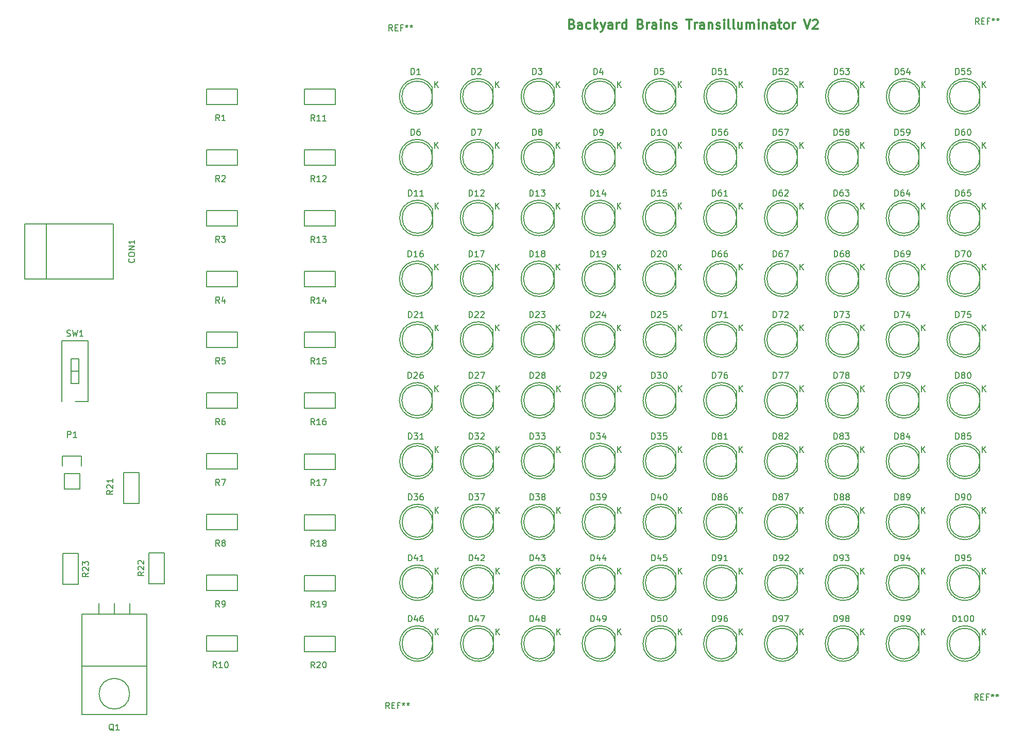
<source format=gbr>
G04 #@! TF.FileFunction,Legend,Top*
%FSLAX46Y46*%
G04 Gerber Fmt 4.6, Leading zero omitted, Abs format (unit mm)*
G04 Created by KiCad (PCBNEW 4.0.2-stable) date Monday, 06 March 2017 12:37:51*
%MOMM*%
G01*
G04 APERTURE LIST*
%ADD10C,0.100000*%
%ADD11C,0.300000*%
%ADD12C,0.150000*%
G04 APERTURE END LIST*
D10*
D11*
X150946429Y-26617857D02*
X151160715Y-26689286D01*
X151232143Y-26760714D01*
X151303572Y-26903571D01*
X151303572Y-27117857D01*
X151232143Y-27260714D01*
X151160715Y-27332143D01*
X151017857Y-27403571D01*
X150446429Y-27403571D01*
X150446429Y-25903571D01*
X150946429Y-25903571D01*
X151089286Y-25975000D01*
X151160715Y-26046429D01*
X151232143Y-26189286D01*
X151232143Y-26332143D01*
X151160715Y-26475000D01*
X151089286Y-26546429D01*
X150946429Y-26617857D01*
X150446429Y-26617857D01*
X152589286Y-27403571D02*
X152589286Y-26617857D01*
X152517857Y-26475000D01*
X152375000Y-26403571D01*
X152089286Y-26403571D01*
X151946429Y-26475000D01*
X152589286Y-27332143D02*
X152446429Y-27403571D01*
X152089286Y-27403571D01*
X151946429Y-27332143D01*
X151875000Y-27189286D01*
X151875000Y-27046429D01*
X151946429Y-26903571D01*
X152089286Y-26832143D01*
X152446429Y-26832143D01*
X152589286Y-26760714D01*
X153946429Y-27332143D02*
X153803572Y-27403571D01*
X153517858Y-27403571D01*
X153375000Y-27332143D01*
X153303572Y-27260714D01*
X153232143Y-27117857D01*
X153232143Y-26689286D01*
X153303572Y-26546429D01*
X153375000Y-26475000D01*
X153517858Y-26403571D01*
X153803572Y-26403571D01*
X153946429Y-26475000D01*
X154589286Y-27403571D02*
X154589286Y-25903571D01*
X154732143Y-26832143D02*
X155160714Y-27403571D01*
X155160714Y-26403571D02*
X154589286Y-26975000D01*
X155660715Y-26403571D02*
X156017858Y-27403571D01*
X156375000Y-26403571D02*
X156017858Y-27403571D01*
X155875000Y-27760714D01*
X155803572Y-27832143D01*
X155660715Y-27903571D01*
X157589286Y-27403571D02*
X157589286Y-26617857D01*
X157517857Y-26475000D01*
X157375000Y-26403571D01*
X157089286Y-26403571D01*
X156946429Y-26475000D01*
X157589286Y-27332143D02*
X157446429Y-27403571D01*
X157089286Y-27403571D01*
X156946429Y-27332143D01*
X156875000Y-27189286D01*
X156875000Y-27046429D01*
X156946429Y-26903571D01*
X157089286Y-26832143D01*
X157446429Y-26832143D01*
X157589286Y-26760714D01*
X158303572Y-27403571D02*
X158303572Y-26403571D01*
X158303572Y-26689286D02*
X158375000Y-26546429D01*
X158446429Y-26475000D01*
X158589286Y-26403571D01*
X158732143Y-26403571D01*
X159875000Y-27403571D02*
X159875000Y-25903571D01*
X159875000Y-27332143D02*
X159732143Y-27403571D01*
X159446429Y-27403571D01*
X159303571Y-27332143D01*
X159232143Y-27260714D01*
X159160714Y-27117857D01*
X159160714Y-26689286D01*
X159232143Y-26546429D01*
X159303571Y-26475000D01*
X159446429Y-26403571D01*
X159732143Y-26403571D01*
X159875000Y-26475000D01*
X162232143Y-26617857D02*
X162446429Y-26689286D01*
X162517857Y-26760714D01*
X162589286Y-26903571D01*
X162589286Y-27117857D01*
X162517857Y-27260714D01*
X162446429Y-27332143D01*
X162303571Y-27403571D01*
X161732143Y-27403571D01*
X161732143Y-25903571D01*
X162232143Y-25903571D01*
X162375000Y-25975000D01*
X162446429Y-26046429D01*
X162517857Y-26189286D01*
X162517857Y-26332143D01*
X162446429Y-26475000D01*
X162375000Y-26546429D01*
X162232143Y-26617857D01*
X161732143Y-26617857D01*
X163232143Y-27403571D02*
X163232143Y-26403571D01*
X163232143Y-26689286D02*
X163303571Y-26546429D01*
X163375000Y-26475000D01*
X163517857Y-26403571D01*
X163660714Y-26403571D01*
X164803571Y-27403571D02*
X164803571Y-26617857D01*
X164732142Y-26475000D01*
X164589285Y-26403571D01*
X164303571Y-26403571D01*
X164160714Y-26475000D01*
X164803571Y-27332143D02*
X164660714Y-27403571D01*
X164303571Y-27403571D01*
X164160714Y-27332143D01*
X164089285Y-27189286D01*
X164089285Y-27046429D01*
X164160714Y-26903571D01*
X164303571Y-26832143D01*
X164660714Y-26832143D01*
X164803571Y-26760714D01*
X165517857Y-27403571D02*
X165517857Y-26403571D01*
X165517857Y-25903571D02*
X165446428Y-25975000D01*
X165517857Y-26046429D01*
X165589285Y-25975000D01*
X165517857Y-25903571D01*
X165517857Y-26046429D01*
X166232143Y-26403571D02*
X166232143Y-27403571D01*
X166232143Y-26546429D02*
X166303571Y-26475000D01*
X166446429Y-26403571D01*
X166660714Y-26403571D01*
X166803571Y-26475000D01*
X166875000Y-26617857D01*
X166875000Y-27403571D01*
X167517857Y-27332143D02*
X167660714Y-27403571D01*
X167946429Y-27403571D01*
X168089286Y-27332143D01*
X168160714Y-27189286D01*
X168160714Y-27117857D01*
X168089286Y-26975000D01*
X167946429Y-26903571D01*
X167732143Y-26903571D01*
X167589286Y-26832143D01*
X167517857Y-26689286D01*
X167517857Y-26617857D01*
X167589286Y-26475000D01*
X167732143Y-26403571D01*
X167946429Y-26403571D01*
X168089286Y-26475000D01*
X169732143Y-25903571D02*
X170589286Y-25903571D01*
X170160715Y-27403571D02*
X170160715Y-25903571D01*
X171089286Y-27403571D02*
X171089286Y-26403571D01*
X171089286Y-26689286D02*
X171160714Y-26546429D01*
X171232143Y-26475000D01*
X171375000Y-26403571D01*
X171517857Y-26403571D01*
X172660714Y-27403571D02*
X172660714Y-26617857D01*
X172589285Y-26475000D01*
X172446428Y-26403571D01*
X172160714Y-26403571D01*
X172017857Y-26475000D01*
X172660714Y-27332143D02*
X172517857Y-27403571D01*
X172160714Y-27403571D01*
X172017857Y-27332143D01*
X171946428Y-27189286D01*
X171946428Y-27046429D01*
X172017857Y-26903571D01*
X172160714Y-26832143D01*
X172517857Y-26832143D01*
X172660714Y-26760714D01*
X173375000Y-26403571D02*
X173375000Y-27403571D01*
X173375000Y-26546429D02*
X173446428Y-26475000D01*
X173589286Y-26403571D01*
X173803571Y-26403571D01*
X173946428Y-26475000D01*
X174017857Y-26617857D01*
X174017857Y-27403571D01*
X174660714Y-27332143D02*
X174803571Y-27403571D01*
X175089286Y-27403571D01*
X175232143Y-27332143D01*
X175303571Y-27189286D01*
X175303571Y-27117857D01*
X175232143Y-26975000D01*
X175089286Y-26903571D01*
X174875000Y-26903571D01*
X174732143Y-26832143D01*
X174660714Y-26689286D01*
X174660714Y-26617857D01*
X174732143Y-26475000D01*
X174875000Y-26403571D01*
X175089286Y-26403571D01*
X175232143Y-26475000D01*
X175946429Y-27403571D02*
X175946429Y-26403571D01*
X175946429Y-25903571D02*
X175875000Y-25975000D01*
X175946429Y-26046429D01*
X176017857Y-25975000D01*
X175946429Y-25903571D01*
X175946429Y-26046429D01*
X176875001Y-27403571D02*
X176732143Y-27332143D01*
X176660715Y-27189286D01*
X176660715Y-25903571D01*
X177660715Y-27403571D02*
X177517857Y-27332143D01*
X177446429Y-27189286D01*
X177446429Y-25903571D01*
X178875000Y-26403571D02*
X178875000Y-27403571D01*
X178232143Y-26403571D02*
X178232143Y-27189286D01*
X178303571Y-27332143D01*
X178446429Y-27403571D01*
X178660714Y-27403571D01*
X178803571Y-27332143D01*
X178875000Y-27260714D01*
X179589286Y-27403571D02*
X179589286Y-26403571D01*
X179589286Y-26546429D02*
X179660714Y-26475000D01*
X179803572Y-26403571D01*
X180017857Y-26403571D01*
X180160714Y-26475000D01*
X180232143Y-26617857D01*
X180232143Y-27403571D01*
X180232143Y-26617857D02*
X180303572Y-26475000D01*
X180446429Y-26403571D01*
X180660714Y-26403571D01*
X180803572Y-26475000D01*
X180875000Y-26617857D01*
X180875000Y-27403571D01*
X181589286Y-27403571D02*
X181589286Y-26403571D01*
X181589286Y-25903571D02*
X181517857Y-25975000D01*
X181589286Y-26046429D01*
X181660714Y-25975000D01*
X181589286Y-25903571D01*
X181589286Y-26046429D01*
X182303572Y-26403571D02*
X182303572Y-27403571D01*
X182303572Y-26546429D02*
X182375000Y-26475000D01*
X182517858Y-26403571D01*
X182732143Y-26403571D01*
X182875000Y-26475000D01*
X182946429Y-26617857D01*
X182946429Y-27403571D01*
X184303572Y-27403571D02*
X184303572Y-26617857D01*
X184232143Y-26475000D01*
X184089286Y-26403571D01*
X183803572Y-26403571D01*
X183660715Y-26475000D01*
X184303572Y-27332143D02*
X184160715Y-27403571D01*
X183803572Y-27403571D01*
X183660715Y-27332143D01*
X183589286Y-27189286D01*
X183589286Y-27046429D01*
X183660715Y-26903571D01*
X183803572Y-26832143D01*
X184160715Y-26832143D01*
X184303572Y-26760714D01*
X184803572Y-26403571D02*
X185375001Y-26403571D01*
X185017858Y-25903571D02*
X185017858Y-27189286D01*
X185089286Y-27332143D01*
X185232144Y-27403571D01*
X185375001Y-27403571D01*
X186089287Y-27403571D02*
X185946429Y-27332143D01*
X185875001Y-27260714D01*
X185803572Y-27117857D01*
X185803572Y-26689286D01*
X185875001Y-26546429D01*
X185946429Y-26475000D01*
X186089287Y-26403571D01*
X186303572Y-26403571D01*
X186446429Y-26475000D01*
X186517858Y-26546429D01*
X186589287Y-26689286D01*
X186589287Y-27117857D01*
X186517858Y-27260714D01*
X186446429Y-27332143D01*
X186303572Y-27403571D01*
X186089287Y-27403571D01*
X187232144Y-27403571D02*
X187232144Y-26403571D01*
X187232144Y-26689286D02*
X187303572Y-26546429D01*
X187375001Y-26475000D01*
X187517858Y-26403571D01*
X187660715Y-26403571D01*
X189089286Y-25903571D02*
X189589286Y-27403571D01*
X190089286Y-25903571D01*
X190517857Y-26046429D02*
X190589286Y-25975000D01*
X190732143Y-25903571D01*
X191089286Y-25903571D01*
X191232143Y-25975000D01*
X191303572Y-26046429D01*
X191375000Y-26189286D01*
X191375000Y-26332143D01*
X191303572Y-26546429D01*
X190446429Y-27403571D01*
X191375000Y-27403571D01*
D12*
X64499500Y-59499120D02*
X64499500Y-68500880D01*
X60999380Y-59499120D02*
X60999380Y-68500880D01*
X60999380Y-68500880D02*
X75500240Y-68500880D01*
X75500240Y-68500880D02*
X75500240Y-59499120D01*
X75500240Y-59499120D02*
X60999380Y-59499120D01*
X127964888Y-36975096D02*
G75*
G03X127980000Y-40000000I-2484888J-1524904D01*
G01*
X127980000Y-37000000D02*
X127980000Y-40000000D01*
X127997936Y-38500000D02*
G75*
G03X127997936Y-38500000I-2517936J0D01*
G01*
X137964888Y-36975096D02*
G75*
G03X137980000Y-40000000I-2484888J-1524904D01*
G01*
X137980000Y-37000000D02*
X137980000Y-40000000D01*
X137997936Y-38500000D02*
G75*
G03X137997936Y-38500000I-2517936J0D01*
G01*
X147964888Y-36975096D02*
G75*
G03X147980000Y-40000000I-2484888J-1524904D01*
G01*
X147980000Y-37000000D02*
X147980000Y-40000000D01*
X147997936Y-38500000D02*
G75*
G03X147997936Y-38500000I-2517936J0D01*
G01*
X158004888Y-36975096D02*
G75*
G03X158020000Y-40000000I-2484888J-1524904D01*
G01*
X158020000Y-37000000D02*
X158020000Y-40000000D01*
X158037936Y-38500000D02*
G75*
G03X158037936Y-38500000I-2517936J0D01*
G01*
X167964888Y-36975096D02*
G75*
G03X167980000Y-40000000I-2484888J-1524904D01*
G01*
X167980000Y-37000000D02*
X167980000Y-40000000D01*
X167997936Y-38500000D02*
G75*
G03X167997936Y-38500000I-2517936J0D01*
G01*
X127964888Y-46975096D02*
G75*
G03X127980000Y-50000000I-2484888J-1524904D01*
G01*
X127980000Y-47000000D02*
X127980000Y-50000000D01*
X127997936Y-48500000D02*
G75*
G03X127997936Y-48500000I-2517936J0D01*
G01*
X137964888Y-46975096D02*
G75*
G03X137980000Y-50000000I-2484888J-1524904D01*
G01*
X137980000Y-47000000D02*
X137980000Y-50000000D01*
X137997936Y-48500000D02*
G75*
G03X137997936Y-48500000I-2517936J0D01*
G01*
X147964888Y-46975096D02*
G75*
G03X147980000Y-50000000I-2484888J-1524904D01*
G01*
X147980000Y-47000000D02*
X147980000Y-50000000D01*
X147997936Y-48500000D02*
G75*
G03X147997936Y-48500000I-2517936J0D01*
G01*
X158004888Y-46975096D02*
G75*
G03X158020000Y-50000000I-2484888J-1524904D01*
G01*
X158020000Y-47000000D02*
X158020000Y-50000000D01*
X158037936Y-48500000D02*
G75*
G03X158037936Y-48500000I-2517936J0D01*
G01*
X167964888Y-46975096D02*
G75*
G03X167980000Y-50000000I-2484888J-1524904D01*
G01*
X167980000Y-47000000D02*
X167980000Y-50000000D01*
X167997936Y-48500000D02*
G75*
G03X167997936Y-48500000I-2517936J0D01*
G01*
X128004888Y-56975096D02*
G75*
G03X128020000Y-60000000I-2484888J-1524904D01*
G01*
X128020000Y-57000000D02*
X128020000Y-60000000D01*
X128037936Y-58500000D02*
G75*
G03X128037936Y-58500000I-2517936J0D01*
G01*
X137964888Y-56975096D02*
G75*
G03X137980000Y-60000000I-2484888J-1524904D01*
G01*
X137980000Y-57000000D02*
X137980000Y-60000000D01*
X137997936Y-58500000D02*
G75*
G03X137997936Y-58500000I-2517936J0D01*
G01*
X147964888Y-56975096D02*
G75*
G03X147980000Y-60000000I-2484888J-1524904D01*
G01*
X147980000Y-57000000D02*
X147980000Y-60000000D01*
X147997936Y-58500000D02*
G75*
G03X147997936Y-58500000I-2517936J0D01*
G01*
X157964888Y-56975096D02*
G75*
G03X157980000Y-60000000I-2484888J-1524904D01*
G01*
X157980000Y-57000000D02*
X157980000Y-60000000D01*
X157997936Y-58500000D02*
G75*
G03X157997936Y-58500000I-2517936J0D01*
G01*
X167964888Y-56975096D02*
G75*
G03X167980000Y-60000000I-2484888J-1524904D01*
G01*
X167980000Y-57000000D02*
X167980000Y-60000000D01*
X167997936Y-58500000D02*
G75*
G03X167997936Y-58500000I-2517936J0D01*
G01*
X127964888Y-66975096D02*
G75*
G03X127980000Y-70000000I-2484888J-1524904D01*
G01*
X127980000Y-67000000D02*
X127980000Y-70000000D01*
X127997936Y-68500000D02*
G75*
G03X127997936Y-68500000I-2517936J0D01*
G01*
X137964888Y-66975096D02*
G75*
G03X137980000Y-70000000I-2484888J-1524904D01*
G01*
X137980000Y-67000000D02*
X137980000Y-70000000D01*
X137997936Y-68500000D02*
G75*
G03X137997936Y-68500000I-2517936J0D01*
G01*
X147964888Y-66975096D02*
G75*
G03X147980000Y-70000000I-2484888J-1524904D01*
G01*
X147980000Y-67000000D02*
X147980000Y-70000000D01*
X147997936Y-68500000D02*
G75*
G03X147997936Y-68500000I-2517936J0D01*
G01*
X157964888Y-66975096D02*
G75*
G03X157980000Y-70000000I-2484888J-1524904D01*
G01*
X157980000Y-67000000D02*
X157980000Y-70000000D01*
X157997936Y-68500000D02*
G75*
G03X157997936Y-68500000I-2517936J0D01*
G01*
X167964888Y-66975096D02*
G75*
G03X167980000Y-70000000I-2484888J-1524904D01*
G01*
X167980000Y-67000000D02*
X167980000Y-70000000D01*
X167997936Y-68500000D02*
G75*
G03X167997936Y-68500000I-2517936J0D01*
G01*
X128004888Y-76975096D02*
G75*
G03X128020000Y-80000000I-2484888J-1524904D01*
G01*
X128020000Y-77000000D02*
X128020000Y-80000000D01*
X128037936Y-78500000D02*
G75*
G03X128037936Y-78500000I-2517936J0D01*
G01*
X137964888Y-76975096D02*
G75*
G03X137980000Y-80000000I-2484888J-1524904D01*
G01*
X137980000Y-77000000D02*
X137980000Y-80000000D01*
X137997936Y-78500000D02*
G75*
G03X137997936Y-78500000I-2517936J0D01*
G01*
X147964888Y-76975096D02*
G75*
G03X147980000Y-80000000I-2484888J-1524904D01*
G01*
X147980000Y-77000000D02*
X147980000Y-80000000D01*
X147997936Y-78500000D02*
G75*
G03X147997936Y-78500000I-2517936J0D01*
G01*
X157964888Y-76975096D02*
G75*
G03X157980000Y-80000000I-2484888J-1524904D01*
G01*
X157980000Y-77000000D02*
X157980000Y-80000000D01*
X157997936Y-78500000D02*
G75*
G03X157997936Y-78500000I-2517936J0D01*
G01*
X168004888Y-76975096D02*
G75*
G03X168020000Y-80000000I-2484888J-1524904D01*
G01*
X168020000Y-77000000D02*
X168020000Y-80000000D01*
X168037936Y-78500000D02*
G75*
G03X168037936Y-78500000I-2517936J0D01*
G01*
X127964888Y-86975096D02*
G75*
G03X127980000Y-90000000I-2484888J-1524904D01*
G01*
X127980000Y-87000000D02*
X127980000Y-90000000D01*
X127997936Y-88500000D02*
G75*
G03X127997936Y-88500000I-2517936J0D01*
G01*
X138004888Y-86975096D02*
G75*
G03X138020000Y-90000000I-2484888J-1524904D01*
G01*
X138020000Y-87000000D02*
X138020000Y-90000000D01*
X138037936Y-88500000D02*
G75*
G03X138037936Y-88500000I-2517936J0D01*
G01*
X148004888Y-86975096D02*
G75*
G03X148020000Y-90000000I-2484888J-1524904D01*
G01*
X148020000Y-87000000D02*
X148020000Y-90000000D01*
X148037936Y-88500000D02*
G75*
G03X148037936Y-88500000I-2517936J0D01*
G01*
X158004888Y-86975096D02*
G75*
G03X158020000Y-90000000I-2484888J-1524904D01*
G01*
X158020000Y-87000000D02*
X158020000Y-90000000D01*
X158037936Y-88500000D02*
G75*
G03X158037936Y-88500000I-2517936J0D01*
G01*
X168004888Y-86975096D02*
G75*
G03X168020000Y-90000000I-2484888J-1524904D01*
G01*
X168020000Y-87000000D02*
X168020000Y-90000000D01*
X168037936Y-88500000D02*
G75*
G03X168037936Y-88500000I-2517936J0D01*
G01*
X128004888Y-96975096D02*
G75*
G03X128020000Y-100000000I-2484888J-1524904D01*
G01*
X128020000Y-97000000D02*
X128020000Y-100000000D01*
X128037936Y-98500000D02*
G75*
G03X128037936Y-98500000I-2517936J0D01*
G01*
X138004888Y-96975096D02*
G75*
G03X138020000Y-100000000I-2484888J-1524904D01*
G01*
X138020000Y-97000000D02*
X138020000Y-100000000D01*
X138037936Y-98500000D02*
G75*
G03X138037936Y-98500000I-2517936J0D01*
G01*
X148004888Y-96975096D02*
G75*
G03X148020000Y-100000000I-2484888J-1524904D01*
G01*
X148020000Y-97000000D02*
X148020000Y-100000000D01*
X148037936Y-98500000D02*
G75*
G03X148037936Y-98500000I-2517936J0D01*
G01*
X158004888Y-96975096D02*
G75*
G03X158020000Y-100000000I-2484888J-1524904D01*
G01*
X158020000Y-97000000D02*
X158020000Y-100000000D01*
X158037936Y-98500000D02*
G75*
G03X158037936Y-98500000I-2517936J0D01*
G01*
X168004888Y-96975096D02*
G75*
G03X168020000Y-100000000I-2484888J-1524904D01*
G01*
X168020000Y-97000000D02*
X168020000Y-100000000D01*
X168037936Y-98500000D02*
G75*
G03X168037936Y-98500000I-2517936J0D01*
G01*
X128004888Y-106975096D02*
G75*
G03X128020000Y-110000000I-2484888J-1524904D01*
G01*
X128020000Y-107000000D02*
X128020000Y-110000000D01*
X128037936Y-108500000D02*
G75*
G03X128037936Y-108500000I-2517936J0D01*
G01*
X138004888Y-106975096D02*
G75*
G03X138020000Y-110000000I-2484888J-1524904D01*
G01*
X138020000Y-107000000D02*
X138020000Y-110000000D01*
X138037936Y-108500000D02*
G75*
G03X138037936Y-108500000I-2517936J0D01*
G01*
X148004888Y-106975096D02*
G75*
G03X148020000Y-110000000I-2484888J-1524904D01*
G01*
X148020000Y-107000000D02*
X148020000Y-110000000D01*
X148037936Y-108500000D02*
G75*
G03X148037936Y-108500000I-2517936J0D01*
G01*
X158004888Y-106975096D02*
G75*
G03X158020000Y-110000000I-2484888J-1524904D01*
G01*
X158020000Y-107000000D02*
X158020000Y-110000000D01*
X158037936Y-108500000D02*
G75*
G03X158037936Y-108500000I-2517936J0D01*
G01*
X168004888Y-106975096D02*
G75*
G03X168020000Y-110000000I-2484888J-1524904D01*
G01*
X168020000Y-107000000D02*
X168020000Y-110000000D01*
X168037936Y-108500000D02*
G75*
G03X168037936Y-108500000I-2517936J0D01*
G01*
X128004888Y-116975096D02*
G75*
G03X128020000Y-120000000I-2484888J-1524904D01*
G01*
X128020000Y-117000000D02*
X128020000Y-120000000D01*
X128037936Y-118500000D02*
G75*
G03X128037936Y-118500000I-2517936J0D01*
G01*
X138004888Y-116975096D02*
G75*
G03X138020000Y-120000000I-2484888J-1524904D01*
G01*
X138020000Y-117000000D02*
X138020000Y-120000000D01*
X138037936Y-118500000D02*
G75*
G03X138037936Y-118500000I-2517936J0D01*
G01*
X148004888Y-116975096D02*
G75*
G03X148020000Y-120000000I-2484888J-1524904D01*
G01*
X148020000Y-117000000D02*
X148020000Y-120000000D01*
X148037936Y-118500000D02*
G75*
G03X148037936Y-118500000I-2517936J0D01*
G01*
X158004888Y-116975096D02*
G75*
G03X158020000Y-120000000I-2484888J-1524904D01*
G01*
X158020000Y-117000000D02*
X158020000Y-120000000D01*
X158037936Y-118500000D02*
G75*
G03X158037936Y-118500000I-2517936J0D01*
G01*
X168004888Y-116975096D02*
G75*
G03X168020000Y-120000000I-2484888J-1524904D01*
G01*
X168020000Y-117000000D02*
X168020000Y-120000000D01*
X168037936Y-118500000D02*
G75*
G03X168037936Y-118500000I-2517936J0D01*
G01*
X128004888Y-126975096D02*
G75*
G03X128020000Y-130000000I-2484888J-1524904D01*
G01*
X128020000Y-127000000D02*
X128020000Y-130000000D01*
X128037936Y-128500000D02*
G75*
G03X128037936Y-128500000I-2517936J0D01*
G01*
X138004888Y-126975096D02*
G75*
G03X138020000Y-130000000I-2484888J-1524904D01*
G01*
X138020000Y-127000000D02*
X138020000Y-130000000D01*
X138037936Y-128500000D02*
G75*
G03X138037936Y-128500000I-2517936J0D01*
G01*
X148004888Y-126975096D02*
G75*
G03X148020000Y-130000000I-2484888J-1524904D01*
G01*
X148020000Y-127000000D02*
X148020000Y-130000000D01*
X148037936Y-128500000D02*
G75*
G03X148037936Y-128500000I-2517936J0D01*
G01*
X158004888Y-126975096D02*
G75*
G03X158020000Y-130000000I-2484888J-1524904D01*
G01*
X158020000Y-127000000D02*
X158020000Y-130000000D01*
X158037936Y-128500000D02*
G75*
G03X158037936Y-128500000I-2517936J0D01*
G01*
X168004888Y-126975096D02*
G75*
G03X168020000Y-130000000I-2484888J-1524904D01*
G01*
X168020000Y-127000000D02*
X168020000Y-130000000D01*
X168037936Y-128500000D02*
G75*
G03X168037936Y-128500000I-2517936J0D01*
G01*
X178004888Y-36975096D02*
G75*
G03X178020000Y-40000000I-2484888J-1524904D01*
G01*
X178020000Y-37000000D02*
X178020000Y-40000000D01*
X178037936Y-38500000D02*
G75*
G03X178037936Y-38500000I-2517936J0D01*
G01*
X187964888Y-36975096D02*
G75*
G03X187980000Y-40000000I-2484888J-1524904D01*
G01*
X187980000Y-37000000D02*
X187980000Y-40000000D01*
X187997936Y-38500000D02*
G75*
G03X187997936Y-38500000I-2517936J0D01*
G01*
X198004888Y-36975096D02*
G75*
G03X198020000Y-40000000I-2484888J-1524904D01*
G01*
X198020000Y-37000000D02*
X198020000Y-40000000D01*
X198037936Y-38500000D02*
G75*
G03X198037936Y-38500000I-2517936J0D01*
G01*
X208004888Y-36975096D02*
G75*
G03X208020000Y-40000000I-2484888J-1524904D01*
G01*
X208020000Y-37000000D02*
X208020000Y-40000000D01*
X208037936Y-38500000D02*
G75*
G03X208037936Y-38500000I-2517936J0D01*
G01*
X217964888Y-36975096D02*
G75*
G03X217980000Y-40000000I-2484888J-1524904D01*
G01*
X217980000Y-37000000D02*
X217980000Y-40000000D01*
X217997936Y-38500000D02*
G75*
G03X217997936Y-38500000I-2517936J0D01*
G01*
X178004888Y-46975096D02*
G75*
G03X178020000Y-50000000I-2484888J-1524904D01*
G01*
X178020000Y-47000000D02*
X178020000Y-50000000D01*
X178037936Y-48500000D02*
G75*
G03X178037936Y-48500000I-2517936J0D01*
G01*
X187964888Y-46975096D02*
G75*
G03X187980000Y-50000000I-2484888J-1524904D01*
G01*
X187980000Y-47000000D02*
X187980000Y-50000000D01*
X187997936Y-48500000D02*
G75*
G03X187997936Y-48500000I-2517936J0D01*
G01*
X197964888Y-46975096D02*
G75*
G03X197980000Y-50000000I-2484888J-1524904D01*
G01*
X197980000Y-47000000D02*
X197980000Y-50000000D01*
X197997936Y-48500000D02*
G75*
G03X197997936Y-48500000I-2517936J0D01*
G01*
X207964888Y-46975096D02*
G75*
G03X207980000Y-50000000I-2484888J-1524904D01*
G01*
X207980000Y-47000000D02*
X207980000Y-50000000D01*
X207997936Y-48500000D02*
G75*
G03X207997936Y-48500000I-2517936J0D01*
G01*
X217964888Y-46975096D02*
G75*
G03X217980000Y-50000000I-2484888J-1524904D01*
G01*
X217980000Y-47000000D02*
X217980000Y-50000000D01*
X217997936Y-48500000D02*
G75*
G03X217997936Y-48500000I-2517936J0D01*
G01*
X177964888Y-56975096D02*
G75*
G03X177980000Y-60000000I-2484888J-1524904D01*
G01*
X177980000Y-57000000D02*
X177980000Y-60000000D01*
X177997936Y-58500000D02*
G75*
G03X177997936Y-58500000I-2517936J0D01*
G01*
X187964888Y-56975096D02*
G75*
G03X187980000Y-60000000I-2484888J-1524904D01*
G01*
X187980000Y-57000000D02*
X187980000Y-60000000D01*
X187997936Y-58500000D02*
G75*
G03X187997936Y-58500000I-2517936J0D01*
G01*
X197964888Y-56975096D02*
G75*
G03X197980000Y-60000000I-2484888J-1524904D01*
G01*
X197980000Y-57000000D02*
X197980000Y-60000000D01*
X197997936Y-58500000D02*
G75*
G03X197997936Y-58500000I-2517936J0D01*
G01*
X207964888Y-56975096D02*
G75*
G03X207980000Y-60000000I-2484888J-1524904D01*
G01*
X207980000Y-57000000D02*
X207980000Y-60000000D01*
X207997936Y-58500000D02*
G75*
G03X207997936Y-58500000I-2517936J0D01*
G01*
X217964888Y-56975096D02*
G75*
G03X217980000Y-60000000I-2484888J-1524904D01*
G01*
X217980000Y-57000000D02*
X217980000Y-60000000D01*
X217997936Y-58500000D02*
G75*
G03X217997936Y-58500000I-2517936J0D01*
G01*
X177964888Y-66975096D02*
G75*
G03X177980000Y-70000000I-2484888J-1524904D01*
G01*
X177980000Y-67000000D02*
X177980000Y-70000000D01*
X177997936Y-68500000D02*
G75*
G03X177997936Y-68500000I-2517936J0D01*
G01*
X187964888Y-66975096D02*
G75*
G03X187980000Y-70000000I-2484888J-1524904D01*
G01*
X187980000Y-67000000D02*
X187980000Y-70000000D01*
X187997936Y-68500000D02*
G75*
G03X187997936Y-68500000I-2517936J0D01*
G01*
X198004888Y-66975096D02*
G75*
G03X198020000Y-70000000I-2484888J-1524904D01*
G01*
X198020000Y-67000000D02*
X198020000Y-70000000D01*
X198037936Y-68500000D02*
G75*
G03X198037936Y-68500000I-2517936J0D01*
G01*
X207964888Y-66975096D02*
G75*
G03X207980000Y-70000000I-2484888J-1524904D01*
G01*
X207980000Y-67000000D02*
X207980000Y-70000000D01*
X207997936Y-68500000D02*
G75*
G03X207997936Y-68500000I-2517936J0D01*
G01*
X217964888Y-66975096D02*
G75*
G03X217980000Y-70000000I-2484888J-1524904D01*
G01*
X217980000Y-67000000D02*
X217980000Y-70000000D01*
X217997936Y-68500000D02*
G75*
G03X217997936Y-68500000I-2517936J0D01*
G01*
X178004888Y-76975096D02*
G75*
G03X178020000Y-80000000I-2484888J-1524904D01*
G01*
X178020000Y-77000000D02*
X178020000Y-80000000D01*
X178037936Y-78500000D02*
G75*
G03X178037936Y-78500000I-2517936J0D01*
G01*
X187964888Y-76975096D02*
G75*
G03X187980000Y-80000000I-2484888J-1524904D01*
G01*
X187980000Y-77000000D02*
X187980000Y-80000000D01*
X187997936Y-78500000D02*
G75*
G03X187997936Y-78500000I-2517936J0D01*
G01*
X198004888Y-76975096D02*
G75*
G03X198020000Y-80000000I-2484888J-1524904D01*
G01*
X198020000Y-77000000D02*
X198020000Y-80000000D01*
X198037936Y-78500000D02*
G75*
G03X198037936Y-78500000I-2517936J0D01*
G01*
X207964888Y-76975096D02*
G75*
G03X207980000Y-80000000I-2484888J-1524904D01*
G01*
X207980000Y-77000000D02*
X207980000Y-80000000D01*
X207997936Y-78500000D02*
G75*
G03X207997936Y-78500000I-2517936J0D01*
G01*
X217964888Y-76975096D02*
G75*
G03X217980000Y-80000000I-2484888J-1524904D01*
G01*
X217980000Y-77000000D02*
X217980000Y-80000000D01*
X217997936Y-78500000D02*
G75*
G03X217997936Y-78500000I-2517936J0D01*
G01*
X177964888Y-86975096D02*
G75*
G03X177980000Y-90000000I-2484888J-1524904D01*
G01*
X177980000Y-87000000D02*
X177980000Y-90000000D01*
X177997936Y-88500000D02*
G75*
G03X177997936Y-88500000I-2517936J0D01*
G01*
X187964888Y-86975096D02*
G75*
G03X187980000Y-90000000I-2484888J-1524904D01*
G01*
X187980000Y-87000000D02*
X187980000Y-90000000D01*
X187997936Y-88500000D02*
G75*
G03X187997936Y-88500000I-2517936J0D01*
G01*
X197964888Y-86975096D02*
G75*
G03X197980000Y-90000000I-2484888J-1524904D01*
G01*
X197980000Y-87000000D02*
X197980000Y-90000000D01*
X197997936Y-88500000D02*
G75*
G03X197997936Y-88500000I-2517936J0D01*
G01*
X207964888Y-86975096D02*
G75*
G03X207980000Y-90000000I-2484888J-1524904D01*
G01*
X207980000Y-87000000D02*
X207980000Y-90000000D01*
X207997936Y-88500000D02*
G75*
G03X207997936Y-88500000I-2517936J0D01*
G01*
X217964888Y-86975096D02*
G75*
G03X217980000Y-90000000I-2484888J-1524904D01*
G01*
X217980000Y-87000000D02*
X217980000Y-90000000D01*
X217997936Y-88500000D02*
G75*
G03X217997936Y-88500000I-2517936J0D01*
G01*
X177964888Y-96975096D02*
G75*
G03X177980000Y-100000000I-2484888J-1524904D01*
G01*
X177980000Y-97000000D02*
X177980000Y-100000000D01*
X177997936Y-98500000D02*
G75*
G03X177997936Y-98500000I-2517936J0D01*
G01*
X187964888Y-96975096D02*
G75*
G03X187980000Y-100000000I-2484888J-1524904D01*
G01*
X187980000Y-97000000D02*
X187980000Y-100000000D01*
X187997936Y-98500000D02*
G75*
G03X187997936Y-98500000I-2517936J0D01*
G01*
X197964888Y-96975096D02*
G75*
G03X197980000Y-100000000I-2484888J-1524904D01*
G01*
X197980000Y-97000000D02*
X197980000Y-100000000D01*
X197997936Y-98500000D02*
G75*
G03X197997936Y-98500000I-2517936J0D01*
G01*
X207964888Y-96975096D02*
G75*
G03X207980000Y-100000000I-2484888J-1524904D01*
G01*
X207980000Y-97000000D02*
X207980000Y-100000000D01*
X207997936Y-98500000D02*
G75*
G03X207997936Y-98500000I-2517936J0D01*
G01*
X217964888Y-96975096D02*
G75*
G03X217980000Y-100000000I-2484888J-1524904D01*
G01*
X217980000Y-97000000D02*
X217980000Y-100000000D01*
X217997936Y-98500000D02*
G75*
G03X217997936Y-98500000I-2517936J0D01*
G01*
X177964888Y-106975096D02*
G75*
G03X177980000Y-110000000I-2484888J-1524904D01*
G01*
X177980000Y-107000000D02*
X177980000Y-110000000D01*
X177997936Y-108500000D02*
G75*
G03X177997936Y-108500000I-2517936J0D01*
G01*
X187964888Y-106975096D02*
G75*
G03X187980000Y-110000000I-2484888J-1524904D01*
G01*
X187980000Y-107000000D02*
X187980000Y-110000000D01*
X187997936Y-108500000D02*
G75*
G03X187997936Y-108500000I-2517936J0D01*
G01*
X198004888Y-106975096D02*
G75*
G03X198020000Y-110000000I-2484888J-1524904D01*
G01*
X198020000Y-107000000D02*
X198020000Y-110000000D01*
X198037936Y-108500000D02*
G75*
G03X198037936Y-108500000I-2517936J0D01*
G01*
X207964888Y-106975096D02*
G75*
G03X207980000Y-110000000I-2484888J-1524904D01*
G01*
X207980000Y-107000000D02*
X207980000Y-110000000D01*
X207997936Y-108500000D02*
G75*
G03X207997936Y-108500000I-2517936J0D01*
G01*
X217964888Y-106975096D02*
G75*
G03X217980000Y-110000000I-2484888J-1524904D01*
G01*
X217980000Y-107000000D02*
X217980000Y-110000000D01*
X217997936Y-108500000D02*
G75*
G03X217997936Y-108500000I-2517936J0D01*
G01*
X177964888Y-116975096D02*
G75*
G03X177980000Y-120000000I-2484888J-1524904D01*
G01*
X177980000Y-117000000D02*
X177980000Y-120000000D01*
X177997936Y-118500000D02*
G75*
G03X177997936Y-118500000I-2517936J0D01*
G01*
X188004888Y-116975096D02*
G75*
G03X188020000Y-120000000I-2484888J-1524904D01*
G01*
X188020000Y-117000000D02*
X188020000Y-120000000D01*
X188037936Y-118500000D02*
G75*
G03X188037936Y-118500000I-2517936J0D01*
G01*
X197964888Y-116975096D02*
G75*
G03X197980000Y-120000000I-2484888J-1524904D01*
G01*
X197980000Y-117000000D02*
X197980000Y-120000000D01*
X197997936Y-118500000D02*
G75*
G03X197997936Y-118500000I-2517936J0D01*
G01*
X207964888Y-116975096D02*
G75*
G03X207980000Y-120000000I-2484888J-1524904D01*
G01*
X207980000Y-117000000D02*
X207980000Y-120000000D01*
X207997936Y-118500000D02*
G75*
G03X207997936Y-118500000I-2517936J0D01*
G01*
X217964888Y-116975096D02*
G75*
G03X217980000Y-120000000I-2484888J-1524904D01*
G01*
X217980000Y-117000000D02*
X217980000Y-120000000D01*
X217997936Y-118500000D02*
G75*
G03X217997936Y-118500000I-2517936J0D01*
G01*
X177964888Y-126975096D02*
G75*
G03X177980000Y-130000000I-2484888J-1524904D01*
G01*
X177980000Y-127000000D02*
X177980000Y-130000000D01*
X177997936Y-128500000D02*
G75*
G03X177997936Y-128500000I-2517936J0D01*
G01*
X187964888Y-126975096D02*
G75*
G03X187980000Y-130000000I-2484888J-1524904D01*
G01*
X187980000Y-127000000D02*
X187980000Y-130000000D01*
X187997936Y-128500000D02*
G75*
G03X187997936Y-128500000I-2517936J0D01*
G01*
X197964888Y-126975096D02*
G75*
G03X197980000Y-130000000I-2484888J-1524904D01*
G01*
X197980000Y-127000000D02*
X197980000Y-130000000D01*
X197997936Y-128500000D02*
G75*
G03X197997936Y-128500000I-2517936J0D01*
G01*
X207964888Y-126975096D02*
G75*
G03X207980000Y-130000000I-2484888J-1524904D01*
G01*
X207980000Y-127000000D02*
X207980000Y-130000000D01*
X207997936Y-128500000D02*
G75*
G03X207997936Y-128500000I-2517936J0D01*
G01*
X217964888Y-126975096D02*
G75*
G03X217980000Y-130000000I-2484888J-1524904D01*
G01*
X217980000Y-127000000D02*
X217980000Y-130000000D01*
X217997936Y-128500000D02*
G75*
G03X217997936Y-128500000I-2517936J0D01*
G01*
X70020000Y-100520000D02*
X70020000Y-103060000D01*
X70300000Y-97700000D02*
X70300000Y-99250000D01*
X70020000Y-100520000D02*
X67480000Y-100520000D01*
X67200000Y-99250000D02*
X67200000Y-97700000D01*
X67200000Y-97700000D02*
X70300000Y-97700000D01*
X67480000Y-100520000D02*
X67480000Y-103060000D01*
X67480000Y-103060000D02*
X70020000Y-103060000D01*
X78224472Y-136750000D02*
G75*
G03X78224472Y-136750000I-2514472J0D01*
G01*
X78250000Y-123669000D02*
X78250000Y-121891000D01*
X75710000Y-123669000D02*
X75710000Y-121891000D01*
X73170000Y-123669000D02*
X73170000Y-121891000D01*
X70376000Y-132178000D02*
X70376000Y-140179000D01*
X70376000Y-140179000D02*
X81044000Y-140179000D01*
X81044000Y-140179000D02*
X81044000Y-132178000D01*
X70376000Y-123669000D02*
X70376000Y-132178000D01*
X70376000Y-132178000D02*
X81044000Y-132178000D01*
X81044000Y-132178000D02*
X81044000Y-123669000D01*
X75710000Y-123669000D02*
X81044000Y-123669000D01*
X75710000Y-123669000D02*
X70376000Y-123669000D01*
X95955000Y-39820000D02*
X90875000Y-39820000D01*
X90875000Y-39820000D02*
X90875000Y-37280000D01*
X90875000Y-37280000D02*
X95955000Y-37280000D01*
X95955000Y-37280000D02*
X95955000Y-39820000D01*
X95955000Y-49817222D02*
X90875000Y-49817222D01*
X90875000Y-49817222D02*
X90875000Y-47277222D01*
X90875000Y-47277222D02*
X95955000Y-47277222D01*
X95955000Y-47277222D02*
X95955000Y-49817222D01*
X95955000Y-59814444D02*
X90875000Y-59814444D01*
X90875000Y-59814444D02*
X90875000Y-57274444D01*
X90875000Y-57274444D02*
X95955000Y-57274444D01*
X95955000Y-57274444D02*
X95955000Y-59814444D01*
X95955000Y-69811666D02*
X90875000Y-69811666D01*
X90875000Y-69811666D02*
X90875000Y-67271666D01*
X90875000Y-67271666D02*
X95955000Y-67271666D01*
X95955000Y-67271666D02*
X95955000Y-69811666D01*
X95955000Y-79808888D02*
X90875000Y-79808888D01*
X90875000Y-79808888D02*
X90875000Y-77268888D01*
X90875000Y-77268888D02*
X95955000Y-77268888D01*
X95955000Y-77268888D02*
X95955000Y-79808888D01*
X95955000Y-89806110D02*
X90875000Y-89806110D01*
X90875000Y-89806110D02*
X90875000Y-87266110D01*
X90875000Y-87266110D02*
X95955000Y-87266110D01*
X95955000Y-87266110D02*
X95955000Y-89806110D01*
X95955000Y-99803332D02*
X90875000Y-99803332D01*
X90875000Y-99803332D02*
X90875000Y-97263332D01*
X90875000Y-97263332D02*
X95955000Y-97263332D01*
X95955000Y-97263332D02*
X95955000Y-99803332D01*
X95955000Y-109800554D02*
X90875000Y-109800554D01*
X90875000Y-109800554D02*
X90875000Y-107260554D01*
X90875000Y-107260554D02*
X95955000Y-107260554D01*
X95955000Y-107260554D02*
X95955000Y-109800554D01*
X95955000Y-119797776D02*
X90875000Y-119797776D01*
X90875000Y-119797776D02*
X90875000Y-117257776D01*
X90875000Y-117257776D02*
X95955000Y-117257776D01*
X95955000Y-117257776D02*
X95955000Y-119797776D01*
X95955000Y-129794998D02*
X90875000Y-129794998D01*
X90875000Y-129794998D02*
X90875000Y-127254998D01*
X90875000Y-127254998D02*
X95955000Y-127254998D01*
X95955000Y-127254998D02*
X95955000Y-129794998D01*
X112055000Y-39845000D02*
X106975000Y-39845000D01*
X106975000Y-39845000D02*
X106975000Y-37305000D01*
X106975000Y-37305000D02*
X112055000Y-37305000D01*
X112055000Y-37305000D02*
X112055000Y-39845000D01*
X112055000Y-49842222D02*
X106975000Y-49842222D01*
X106975000Y-49842222D02*
X106975000Y-47302222D01*
X106975000Y-47302222D02*
X112055000Y-47302222D01*
X112055000Y-47302222D02*
X112055000Y-49842222D01*
X112055000Y-59839444D02*
X106975000Y-59839444D01*
X106975000Y-59839444D02*
X106975000Y-57299444D01*
X106975000Y-57299444D02*
X112055000Y-57299444D01*
X112055000Y-57299444D02*
X112055000Y-59839444D01*
X112055000Y-69836666D02*
X106975000Y-69836666D01*
X106975000Y-69836666D02*
X106975000Y-67296666D01*
X106975000Y-67296666D02*
X112055000Y-67296666D01*
X112055000Y-67296666D02*
X112055000Y-69836666D01*
X112055000Y-79833888D02*
X106975000Y-79833888D01*
X106975000Y-79833888D02*
X106975000Y-77293888D01*
X106975000Y-77293888D02*
X112055000Y-77293888D01*
X112055000Y-77293888D02*
X112055000Y-79833888D01*
X112055000Y-89831110D02*
X106975000Y-89831110D01*
X106975000Y-89831110D02*
X106975000Y-87291110D01*
X106975000Y-87291110D02*
X112055000Y-87291110D01*
X112055000Y-87291110D02*
X112055000Y-89831110D01*
X112055000Y-99828332D02*
X106975000Y-99828332D01*
X106975000Y-99828332D02*
X106975000Y-97288332D01*
X106975000Y-97288332D02*
X112055000Y-97288332D01*
X112055000Y-97288332D02*
X112055000Y-99828332D01*
X112055000Y-109825554D02*
X106975000Y-109825554D01*
X106975000Y-109825554D02*
X106975000Y-107285554D01*
X106975000Y-107285554D02*
X112055000Y-107285554D01*
X112055000Y-107285554D02*
X112055000Y-109825554D01*
X112055000Y-119822776D02*
X106975000Y-119822776D01*
X106975000Y-119822776D02*
X106975000Y-117282776D01*
X106975000Y-117282776D02*
X112055000Y-117282776D01*
X112055000Y-117282776D02*
X112055000Y-119822776D01*
X112055000Y-129819998D02*
X106975000Y-129819998D01*
X106975000Y-129819998D02*
X106975000Y-127279998D01*
X106975000Y-127279998D02*
X112055000Y-127279998D01*
X112055000Y-127279998D02*
X112055000Y-129819998D01*
X77230000Y-105480000D02*
X77230000Y-100400000D01*
X77230000Y-100400000D02*
X79770000Y-100400000D01*
X79770000Y-100400000D02*
X79770000Y-105480000D01*
X79770000Y-105480000D02*
X77230000Y-105480000D01*
X81355000Y-118705000D02*
X81355000Y-113625000D01*
X81355000Y-113625000D02*
X83895000Y-113625000D01*
X83895000Y-113625000D02*
X83895000Y-118705000D01*
X83895000Y-118705000D02*
X81355000Y-118705000D01*
X69795000Y-113645000D02*
X69795000Y-118725000D01*
X69795000Y-118725000D02*
X67255000Y-118725000D01*
X67255000Y-118725000D02*
X67255000Y-113645000D01*
X67255000Y-113645000D02*
X69795000Y-113645000D01*
X67100000Y-78670000D02*
X71400000Y-78670000D01*
X69250000Y-88710000D02*
X71400000Y-88710000D01*
X67100000Y-78670000D02*
X67100000Y-88710000D01*
X71400000Y-78670000D02*
X71400000Y-88710000D01*
X68610000Y-83690000D02*
X69890000Y-83690000D01*
X68610000Y-81660000D02*
X68610000Y-85720000D01*
X68610000Y-85720000D02*
X69890000Y-85720000D01*
X69890000Y-85720000D02*
X69890000Y-81660000D01*
X69890000Y-81660000D02*
X68610000Y-81660000D01*
X120906667Y-139192381D02*
X120573333Y-138716190D01*
X120335238Y-139192381D02*
X120335238Y-138192381D01*
X120716191Y-138192381D01*
X120811429Y-138240000D01*
X120859048Y-138287619D01*
X120906667Y-138382857D01*
X120906667Y-138525714D01*
X120859048Y-138620952D01*
X120811429Y-138668571D01*
X120716191Y-138716190D01*
X120335238Y-138716190D01*
X121335238Y-138668571D02*
X121668572Y-138668571D01*
X121811429Y-139192381D02*
X121335238Y-139192381D01*
X121335238Y-138192381D01*
X121811429Y-138192381D01*
X122573334Y-138668571D02*
X122240000Y-138668571D01*
X122240000Y-139192381D02*
X122240000Y-138192381D01*
X122716191Y-138192381D01*
X123240000Y-138192381D02*
X123240000Y-138430476D01*
X123001905Y-138335238D02*
X123240000Y-138430476D01*
X123478096Y-138335238D01*
X123097143Y-138620952D02*
X123240000Y-138430476D01*
X123382858Y-138620952D01*
X124001905Y-138192381D02*
X124001905Y-138430476D01*
X123763810Y-138335238D02*
X124001905Y-138430476D01*
X124240001Y-138335238D01*
X123859048Y-138620952D02*
X124001905Y-138430476D01*
X124144763Y-138620952D01*
X217726667Y-137782381D02*
X217393333Y-137306190D01*
X217155238Y-137782381D02*
X217155238Y-136782381D01*
X217536191Y-136782381D01*
X217631429Y-136830000D01*
X217679048Y-136877619D01*
X217726667Y-136972857D01*
X217726667Y-137115714D01*
X217679048Y-137210952D01*
X217631429Y-137258571D01*
X217536191Y-137306190D01*
X217155238Y-137306190D01*
X218155238Y-137258571D02*
X218488572Y-137258571D01*
X218631429Y-137782381D02*
X218155238Y-137782381D01*
X218155238Y-136782381D01*
X218631429Y-136782381D01*
X219393334Y-137258571D02*
X219060000Y-137258571D01*
X219060000Y-137782381D02*
X219060000Y-136782381D01*
X219536191Y-136782381D01*
X220060000Y-136782381D02*
X220060000Y-137020476D01*
X219821905Y-136925238D02*
X220060000Y-137020476D01*
X220298096Y-136925238D01*
X219917143Y-137210952D02*
X220060000Y-137020476D01*
X220202858Y-137210952D01*
X220821905Y-136782381D02*
X220821905Y-137020476D01*
X220583810Y-136925238D02*
X220821905Y-137020476D01*
X221060001Y-136925238D01*
X220679048Y-137210952D02*
X220821905Y-137020476D01*
X220964763Y-137210952D01*
X217846667Y-26652381D02*
X217513333Y-26176190D01*
X217275238Y-26652381D02*
X217275238Y-25652381D01*
X217656191Y-25652381D01*
X217751429Y-25700000D01*
X217799048Y-25747619D01*
X217846667Y-25842857D01*
X217846667Y-25985714D01*
X217799048Y-26080952D01*
X217751429Y-26128571D01*
X217656191Y-26176190D01*
X217275238Y-26176190D01*
X218275238Y-26128571D02*
X218608572Y-26128571D01*
X218751429Y-26652381D02*
X218275238Y-26652381D01*
X218275238Y-25652381D01*
X218751429Y-25652381D01*
X219513334Y-26128571D02*
X219180000Y-26128571D01*
X219180000Y-26652381D02*
X219180000Y-25652381D01*
X219656191Y-25652381D01*
X220180000Y-25652381D02*
X220180000Y-25890476D01*
X219941905Y-25795238D02*
X220180000Y-25890476D01*
X220418096Y-25795238D01*
X220037143Y-26080952D02*
X220180000Y-25890476D01*
X220322858Y-26080952D01*
X220941905Y-25652381D02*
X220941905Y-25890476D01*
X220703810Y-25795238D02*
X220941905Y-25890476D01*
X221180001Y-25795238D01*
X220799048Y-26080952D02*
X220941905Y-25890476D01*
X221084763Y-26080952D01*
X78956183Y-65214285D02*
X79003802Y-65261904D01*
X79051421Y-65404761D01*
X79051421Y-65499999D01*
X79003802Y-65642857D01*
X78908564Y-65738095D01*
X78813326Y-65785714D01*
X78622850Y-65833333D01*
X78479992Y-65833333D01*
X78289516Y-65785714D01*
X78194278Y-65738095D01*
X78099040Y-65642857D01*
X78051421Y-65499999D01*
X78051421Y-65404761D01*
X78099040Y-65261904D01*
X78146659Y-65214285D01*
X78051421Y-64595238D02*
X78051421Y-64404761D01*
X78099040Y-64309523D01*
X78194278Y-64214285D01*
X78384754Y-64166666D01*
X78718088Y-64166666D01*
X78908564Y-64214285D01*
X79003802Y-64309523D01*
X79051421Y-64404761D01*
X79051421Y-64595238D01*
X79003802Y-64690476D01*
X78908564Y-64785714D01*
X78718088Y-64833333D01*
X78384754Y-64833333D01*
X78194278Y-64785714D01*
X78099040Y-64690476D01*
X78051421Y-64595238D01*
X79051421Y-63738095D02*
X78051421Y-63738095D01*
X79051421Y-63166666D01*
X78051421Y-63166666D01*
X79051421Y-62166666D02*
X79051421Y-62738095D01*
X79051421Y-62452381D02*
X78051421Y-62452381D01*
X78194278Y-62547619D01*
X78289516Y-62642857D01*
X78337135Y-62738095D01*
X124487905Y-34888381D02*
X124487905Y-33888381D01*
X124726000Y-33888381D01*
X124868858Y-33936000D01*
X124964096Y-34031238D01*
X125011715Y-34126476D01*
X125059334Y-34316952D01*
X125059334Y-34459810D01*
X125011715Y-34650286D01*
X124964096Y-34745524D01*
X124868858Y-34840762D01*
X124726000Y-34888381D01*
X124487905Y-34888381D01*
X126011715Y-34888381D02*
X125440286Y-34888381D01*
X125726000Y-34888381D02*
X125726000Y-33888381D01*
X125630762Y-34031238D01*
X125535524Y-34126476D01*
X125440286Y-34174095D01*
X128393095Y-37047381D02*
X128393095Y-36047381D01*
X128964524Y-37047381D02*
X128535952Y-36475952D01*
X128964524Y-36047381D02*
X128393095Y-36618810D01*
X134487905Y-34888381D02*
X134487905Y-33888381D01*
X134726000Y-33888381D01*
X134868858Y-33936000D01*
X134964096Y-34031238D01*
X135011715Y-34126476D01*
X135059334Y-34316952D01*
X135059334Y-34459810D01*
X135011715Y-34650286D01*
X134964096Y-34745524D01*
X134868858Y-34840762D01*
X134726000Y-34888381D01*
X134487905Y-34888381D01*
X135440286Y-33983619D02*
X135487905Y-33936000D01*
X135583143Y-33888381D01*
X135821239Y-33888381D01*
X135916477Y-33936000D01*
X135964096Y-33983619D01*
X136011715Y-34078857D01*
X136011715Y-34174095D01*
X135964096Y-34316952D01*
X135392667Y-34888381D01*
X136011715Y-34888381D01*
X138393095Y-37047381D02*
X138393095Y-36047381D01*
X138964524Y-37047381D02*
X138535952Y-36475952D01*
X138964524Y-36047381D02*
X138393095Y-36618810D01*
X144487905Y-34888381D02*
X144487905Y-33888381D01*
X144726000Y-33888381D01*
X144868858Y-33936000D01*
X144964096Y-34031238D01*
X145011715Y-34126476D01*
X145059334Y-34316952D01*
X145059334Y-34459810D01*
X145011715Y-34650286D01*
X144964096Y-34745524D01*
X144868858Y-34840762D01*
X144726000Y-34888381D01*
X144487905Y-34888381D01*
X145392667Y-33888381D02*
X146011715Y-33888381D01*
X145678381Y-34269333D01*
X145821239Y-34269333D01*
X145916477Y-34316952D01*
X145964096Y-34364571D01*
X146011715Y-34459810D01*
X146011715Y-34697905D01*
X145964096Y-34793143D01*
X145916477Y-34840762D01*
X145821239Y-34888381D01*
X145535524Y-34888381D01*
X145440286Y-34840762D01*
X145392667Y-34793143D01*
X148393095Y-37047381D02*
X148393095Y-36047381D01*
X148964524Y-37047381D02*
X148535952Y-36475952D01*
X148964524Y-36047381D02*
X148393095Y-36618810D01*
X154527905Y-34888381D02*
X154527905Y-33888381D01*
X154766000Y-33888381D01*
X154908858Y-33936000D01*
X155004096Y-34031238D01*
X155051715Y-34126476D01*
X155099334Y-34316952D01*
X155099334Y-34459810D01*
X155051715Y-34650286D01*
X155004096Y-34745524D01*
X154908858Y-34840762D01*
X154766000Y-34888381D01*
X154527905Y-34888381D01*
X155956477Y-34221714D02*
X155956477Y-34888381D01*
X155718381Y-33840762D02*
X155480286Y-34555048D01*
X156099334Y-34555048D01*
X158433095Y-37047381D02*
X158433095Y-36047381D01*
X159004524Y-37047381D02*
X158575952Y-36475952D01*
X159004524Y-36047381D02*
X158433095Y-36618810D01*
X164487905Y-34888381D02*
X164487905Y-33888381D01*
X164726000Y-33888381D01*
X164868858Y-33936000D01*
X164964096Y-34031238D01*
X165011715Y-34126476D01*
X165059334Y-34316952D01*
X165059334Y-34459810D01*
X165011715Y-34650286D01*
X164964096Y-34745524D01*
X164868858Y-34840762D01*
X164726000Y-34888381D01*
X164487905Y-34888381D01*
X165964096Y-33888381D02*
X165487905Y-33888381D01*
X165440286Y-34364571D01*
X165487905Y-34316952D01*
X165583143Y-34269333D01*
X165821239Y-34269333D01*
X165916477Y-34316952D01*
X165964096Y-34364571D01*
X166011715Y-34459810D01*
X166011715Y-34697905D01*
X165964096Y-34793143D01*
X165916477Y-34840762D01*
X165821239Y-34888381D01*
X165583143Y-34888381D01*
X165487905Y-34840762D01*
X165440286Y-34793143D01*
X168393095Y-37047381D02*
X168393095Y-36047381D01*
X168964524Y-37047381D02*
X168535952Y-36475952D01*
X168964524Y-36047381D02*
X168393095Y-36618810D01*
X124487905Y-44888381D02*
X124487905Y-43888381D01*
X124726000Y-43888381D01*
X124868858Y-43936000D01*
X124964096Y-44031238D01*
X125011715Y-44126476D01*
X125059334Y-44316952D01*
X125059334Y-44459810D01*
X125011715Y-44650286D01*
X124964096Y-44745524D01*
X124868858Y-44840762D01*
X124726000Y-44888381D01*
X124487905Y-44888381D01*
X125916477Y-43888381D02*
X125726000Y-43888381D01*
X125630762Y-43936000D01*
X125583143Y-43983619D01*
X125487905Y-44126476D01*
X125440286Y-44316952D01*
X125440286Y-44697905D01*
X125487905Y-44793143D01*
X125535524Y-44840762D01*
X125630762Y-44888381D01*
X125821239Y-44888381D01*
X125916477Y-44840762D01*
X125964096Y-44793143D01*
X126011715Y-44697905D01*
X126011715Y-44459810D01*
X125964096Y-44364571D01*
X125916477Y-44316952D01*
X125821239Y-44269333D01*
X125630762Y-44269333D01*
X125535524Y-44316952D01*
X125487905Y-44364571D01*
X125440286Y-44459810D01*
X128393095Y-47047381D02*
X128393095Y-46047381D01*
X128964524Y-47047381D02*
X128535952Y-46475952D01*
X128964524Y-46047381D02*
X128393095Y-46618810D01*
X134487905Y-44888381D02*
X134487905Y-43888381D01*
X134726000Y-43888381D01*
X134868858Y-43936000D01*
X134964096Y-44031238D01*
X135011715Y-44126476D01*
X135059334Y-44316952D01*
X135059334Y-44459810D01*
X135011715Y-44650286D01*
X134964096Y-44745524D01*
X134868858Y-44840762D01*
X134726000Y-44888381D01*
X134487905Y-44888381D01*
X135392667Y-43888381D02*
X136059334Y-43888381D01*
X135630762Y-44888381D01*
X138393095Y-47047381D02*
X138393095Y-46047381D01*
X138964524Y-47047381D02*
X138535952Y-46475952D01*
X138964524Y-46047381D02*
X138393095Y-46618810D01*
X144487905Y-44888381D02*
X144487905Y-43888381D01*
X144726000Y-43888381D01*
X144868858Y-43936000D01*
X144964096Y-44031238D01*
X145011715Y-44126476D01*
X145059334Y-44316952D01*
X145059334Y-44459810D01*
X145011715Y-44650286D01*
X144964096Y-44745524D01*
X144868858Y-44840762D01*
X144726000Y-44888381D01*
X144487905Y-44888381D01*
X145630762Y-44316952D02*
X145535524Y-44269333D01*
X145487905Y-44221714D01*
X145440286Y-44126476D01*
X145440286Y-44078857D01*
X145487905Y-43983619D01*
X145535524Y-43936000D01*
X145630762Y-43888381D01*
X145821239Y-43888381D01*
X145916477Y-43936000D01*
X145964096Y-43983619D01*
X146011715Y-44078857D01*
X146011715Y-44126476D01*
X145964096Y-44221714D01*
X145916477Y-44269333D01*
X145821239Y-44316952D01*
X145630762Y-44316952D01*
X145535524Y-44364571D01*
X145487905Y-44412190D01*
X145440286Y-44507429D01*
X145440286Y-44697905D01*
X145487905Y-44793143D01*
X145535524Y-44840762D01*
X145630762Y-44888381D01*
X145821239Y-44888381D01*
X145916477Y-44840762D01*
X145964096Y-44793143D01*
X146011715Y-44697905D01*
X146011715Y-44507429D01*
X145964096Y-44412190D01*
X145916477Y-44364571D01*
X145821239Y-44316952D01*
X148393095Y-47047381D02*
X148393095Y-46047381D01*
X148964524Y-47047381D02*
X148535952Y-46475952D01*
X148964524Y-46047381D02*
X148393095Y-46618810D01*
X154527905Y-44888381D02*
X154527905Y-43888381D01*
X154766000Y-43888381D01*
X154908858Y-43936000D01*
X155004096Y-44031238D01*
X155051715Y-44126476D01*
X155099334Y-44316952D01*
X155099334Y-44459810D01*
X155051715Y-44650286D01*
X155004096Y-44745524D01*
X154908858Y-44840762D01*
X154766000Y-44888381D01*
X154527905Y-44888381D01*
X155575524Y-44888381D02*
X155766000Y-44888381D01*
X155861239Y-44840762D01*
X155908858Y-44793143D01*
X156004096Y-44650286D01*
X156051715Y-44459810D01*
X156051715Y-44078857D01*
X156004096Y-43983619D01*
X155956477Y-43936000D01*
X155861239Y-43888381D01*
X155670762Y-43888381D01*
X155575524Y-43936000D01*
X155527905Y-43983619D01*
X155480286Y-44078857D01*
X155480286Y-44316952D01*
X155527905Y-44412190D01*
X155575524Y-44459810D01*
X155670762Y-44507429D01*
X155861239Y-44507429D01*
X155956477Y-44459810D01*
X156004096Y-44412190D01*
X156051715Y-44316952D01*
X158433095Y-47047381D02*
X158433095Y-46047381D01*
X159004524Y-47047381D02*
X158575952Y-46475952D01*
X159004524Y-46047381D02*
X158433095Y-46618810D01*
X164011714Y-44888381D02*
X164011714Y-43888381D01*
X164249809Y-43888381D01*
X164392667Y-43936000D01*
X164487905Y-44031238D01*
X164535524Y-44126476D01*
X164583143Y-44316952D01*
X164583143Y-44459810D01*
X164535524Y-44650286D01*
X164487905Y-44745524D01*
X164392667Y-44840762D01*
X164249809Y-44888381D01*
X164011714Y-44888381D01*
X165535524Y-44888381D02*
X164964095Y-44888381D01*
X165249809Y-44888381D02*
X165249809Y-43888381D01*
X165154571Y-44031238D01*
X165059333Y-44126476D01*
X164964095Y-44174095D01*
X166154571Y-43888381D02*
X166249810Y-43888381D01*
X166345048Y-43936000D01*
X166392667Y-43983619D01*
X166440286Y-44078857D01*
X166487905Y-44269333D01*
X166487905Y-44507429D01*
X166440286Y-44697905D01*
X166392667Y-44793143D01*
X166345048Y-44840762D01*
X166249810Y-44888381D01*
X166154571Y-44888381D01*
X166059333Y-44840762D01*
X166011714Y-44793143D01*
X165964095Y-44697905D01*
X165916476Y-44507429D01*
X165916476Y-44269333D01*
X165964095Y-44078857D01*
X166011714Y-43983619D01*
X166059333Y-43936000D01*
X166154571Y-43888381D01*
X168393095Y-47047381D02*
X168393095Y-46047381D01*
X168964524Y-47047381D02*
X168535952Y-46475952D01*
X168964524Y-46047381D02*
X168393095Y-46618810D01*
X124051714Y-54888381D02*
X124051714Y-53888381D01*
X124289809Y-53888381D01*
X124432667Y-53936000D01*
X124527905Y-54031238D01*
X124575524Y-54126476D01*
X124623143Y-54316952D01*
X124623143Y-54459810D01*
X124575524Y-54650286D01*
X124527905Y-54745524D01*
X124432667Y-54840762D01*
X124289809Y-54888381D01*
X124051714Y-54888381D01*
X125575524Y-54888381D02*
X125004095Y-54888381D01*
X125289809Y-54888381D02*
X125289809Y-53888381D01*
X125194571Y-54031238D01*
X125099333Y-54126476D01*
X125004095Y-54174095D01*
X126527905Y-54888381D02*
X125956476Y-54888381D01*
X126242190Y-54888381D02*
X126242190Y-53888381D01*
X126146952Y-54031238D01*
X126051714Y-54126476D01*
X125956476Y-54174095D01*
X128433095Y-57047381D02*
X128433095Y-56047381D01*
X129004524Y-57047381D02*
X128575952Y-56475952D01*
X129004524Y-56047381D02*
X128433095Y-56618810D01*
X134011714Y-54888381D02*
X134011714Y-53888381D01*
X134249809Y-53888381D01*
X134392667Y-53936000D01*
X134487905Y-54031238D01*
X134535524Y-54126476D01*
X134583143Y-54316952D01*
X134583143Y-54459810D01*
X134535524Y-54650286D01*
X134487905Y-54745524D01*
X134392667Y-54840762D01*
X134249809Y-54888381D01*
X134011714Y-54888381D01*
X135535524Y-54888381D02*
X134964095Y-54888381D01*
X135249809Y-54888381D02*
X135249809Y-53888381D01*
X135154571Y-54031238D01*
X135059333Y-54126476D01*
X134964095Y-54174095D01*
X135916476Y-53983619D02*
X135964095Y-53936000D01*
X136059333Y-53888381D01*
X136297429Y-53888381D01*
X136392667Y-53936000D01*
X136440286Y-53983619D01*
X136487905Y-54078857D01*
X136487905Y-54174095D01*
X136440286Y-54316952D01*
X135868857Y-54888381D01*
X136487905Y-54888381D01*
X138393095Y-57047381D02*
X138393095Y-56047381D01*
X138964524Y-57047381D02*
X138535952Y-56475952D01*
X138964524Y-56047381D02*
X138393095Y-56618810D01*
X144011714Y-54888381D02*
X144011714Y-53888381D01*
X144249809Y-53888381D01*
X144392667Y-53936000D01*
X144487905Y-54031238D01*
X144535524Y-54126476D01*
X144583143Y-54316952D01*
X144583143Y-54459810D01*
X144535524Y-54650286D01*
X144487905Y-54745524D01*
X144392667Y-54840762D01*
X144249809Y-54888381D01*
X144011714Y-54888381D01*
X145535524Y-54888381D02*
X144964095Y-54888381D01*
X145249809Y-54888381D02*
X145249809Y-53888381D01*
X145154571Y-54031238D01*
X145059333Y-54126476D01*
X144964095Y-54174095D01*
X145868857Y-53888381D02*
X146487905Y-53888381D01*
X146154571Y-54269333D01*
X146297429Y-54269333D01*
X146392667Y-54316952D01*
X146440286Y-54364571D01*
X146487905Y-54459810D01*
X146487905Y-54697905D01*
X146440286Y-54793143D01*
X146392667Y-54840762D01*
X146297429Y-54888381D01*
X146011714Y-54888381D01*
X145916476Y-54840762D01*
X145868857Y-54793143D01*
X148393095Y-57047381D02*
X148393095Y-56047381D01*
X148964524Y-57047381D02*
X148535952Y-56475952D01*
X148964524Y-56047381D02*
X148393095Y-56618810D01*
X154011714Y-54888381D02*
X154011714Y-53888381D01*
X154249809Y-53888381D01*
X154392667Y-53936000D01*
X154487905Y-54031238D01*
X154535524Y-54126476D01*
X154583143Y-54316952D01*
X154583143Y-54459810D01*
X154535524Y-54650286D01*
X154487905Y-54745524D01*
X154392667Y-54840762D01*
X154249809Y-54888381D01*
X154011714Y-54888381D01*
X155535524Y-54888381D02*
X154964095Y-54888381D01*
X155249809Y-54888381D02*
X155249809Y-53888381D01*
X155154571Y-54031238D01*
X155059333Y-54126476D01*
X154964095Y-54174095D01*
X156392667Y-54221714D02*
X156392667Y-54888381D01*
X156154571Y-53840762D02*
X155916476Y-54555048D01*
X156535524Y-54555048D01*
X158393095Y-57047381D02*
X158393095Y-56047381D01*
X158964524Y-57047381D02*
X158535952Y-56475952D01*
X158964524Y-56047381D02*
X158393095Y-56618810D01*
X164011714Y-54888381D02*
X164011714Y-53888381D01*
X164249809Y-53888381D01*
X164392667Y-53936000D01*
X164487905Y-54031238D01*
X164535524Y-54126476D01*
X164583143Y-54316952D01*
X164583143Y-54459810D01*
X164535524Y-54650286D01*
X164487905Y-54745524D01*
X164392667Y-54840762D01*
X164249809Y-54888381D01*
X164011714Y-54888381D01*
X165535524Y-54888381D02*
X164964095Y-54888381D01*
X165249809Y-54888381D02*
X165249809Y-53888381D01*
X165154571Y-54031238D01*
X165059333Y-54126476D01*
X164964095Y-54174095D01*
X166440286Y-53888381D02*
X165964095Y-53888381D01*
X165916476Y-54364571D01*
X165964095Y-54316952D01*
X166059333Y-54269333D01*
X166297429Y-54269333D01*
X166392667Y-54316952D01*
X166440286Y-54364571D01*
X166487905Y-54459810D01*
X166487905Y-54697905D01*
X166440286Y-54793143D01*
X166392667Y-54840762D01*
X166297429Y-54888381D01*
X166059333Y-54888381D01*
X165964095Y-54840762D01*
X165916476Y-54793143D01*
X168393095Y-57047381D02*
X168393095Y-56047381D01*
X168964524Y-57047381D02*
X168535952Y-56475952D01*
X168964524Y-56047381D02*
X168393095Y-56618810D01*
X124011714Y-64888381D02*
X124011714Y-63888381D01*
X124249809Y-63888381D01*
X124392667Y-63936000D01*
X124487905Y-64031238D01*
X124535524Y-64126476D01*
X124583143Y-64316952D01*
X124583143Y-64459810D01*
X124535524Y-64650286D01*
X124487905Y-64745524D01*
X124392667Y-64840762D01*
X124249809Y-64888381D01*
X124011714Y-64888381D01*
X125535524Y-64888381D02*
X124964095Y-64888381D01*
X125249809Y-64888381D02*
X125249809Y-63888381D01*
X125154571Y-64031238D01*
X125059333Y-64126476D01*
X124964095Y-64174095D01*
X126392667Y-63888381D02*
X126202190Y-63888381D01*
X126106952Y-63936000D01*
X126059333Y-63983619D01*
X125964095Y-64126476D01*
X125916476Y-64316952D01*
X125916476Y-64697905D01*
X125964095Y-64793143D01*
X126011714Y-64840762D01*
X126106952Y-64888381D01*
X126297429Y-64888381D01*
X126392667Y-64840762D01*
X126440286Y-64793143D01*
X126487905Y-64697905D01*
X126487905Y-64459810D01*
X126440286Y-64364571D01*
X126392667Y-64316952D01*
X126297429Y-64269333D01*
X126106952Y-64269333D01*
X126011714Y-64316952D01*
X125964095Y-64364571D01*
X125916476Y-64459810D01*
X128393095Y-67047381D02*
X128393095Y-66047381D01*
X128964524Y-67047381D02*
X128535952Y-66475952D01*
X128964524Y-66047381D02*
X128393095Y-66618810D01*
X134011714Y-64888381D02*
X134011714Y-63888381D01*
X134249809Y-63888381D01*
X134392667Y-63936000D01*
X134487905Y-64031238D01*
X134535524Y-64126476D01*
X134583143Y-64316952D01*
X134583143Y-64459810D01*
X134535524Y-64650286D01*
X134487905Y-64745524D01*
X134392667Y-64840762D01*
X134249809Y-64888381D01*
X134011714Y-64888381D01*
X135535524Y-64888381D02*
X134964095Y-64888381D01*
X135249809Y-64888381D02*
X135249809Y-63888381D01*
X135154571Y-64031238D01*
X135059333Y-64126476D01*
X134964095Y-64174095D01*
X135868857Y-63888381D02*
X136535524Y-63888381D01*
X136106952Y-64888381D01*
X138393095Y-67047381D02*
X138393095Y-66047381D01*
X138964524Y-67047381D02*
X138535952Y-66475952D01*
X138964524Y-66047381D02*
X138393095Y-66618810D01*
X144011714Y-64888381D02*
X144011714Y-63888381D01*
X144249809Y-63888381D01*
X144392667Y-63936000D01*
X144487905Y-64031238D01*
X144535524Y-64126476D01*
X144583143Y-64316952D01*
X144583143Y-64459810D01*
X144535524Y-64650286D01*
X144487905Y-64745524D01*
X144392667Y-64840762D01*
X144249809Y-64888381D01*
X144011714Y-64888381D01*
X145535524Y-64888381D02*
X144964095Y-64888381D01*
X145249809Y-64888381D02*
X145249809Y-63888381D01*
X145154571Y-64031238D01*
X145059333Y-64126476D01*
X144964095Y-64174095D01*
X146106952Y-64316952D02*
X146011714Y-64269333D01*
X145964095Y-64221714D01*
X145916476Y-64126476D01*
X145916476Y-64078857D01*
X145964095Y-63983619D01*
X146011714Y-63936000D01*
X146106952Y-63888381D01*
X146297429Y-63888381D01*
X146392667Y-63936000D01*
X146440286Y-63983619D01*
X146487905Y-64078857D01*
X146487905Y-64126476D01*
X146440286Y-64221714D01*
X146392667Y-64269333D01*
X146297429Y-64316952D01*
X146106952Y-64316952D01*
X146011714Y-64364571D01*
X145964095Y-64412190D01*
X145916476Y-64507429D01*
X145916476Y-64697905D01*
X145964095Y-64793143D01*
X146011714Y-64840762D01*
X146106952Y-64888381D01*
X146297429Y-64888381D01*
X146392667Y-64840762D01*
X146440286Y-64793143D01*
X146487905Y-64697905D01*
X146487905Y-64507429D01*
X146440286Y-64412190D01*
X146392667Y-64364571D01*
X146297429Y-64316952D01*
X148393095Y-67047381D02*
X148393095Y-66047381D01*
X148964524Y-67047381D02*
X148535952Y-66475952D01*
X148964524Y-66047381D02*
X148393095Y-66618810D01*
X154011714Y-64888381D02*
X154011714Y-63888381D01*
X154249809Y-63888381D01*
X154392667Y-63936000D01*
X154487905Y-64031238D01*
X154535524Y-64126476D01*
X154583143Y-64316952D01*
X154583143Y-64459810D01*
X154535524Y-64650286D01*
X154487905Y-64745524D01*
X154392667Y-64840762D01*
X154249809Y-64888381D01*
X154011714Y-64888381D01*
X155535524Y-64888381D02*
X154964095Y-64888381D01*
X155249809Y-64888381D02*
X155249809Y-63888381D01*
X155154571Y-64031238D01*
X155059333Y-64126476D01*
X154964095Y-64174095D01*
X156011714Y-64888381D02*
X156202190Y-64888381D01*
X156297429Y-64840762D01*
X156345048Y-64793143D01*
X156440286Y-64650286D01*
X156487905Y-64459810D01*
X156487905Y-64078857D01*
X156440286Y-63983619D01*
X156392667Y-63936000D01*
X156297429Y-63888381D01*
X156106952Y-63888381D01*
X156011714Y-63936000D01*
X155964095Y-63983619D01*
X155916476Y-64078857D01*
X155916476Y-64316952D01*
X155964095Y-64412190D01*
X156011714Y-64459810D01*
X156106952Y-64507429D01*
X156297429Y-64507429D01*
X156392667Y-64459810D01*
X156440286Y-64412190D01*
X156487905Y-64316952D01*
X158393095Y-67047381D02*
X158393095Y-66047381D01*
X158964524Y-67047381D02*
X158535952Y-66475952D01*
X158964524Y-66047381D02*
X158393095Y-66618810D01*
X164011714Y-64888381D02*
X164011714Y-63888381D01*
X164249809Y-63888381D01*
X164392667Y-63936000D01*
X164487905Y-64031238D01*
X164535524Y-64126476D01*
X164583143Y-64316952D01*
X164583143Y-64459810D01*
X164535524Y-64650286D01*
X164487905Y-64745524D01*
X164392667Y-64840762D01*
X164249809Y-64888381D01*
X164011714Y-64888381D01*
X164964095Y-63983619D02*
X165011714Y-63936000D01*
X165106952Y-63888381D01*
X165345048Y-63888381D01*
X165440286Y-63936000D01*
X165487905Y-63983619D01*
X165535524Y-64078857D01*
X165535524Y-64174095D01*
X165487905Y-64316952D01*
X164916476Y-64888381D01*
X165535524Y-64888381D01*
X166154571Y-63888381D02*
X166249810Y-63888381D01*
X166345048Y-63936000D01*
X166392667Y-63983619D01*
X166440286Y-64078857D01*
X166487905Y-64269333D01*
X166487905Y-64507429D01*
X166440286Y-64697905D01*
X166392667Y-64793143D01*
X166345048Y-64840762D01*
X166249810Y-64888381D01*
X166154571Y-64888381D01*
X166059333Y-64840762D01*
X166011714Y-64793143D01*
X165964095Y-64697905D01*
X165916476Y-64507429D01*
X165916476Y-64269333D01*
X165964095Y-64078857D01*
X166011714Y-63983619D01*
X166059333Y-63936000D01*
X166154571Y-63888381D01*
X168393095Y-67047381D02*
X168393095Y-66047381D01*
X168964524Y-67047381D02*
X168535952Y-66475952D01*
X168964524Y-66047381D02*
X168393095Y-66618810D01*
X124051714Y-74888381D02*
X124051714Y-73888381D01*
X124289809Y-73888381D01*
X124432667Y-73936000D01*
X124527905Y-74031238D01*
X124575524Y-74126476D01*
X124623143Y-74316952D01*
X124623143Y-74459810D01*
X124575524Y-74650286D01*
X124527905Y-74745524D01*
X124432667Y-74840762D01*
X124289809Y-74888381D01*
X124051714Y-74888381D01*
X125004095Y-73983619D02*
X125051714Y-73936000D01*
X125146952Y-73888381D01*
X125385048Y-73888381D01*
X125480286Y-73936000D01*
X125527905Y-73983619D01*
X125575524Y-74078857D01*
X125575524Y-74174095D01*
X125527905Y-74316952D01*
X124956476Y-74888381D01*
X125575524Y-74888381D01*
X126527905Y-74888381D02*
X125956476Y-74888381D01*
X126242190Y-74888381D02*
X126242190Y-73888381D01*
X126146952Y-74031238D01*
X126051714Y-74126476D01*
X125956476Y-74174095D01*
X128433095Y-77047381D02*
X128433095Y-76047381D01*
X129004524Y-77047381D02*
X128575952Y-76475952D01*
X129004524Y-76047381D02*
X128433095Y-76618810D01*
X134011714Y-74888381D02*
X134011714Y-73888381D01*
X134249809Y-73888381D01*
X134392667Y-73936000D01*
X134487905Y-74031238D01*
X134535524Y-74126476D01*
X134583143Y-74316952D01*
X134583143Y-74459810D01*
X134535524Y-74650286D01*
X134487905Y-74745524D01*
X134392667Y-74840762D01*
X134249809Y-74888381D01*
X134011714Y-74888381D01*
X134964095Y-73983619D02*
X135011714Y-73936000D01*
X135106952Y-73888381D01*
X135345048Y-73888381D01*
X135440286Y-73936000D01*
X135487905Y-73983619D01*
X135535524Y-74078857D01*
X135535524Y-74174095D01*
X135487905Y-74316952D01*
X134916476Y-74888381D01*
X135535524Y-74888381D01*
X135916476Y-73983619D02*
X135964095Y-73936000D01*
X136059333Y-73888381D01*
X136297429Y-73888381D01*
X136392667Y-73936000D01*
X136440286Y-73983619D01*
X136487905Y-74078857D01*
X136487905Y-74174095D01*
X136440286Y-74316952D01*
X135868857Y-74888381D01*
X136487905Y-74888381D01*
X138393095Y-77047381D02*
X138393095Y-76047381D01*
X138964524Y-77047381D02*
X138535952Y-76475952D01*
X138964524Y-76047381D02*
X138393095Y-76618810D01*
X144011714Y-74888381D02*
X144011714Y-73888381D01*
X144249809Y-73888381D01*
X144392667Y-73936000D01*
X144487905Y-74031238D01*
X144535524Y-74126476D01*
X144583143Y-74316952D01*
X144583143Y-74459810D01*
X144535524Y-74650286D01*
X144487905Y-74745524D01*
X144392667Y-74840762D01*
X144249809Y-74888381D01*
X144011714Y-74888381D01*
X144964095Y-73983619D02*
X145011714Y-73936000D01*
X145106952Y-73888381D01*
X145345048Y-73888381D01*
X145440286Y-73936000D01*
X145487905Y-73983619D01*
X145535524Y-74078857D01*
X145535524Y-74174095D01*
X145487905Y-74316952D01*
X144916476Y-74888381D01*
X145535524Y-74888381D01*
X145868857Y-73888381D02*
X146487905Y-73888381D01*
X146154571Y-74269333D01*
X146297429Y-74269333D01*
X146392667Y-74316952D01*
X146440286Y-74364571D01*
X146487905Y-74459810D01*
X146487905Y-74697905D01*
X146440286Y-74793143D01*
X146392667Y-74840762D01*
X146297429Y-74888381D01*
X146011714Y-74888381D01*
X145916476Y-74840762D01*
X145868857Y-74793143D01*
X148393095Y-77047381D02*
X148393095Y-76047381D01*
X148964524Y-77047381D02*
X148535952Y-76475952D01*
X148964524Y-76047381D02*
X148393095Y-76618810D01*
X154011714Y-74888381D02*
X154011714Y-73888381D01*
X154249809Y-73888381D01*
X154392667Y-73936000D01*
X154487905Y-74031238D01*
X154535524Y-74126476D01*
X154583143Y-74316952D01*
X154583143Y-74459810D01*
X154535524Y-74650286D01*
X154487905Y-74745524D01*
X154392667Y-74840762D01*
X154249809Y-74888381D01*
X154011714Y-74888381D01*
X154964095Y-73983619D02*
X155011714Y-73936000D01*
X155106952Y-73888381D01*
X155345048Y-73888381D01*
X155440286Y-73936000D01*
X155487905Y-73983619D01*
X155535524Y-74078857D01*
X155535524Y-74174095D01*
X155487905Y-74316952D01*
X154916476Y-74888381D01*
X155535524Y-74888381D01*
X156392667Y-74221714D02*
X156392667Y-74888381D01*
X156154571Y-73840762D02*
X155916476Y-74555048D01*
X156535524Y-74555048D01*
X158393095Y-77047381D02*
X158393095Y-76047381D01*
X158964524Y-77047381D02*
X158535952Y-76475952D01*
X158964524Y-76047381D02*
X158393095Y-76618810D01*
X164051714Y-74888381D02*
X164051714Y-73888381D01*
X164289809Y-73888381D01*
X164432667Y-73936000D01*
X164527905Y-74031238D01*
X164575524Y-74126476D01*
X164623143Y-74316952D01*
X164623143Y-74459810D01*
X164575524Y-74650286D01*
X164527905Y-74745524D01*
X164432667Y-74840762D01*
X164289809Y-74888381D01*
X164051714Y-74888381D01*
X165004095Y-73983619D02*
X165051714Y-73936000D01*
X165146952Y-73888381D01*
X165385048Y-73888381D01*
X165480286Y-73936000D01*
X165527905Y-73983619D01*
X165575524Y-74078857D01*
X165575524Y-74174095D01*
X165527905Y-74316952D01*
X164956476Y-74888381D01*
X165575524Y-74888381D01*
X166480286Y-73888381D02*
X166004095Y-73888381D01*
X165956476Y-74364571D01*
X166004095Y-74316952D01*
X166099333Y-74269333D01*
X166337429Y-74269333D01*
X166432667Y-74316952D01*
X166480286Y-74364571D01*
X166527905Y-74459810D01*
X166527905Y-74697905D01*
X166480286Y-74793143D01*
X166432667Y-74840762D01*
X166337429Y-74888381D01*
X166099333Y-74888381D01*
X166004095Y-74840762D01*
X165956476Y-74793143D01*
X168433095Y-77047381D02*
X168433095Y-76047381D01*
X169004524Y-77047381D02*
X168575952Y-76475952D01*
X169004524Y-76047381D02*
X168433095Y-76618810D01*
X124011714Y-84888381D02*
X124011714Y-83888381D01*
X124249809Y-83888381D01*
X124392667Y-83936000D01*
X124487905Y-84031238D01*
X124535524Y-84126476D01*
X124583143Y-84316952D01*
X124583143Y-84459810D01*
X124535524Y-84650286D01*
X124487905Y-84745524D01*
X124392667Y-84840762D01*
X124249809Y-84888381D01*
X124011714Y-84888381D01*
X124964095Y-83983619D02*
X125011714Y-83936000D01*
X125106952Y-83888381D01*
X125345048Y-83888381D01*
X125440286Y-83936000D01*
X125487905Y-83983619D01*
X125535524Y-84078857D01*
X125535524Y-84174095D01*
X125487905Y-84316952D01*
X124916476Y-84888381D01*
X125535524Y-84888381D01*
X126392667Y-83888381D02*
X126202190Y-83888381D01*
X126106952Y-83936000D01*
X126059333Y-83983619D01*
X125964095Y-84126476D01*
X125916476Y-84316952D01*
X125916476Y-84697905D01*
X125964095Y-84793143D01*
X126011714Y-84840762D01*
X126106952Y-84888381D01*
X126297429Y-84888381D01*
X126392667Y-84840762D01*
X126440286Y-84793143D01*
X126487905Y-84697905D01*
X126487905Y-84459810D01*
X126440286Y-84364571D01*
X126392667Y-84316952D01*
X126297429Y-84269333D01*
X126106952Y-84269333D01*
X126011714Y-84316952D01*
X125964095Y-84364571D01*
X125916476Y-84459810D01*
X128393095Y-87047381D02*
X128393095Y-86047381D01*
X128964524Y-87047381D02*
X128535952Y-86475952D01*
X128964524Y-86047381D02*
X128393095Y-86618810D01*
X134051714Y-84888381D02*
X134051714Y-83888381D01*
X134289809Y-83888381D01*
X134432667Y-83936000D01*
X134527905Y-84031238D01*
X134575524Y-84126476D01*
X134623143Y-84316952D01*
X134623143Y-84459810D01*
X134575524Y-84650286D01*
X134527905Y-84745524D01*
X134432667Y-84840762D01*
X134289809Y-84888381D01*
X134051714Y-84888381D01*
X135004095Y-83983619D02*
X135051714Y-83936000D01*
X135146952Y-83888381D01*
X135385048Y-83888381D01*
X135480286Y-83936000D01*
X135527905Y-83983619D01*
X135575524Y-84078857D01*
X135575524Y-84174095D01*
X135527905Y-84316952D01*
X134956476Y-84888381D01*
X135575524Y-84888381D01*
X135908857Y-83888381D02*
X136575524Y-83888381D01*
X136146952Y-84888381D01*
X138433095Y-87047381D02*
X138433095Y-86047381D01*
X139004524Y-87047381D02*
X138575952Y-86475952D01*
X139004524Y-86047381D02*
X138433095Y-86618810D01*
X144051714Y-84888381D02*
X144051714Y-83888381D01*
X144289809Y-83888381D01*
X144432667Y-83936000D01*
X144527905Y-84031238D01*
X144575524Y-84126476D01*
X144623143Y-84316952D01*
X144623143Y-84459810D01*
X144575524Y-84650286D01*
X144527905Y-84745524D01*
X144432667Y-84840762D01*
X144289809Y-84888381D01*
X144051714Y-84888381D01*
X145004095Y-83983619D02*
X145051714Y-83936000D01*
X145146952Y-83888381D01*
X145385048Y-83888381D01*
X145480286Y-83936000D01*
X145527905Y-83983619D01*
X145575524Y-84078857D01*
X145575524Y-84174095D01*
X145527905Y-84316952D01*
X144956476Y-84888381D01*
X145575524Y-84888381D01*
X146146952Y-84316952D02*
X146051714Y-84269333D01*
X146004095Y-84221714D01*
X145956476Y-84126476D01*
X145956476Y-84078857D01*
X146004095Y-83983619D01*
X146051714Y-83936000D01*
X146146952Y-83888381D01*
X146337429Y-83888381D01*
X146432667Y-83936000D01*
X146480286Y-83983619D01*
X146527905Y-84078857D01*
X146527905Y-84126476D01*
X146480286Y-84221714D01*
X146432667Y-84269333D01*
X146337429Y-84316952D01*
X146146952Y-84316952D01*
X146051714Y-84364571D01*
X146004095Y-84412190D01*
X145956476Y-84507429D01*
X145956476Y-84697905D01*
X146004095Y-84793143D01*
X146051714Y-84840762D01*
X146146952Y-84888381D01*
X146337429Y-84888381D01*
X146432667Y-84840762D01*
X146480286Y-84793143D01*
X146527905Y-84697905D01*
X146527905Y-84507429D01*
X146480286Y-84412190D01*
X146432667Y-84364571D01*
X146337429Y-84316952D01*
X148433095Y-87047381D02*
X148433095Y-86047381D01*
X149004524Y-87047381D02*
X148575952Y-86475952D01*
X149004524Y-86047381D02*
X148433095Y-86618810D01*
X154051714Y-84888381D02*
X154051714Y-83888381D01*
X154289809Y-83888381D01*
X154432667Y-83936000D01*
X154527905Y-84031238D01*
X154575524Y-84126476D01*
X154623143Y-84316952D01*
X154623143Y-84459810D01*
X154575524Y-84650286D01*
X154527905Y-84745524D01*
X154432667Y-84840762D01*
X154289809Y-84888381D01*
X154051714Y-84888381D01*
X155004095Y-83983619D02*
X155051714Y-83936000D01*
X155146952Y-83888381D01*
X155385048Y-83888381D01*
X155480286Y-83936000D01*
X155527905Y-83983619D01*
X155575524Y-84078857D01*
X155575524Y-84174095D01*
X155527905Y-84316952D01*
X154956476Y-84888381D01*
X155575524Y-84888381D01*
X156051714Y-84888381D02*
X156242190Y-84888381D01*
X156337429Y-84840762D01*
X156385048Y-84793143D01*
X156480286Y-84650286D01*
X156527905Y-84459810D01*
X156527905Y-84078857D01*
X156480286Y-83983619D01*
X156432667Y-83936000D01*
X156337429Y-83888381D01*
X156146952Y-83888381D01*
X156051714Y-83936000D01*
X156004095Y-83983619D01*
X155956476Y-84078857D01*
X155956476Y-84316952D01*
X156004095Y-84412190D01*
X156051714Y-84459810D01*
X156146952Y-84507429D01*
X156337429Y-84507429D01*
X156432667Y-84459810D01*
X156480286Y-84412190D01*
X156527905Y-84316952D01*
X158433095Y-87047381D02*
X158433095Y-86047381D01*
X159004524Y-87047381D02*
X158575952Y-86475952D01*
X159004524Y-86047381D02*
X158433095Y-86618810D01*
X164051714Y-84888381D02*
X164051714Y-83888381D01*
X164289809Y-83888381D01*
X164432667Y-83936000D01*
X164527905Y-84031238D01*
X164575524Y-84126476D01*
X164623143Y-84316952D01*
X164623143Y-84459810D01*
X164575524Y-84650286D01*
X164527905Y-84745524D01*
X164432667Y-84840762D01*
X164289809Y-84888381D01*
X164051714Y-84888381D01*
X164956476Y-83888381D02*
X165575524Y-83888381D01*
X165242190Y-84269333D01*
X165385048Y-84269333D01*
X165480286Y-84316952D01*
X165527905Y-84364571D01*
X165575524Y-84459810D01*
X165575524Y-84697905D01*
X165527905Y-84793143D01*
X165480286Y-84840762D01*
X165385048Y-84888381D01*
X165099333Y-84888381D01*
X165004095Y-84840762D01*
X164956476Y-84793143D01*
X166194571Y-83888381D02*
X166289810Y-83888381D01*
X166385048Y-83936000D01*
X166432667Y-83983619D01*
X166480286Y-84078857D01*
X166527905Y-84269333D01*
X166527905Y-84507429D01*
X166480286Y-84697905D01*
X166432667Y-84793143D01*
X166385048Y-84840762D01*
X166289810Y-84888381D01*
X166194571Y-84888381D01*
X166099333Y-84840762D01*
X166051714Y-84793143D01*
X166004095Y-84697905D01*
X165956476Y-84507429D01*
X165956476Y-84269333D01*
X166004095Y-84078857D01*
X166051714Y-83983619D01*
X166099333Y-83936000D01*
X166194571Y-83888381D01*
X168433095Y-87047381D02*
X168433095Y-86047381D01*
X169004524Y-87047381D02*
X168575952Y-86475952D01*
X169004524Y-86047381D02*
X168433095Y-86618810D01*
X124051714Y-94888381D02*
X124051714Y-93888381D01*
X124289809Y-93888381D01*
X124432667Y-93936000D01*
X124527905Y-94031238D01*
X124575524Y-94126476D01*
X124623143Y-94316952D01*
X124623143Y-94459810D01*
X124575524Y-94650286D01*
X124527905Y-94745524D01*
X124432667Y-94840762D01*
X124289809Y-94888381D01*
X124051714Y-94888381D01*
X124956476Y-93888381D02*
X125575524Y-93888381D01*
X125242190Y-94269333D01*
X125385048Y-94269333D01*
X125480286Y-94316952D01*
X125527905Y-94364571D01*
X125575524Y-94459810D01*
X125575524Y-94697905D01*
X125527905Y-94793143D01*
X125480286Y-94840762D01*
X125385048Y-94888381D01*
X125099333Y-94888381D01*
X125004095Y-94840762D01*
X124956476Y-94793143D01*
X126527905Y-94888381D02*
X125956476Y-94888381D01*
X126242190Y-94888381D02*
X126242190Y-93888381D01*
X126146952Y-94031238D01*
X126051714Y-94126476D01*
X125956476Y-94174095D01*
X128433095Y-97047381D02*
X128433095Y-96047381D01*
X129004524Y-97047381D02*
X128575952Y-96475952D01*
X129004524Y-96047381D02*
X128433095Y-96618810D01*
X134051714Y-94888381D02*
X134051714Y-93888381D01*
X134289809Y-93888381D01*
X134432667Y-93936000D01*
X134527905Y-94031238D01*
X134575524Y-94126476D01*
X134623143Y-94316952D01*
X134623143Y-94459810D01*
X134575524Y-94650286D01*
X134527905Y-94745524D01*
X134432667Y-94840762D01*
X134289809Y-94888381D01*
X134051714Y-94888381D01*
X134956476Y-93888381D02*
X135575524Y-93888381D01*
X135242190Y-94269333D01*
X135385048Y-94269333D01*
X135480286Y-94316952D01*
X135527905Y-94364571D01*
X135575524Y-94459810D01*
X135575524Y-94697905D01*
X135527905Y-94793143D01*
X135480286Y-94840762D01*
X135385048Y-94888381D01*
X135099333Y-94888381D01*
X135004095Y-94840762D01*
X134956476Y-94793143D01*
X135956476Y-93983619D02*
X136004095Y-93936000D01*
X136099333Y-93888381D01*
X136337429Y-93888381D01*
X136432667Y-93936000D01*
X136480286Y-93983619D01*
X136527905Y-94078857D01*
X136527905Y-94174095D01*
X136480286Y-94316952D01*
X135908857Y-94888381D01*
X136527905Y-94888381D01*
X138433095Y-97047381D02*
X138433095Y-96047381D01*
X139004524Y-97047381D02*
X138575952Y-96475952D01*
X139004524Y-96047381D02*
X138433095Y-96618810D01*
X144051714Y-94888381D02*
X144051714Y-93888381D01*
X144289809Y-93888381D01*
X144432667Y-93936000D01*
X144527905Y-94031238D01*
X144575524Y-94126476D01*
X144623143Y-94316952D01*
X144623143Y-94459810D01*
X144575524Y-94650286D01*
X144527905Y-94745524D01*
X144432667Y-94840762D01*
X144289809Y-94888381D01*
X144051714Y-94888381D01*
X144956476Y-93888381D02*
X145575524Y-93888381D01*
X145242190Y-94269333D01*
X145385048Y-94269333D01*
X145480286Y-94316952D01*
X145527905Y-94364571D01*
X145575524Y-94459810D01*
X145575524Y-94697905D01*
X145527905Y-94793143D01*
X145480286Y-94840762D01*
X145385048Y-94888381D01*
X145099333Y-94888381D01*
X145004095Y-94840762D01*
X144956476Y-94793143D01*
X145908857Y-93888381D02*
X146527905Y-93888381D01*
X146194571Y-94269333D01*
X146337429Y-94269333D01*
X146432667Y-94316952D01*
X146480286Y-94364571D01*
X146527905Y-94459810D01*
X146527905Y-94697905D01*
X146480286Y-94793143D01*
X146432667Y-94840762D01*
X146337429Y-94888381D01*
X146051714Y-94888381D01*
X145956476Y-94840762D01*
X145908857Y-94793143D01*
X148433095Y-97047381D02*
X148433095Y-96047381D01*
X149004524Y-97047381D02*
X148575952Y-96475952D01*
X149004524Y-96047381D02*
X148433095Y-96618810D01*
X154051714Y-94888381D02*
X154051714Y-93888381D01*
X154289809Y-93888381D01*
X154432667Y-93936000D01*
X154527905Y-94031238D01*
X154575524Y-94126476D01*
X154623143Y-94316952D01*
X154623143Y-94459810D01*
X154575524Y-94650286D01*
X154527905Y-94745524D01*
X154432667Y-94840762D01*
X154289809Y-94888381D01*
X154051714Y-94888381D01*
X154956476Y-93888381D02*
X155575524Y-93888381D01*
X155242190Y-94269333D01*
X155385048Y-94269333D01*
X155480286Y-94316952D01*
X155527905Y-94364571D01*
X155575524Y-94459810D01*
X155575524Y-94697905D01*
X155527905Y-94793143D01*
X155480286Y-94840762D01*
X155385048Y-94888381D01*
X155099333Y-94888381D01*
X155004095Y-94840762D01*
X154956476Y-94793143D01*
X156432667Y-94221714D02*
X156432667Y-94888381D01*
X156194571Y-93840762D02*
X155956476Y-94555048D01*
X156575524Y-94555048D01*
X158433095Y-97047381D02*
X158433095Y-96047381D01*
X159004524Y-97047381D02*
X158575952Y-96475952D01*
X159004524Y-96047381D02*
X158433095Y-96618810D01*
X164051714Y-94888381D02*
X164051714Y-93888381D01*
X164289809Y-93888381D01*
X164432667Y-93936000D01*
X164527905Y-94031238D01*
X164575524Y-94126476D01*
X164623143Y-94316952D01*
X164623143Y-94459810D01*
X164575524Y-94650286D01*
X164527905Y-94745524D01*
X164432667Y-94840762D01*
X164289809Y-94888381D01*
X164051714Y-94888381D01*
X164956476Y-93888381D02*
X165575524Y-93888381D01*
X165242190Y-94269333D01*
X165385048Y-94269333D01*
X165480286Y-94316952D01*
X165527905Y-94364571D01*
X165575524Y-94459810D01*
X165575524Y-94697905D01*
X165527905Y-94793143D01*
X165480286Y-94840762D01*
X165385048Y-94888381D01*
X165099333Y-94888381D01*
X165004095Y-94840762D01*
X164956476Y-94793143D01*
X166480286Y-93888381D02*
X166004095Y-93888381D01*
X165956476Y-94364571D01*
X166004095Y-94316952D01*
X166099333Y-94269333D01*
X166337429Y-94269333D01*
X166432667Y-94316952D01*
X166480286Y-94364571D01*
X166527905Y-94459810D01*
X166527905Y-94697905D01*
X166480286Y-94793143D01*
X166432667Y-94840762D01*
X166337429Y-94888381D01*
X166099333Y-94888381D01*
X166004095Y-94840762D01*
X165956476Y-94793143D01*
X168433095Y-97047381D02*
X168433095Y-96047381D01*
X169004524Y-97047381D02*
X168575952Y-96475952D01*
X169004524Y-96047381D02*
X168433095Y-96618810D01*
X124051714Y-104888381D02*
X124051714Y-103888381D01*
X124289809Y-103888381D01*
X124432667Y-103936000D01*
X124527905Y-104031238D01*
X124575524Y-104126476D01*
X124623143Y-104316952D01*
X124623143Y-104459810D01*
X124575524Y-104650286D01*
X124527905Y-104745524D01*
X124432667Y-104840762D01*
X124289809Y-104888381D01*
X124051714Y-104888381D01*
X124956476Y-103888381D02*
X125575524Y-103888381D01*
X125242190Y-104269333D01*
X125385048Y-104269333D01*
X125480286Y-104316952D01*
X125527905Y-104364571D01*
X125575524Y-104459810D01*
X125575524Y-104697905D01*
X125527905Y-104793143D01*
X125480286Y-104840762D01*
X125385048Y-104888381D01*
X125099333Y-104888381D01*
X125004095Y-104840762D01*
X124956476Y-104793143D01*
X126432667Y-103888381D02*
X126242190Y-103888381D01*
X126146952Y-103936000D01*
X126099333Y-103983619D01*
X126004095Y-104126476D01*
X125956476Y-104316952D01*
X125956476Y-104697905D01*
X126004095Y-104793143D01*
X126051714Y-104840762D01*
X126146952Y-104888381D01*
X126337429Y-104888381D01*
X126432667Y-104840762D01*
X126480286Y-104793143D01*
X126527905Y-104697905D01*
X126527905Y-104459810D01*
X126480286Y-104364571D01*
X126432667Y-104316952D01*
X126337429Y-104269333D01*
X126146952Y-104269333D01*
X126051714Y-104316952D01*
X126004095Y-104364571D01*
X125956476Y-104459810D01*
X128433095Y-107047381D02*
X128433095Y-106047381D01*
X129004524Y-107047381D02*
X128575952Y-106475952D01*
X129004524Y-106047381D02*
X128433095Y-106618810D01*
X134051714Y-104888381D02*
X134051714Y-103888381D01*
X134289809Y-103888381D01*
X134432667Y-103936000D01*
X134527905Y-104031238D01*
X134575524Y-104126476D01*
X134623143Y-104316952D01*
X134623143Y-104459810D01*
X134575524Y-104650286D01*
X134527905Y-104745524D01*
X134432667Y-104840762D01*
X134289809Y-104888381D01*
X134051714Y-104888381D01*
X134956476Y-103888381D02*
X135575524Y-103888381D01*
X135242190Y-104269333D01*
X135385048Y-104269333D01*
X135480286Y-104316952D01*
X135527905Y-104364571D01*
X135575524Y-104459810D01*
X135575524Y-104697905D01*
X135527905Y-104793143D01*
X135480286Y-104840762D01*
X135385048Y-104888381D01*
X135099333Y-104888381D01*
X135004095Y-104840762D01*
X134956476Y-104793143D01*
X135908857Y-103888381D02*
X136575524Y-103888381D01*
X136146952Y-104888381D01*
X138433095Y-107047381D02*
X138433095Y-106047381D01*
X139004524Y-107047381D02*
X138575952Y-106475952D01*
X139004524Y-106047381D02*
X138433095Y-106618810D01*
X144051714Y-104888381D02*
X144051714Y-103888381D01*
X144289809Y-103888381D01*
X144432667Y-103936000D01*
X144527905Y-104031238D01*
X144575524Y-104126476D01*
X144623143Y-104316952D01*
X144623143Y-104459810D01*
X144575524Y-104650286D01*
X144527905Y-104745524D01*
X144432667Y-104840762D01*
X144289809Y-104888381D01*
X144051714Y-104888381D01*
X144956476Y-103888381D02*
X145575524Y-103888381D01*
X145242190Y-104269333D01*
X145385048Y-104269333D01*
X145480286Y-104316952D01*
X145527905Y-104364571D01*
X145575524Y-104459810D01*
X145575524Y-104697905D01*
X145527905Y-104793143D01*
X145480286Y-104840762D01*
X145385048Y-104888381D01*
X145099333Y-104888381D01*
X145004095Y-104840762D01*
X144956476Y-104793143D01*
X146146952Y-104316952D02*
X146051714Y-104269333D01*
X146004095Y-104221714D01*
X145956476Y-104126476D01*
X145956476Y-104078857D01*
X146004095Y-103983619D01*
X146051714Y-103936000D01*
X146146952Y-103888381D01*
X146337429Y-103888381D01*
X146432667Y-103936000D01*
X146480286Y-103983619D01*
X146527905Y-104078857D01*
X146527905Y-104126476D01*
X146480286Y-104221714D01*
X146432667Y-104269333D01*
X146337429Y-104316952D01*
X146146952Y-104316952D01*
X146051714Y-104364571D01*
X146004095Y-104412190D01*
X145956476Y-104507429D01*
X145956476Y-104697905D01*
X146004095Y-104793143D01*
X146051714Y-104840762D01*
X146146952Y-104888381D01*
X146337429Y-104888381D01*
X146432667Y-104840762D01*
X146480286Y-104793143D01*
X146527905Y-104697905D01*
X146527905Y-104507429D01*
X146480286Y-104412190D01*
X146432667Y-104364571D01*
X146337429Y-104316952D01*
X148433095Y-107047381D02*
X148433095Y-106047381D01*
X149004524Y-107047381D02*
X148575952Y-106475952D01*
X149004524Y-106047381D02*
X148433095Y-106618810D01*
X154051714Y-104888381D02*
X154051714Y-103888381D01*
X154289809Y-103888381D01*
X154432667Y-103936000D01*
X154527905Y-104031238D01*
X154575524Y-104126476D01*
X154623143Y-104316952D01*
X154623143Y-104459810D01*
X154575524Y-104650286D01*
X154527905Y-104745524D01*
X154432667Y-104840762D01*
X154289809Y-104888381D01*
X154051714Y-104888381D01*
X154956476Y-103888381D02*
X155575524Y-103888381D01*
X155242190Y-104269333D01*
X155385048Y-104269333D01*
X155480286Y-104316952D01*
X155527905Y-104364571D01*
X155575524Y-104459810D01*
X155575524Y-104697905D01*
X155527905Y-104793143D01*
X155480286Y-104840762D01*
X155385048Y-104888381D01*
X155099333Y-104888381D01*
X155004095Y-104840762D01*
X154956476Y-104793143D01*
X156051714Y-104888381D02*
X156242190Y-104888381D01*
X156337429Y-104840762D01*
X156385048Y-104793143D01*
X156480286Y-104650286D01*
X156527905Y-104459810D01*
X156527905Y-104078857D01*
X156480286Y-103983619D01*
X156432667Y-103936000D01*
X156337429Y-103888381D01*
X156146952Y-103888381D01*
X156051714Y-103936000D01*
X156004095Y-103983619D01*
X155956476Y-104078857D01*
X155956476Y-104316952D01*
X156004095Y-104412190D01*
X156051714Y-104459810D01*
X156146952Y-104507429D01*
X156337429Y-104507429D01*
X156432667Y-104459810D01*
X156480286Y-104412190D01*
X156527905Y-104316952D01*
X158433095Y-107047381D02*
X158433095Y-106047381D01*
X159004524Y-107047381D02*
X158575952Y-106475952D01*
X159004524Y-106047381D02*
X158433095Y-106618810D01*
X164051714Y-104888381D02*
X164051714Y-103888381D01*
X164289809Y-103888381D01*
X164432667Y-103936000D01*
X164527905Y-104031238D01*
X164575524Y-104126476D01*
X164623143Y-104316952D01*
X164623143Y-104459810D01*
X164575524Y-104650286D01*
X164527905Y-104745524D01*
X164432667Y-104840762D01*
X164289809Y-104888381D01*
X164051714Y-104888381D01*
X165480286Y-104221714D02*
X165480286Y-104888381D01*
X165242190Y-103840762D02*
X165004095Y-104555048D01*
X165623143Y-104555048D01*
X166194571Y-103888381D02*
X166289810Y-103888381D01*
X166385048Y-103936000D01*
X166432667Y-103983619D01*
X166480286Y-104078857D01*
X166527905Y-104269333D01*
X166527905Y-104507429D01*
X166480286Y-104697905D01*
X166432667Y-104793143D01*
X166385048Y-104840762D01*
X166289810Y-104888381D01*
X166194571Y-104888381D01*
X166099333Y-104840762D01*
X166051714Y-104793143D01*
X166004095Y-104697905D01*
X165956476Y-104507429D01*
X165956476Y-104269333D01*
X166004095Y-104078857D01*
X166051714Y-103983619D01*
X166099333Y-103936000D01*
X166194571Y-103888381D01*
X168433095Y-107047381D02*
X168433095Y-106047381D01*
X169004524Y-107047381D02*
X168575952Y-106475952D01*
X169004524Y-106047381D02*
X168433095Y-106618810D01*
X124051714Y-114888381D02*
X124051714Y-113888381D01*
X124289809Y-113888381D01*
X124432667Y-113936000D01*
X124527905Y-114031238D01*
X124575524Y-114126476D01*
X124623143Y-114316952D01*
X124623143Y-114459810D01*
X124575524Y-114650286D01*
X124527905Y-114745524D01*
X124432667Y-114840762D01*
X124289809Y-114888381D01*
X124051714Y-114888381D01*
X125480286Y-114221714D02*
X125480286Y-114888381D01*
X125242190Y-113840762D02*
X125004095Y-114555048D01*
X125623143Y-114555048D01*
X126527905Y-114888381D02*
X125956476Y-114888381D01*
X126242190Y-114888381D02*
X126242190Y-113888381D01*
X126146952Y-114031238D01*
X126051714Y-114126476D01*
X125956476Y-114174095D01*
X128433095Y-117047381D02*
X128433095Y-116047381D01*
X129004524Y-117047381D02*
X128575952Y-116475952D01*
X129004524Y-116047381D02*
X128433095Y-116618810D01*
X134051714Y-114888381D02*
X134051714Y-113888381D01*
X134289809Y-113888381D01*
X134432667Y-113936000D01*
X134527905Y-114031238D01*
X134575524Y-114126476D01*
X134623143Y-114316952D01*
X134623143Y-114459810D01*
X134575524Y-114650286D01*
X134527905Y-114745524D01*
X134432667Y-114840762D01*
X134289809Y-114888381D01*
X134051714Y-114888381D01*
X135480286Y-114221714D02*
X135480286Y-114888381D01*
X135242190Y-113840762D02*
X135004095Y-114555048D01*
X135623143Y-114555048D01*
X135956476Y-113983619D02*
X136004095Y-113936000D01*
X136099333Y-113888381D01*
X136337429Y-113888381D01*
X136432667Y-113936000D01*
X136480286Y-113983619D01*
X136527905Y-114078857D01*
X136527905Y-114174095D01*
X136480286Y-114316952D01*
X135908857Y-114888381D01*
X136527905Y-114888381D01*
X138433095Y-117047381D02*
X138433095Y-116047381D01*
X139004524Y-117047381D02*
X138575952Y-116475952D01*
X139004524Y-116047381D02*
X138433095Y-116618810D01*
X144051714Y-114888381D02*
X144051714Y-113888381D01*
X144289809Y-113888381D01*
X144432667Y-113936000D01*
X144527905Y-114031238D01*
X144575524Y-114126476D01*
X144623143Y-114316952D01*
X144623143Y-114459810D01*
X144575524Y-114650286D01*
X144527905Y-114745524D01*
X144432667Y-114840762D01*
X144289809Y-114888381D01*
X144051714Y-114888381D01*
X145480286Y-114221714D02*
X145480286Y-114888381D01*
X145242190Y-113840762D02*
X145004095Y-114555048D01*
X145623143Y-114555048D01*
X145908857Y-113888381D02*
X146527905Y-113888381D01*
X146194571Y-114269333D01*
X146337429Y-114269333D01*
X146432667Y-114316952D01*
X146480286Y-114364571D01*
X146527905Y-114459810D01*
X146527905Y-114697905D01*
X146480286Y-114793143D01*
X146432667Y-114840762D01*
X146337429Y-114888381D01*
X146051714Y-114888381D01*
X145956476Y-114840762D01*
X145908857Y-114793143D01*
X148433095Y-117047381D02*
X148433095Y-116047381D01*
X149004524Y-117047381D02*
X148575952Y-116475952D01*
X149004524Y-116047381D02*
X148433095Y-116618810D01*
X154051714Y-114888381D02*
X154051714Y-113888381D01*
X154289809Y-113888381D01*
X154432667Y-113936000D01*
X154527905Y-114031238D01*
X154575524Y-114126476D01*
X154623143Y-114316952D01*
X154623143Y-114459810D01*
X154575524Y-114650286D01*
X154527905Y-114745524D01*
X154432667Y-114840762D01*
X154289809Y-114888381D01*
X154051714Y-114888381D01*
X155480286Y-114221714D02*
X155480286Y-114888381D01*
X155242190Y-113840762D02*
X155004095Y-114555048D01*
X155623143Y-114555048D01*
X156432667Y-114221714D02*
X156432667Y-114888381D01*
X156194571Y-113840762D02*
X155956476Y-114555048D01*
X156575524Y-114555048D01*
X158433095Y-117047381D02*
X158433095Y-116047381D01*
X159004524Y-117047381D02*
X158575952Y-116475952D01*
X159004524Y-116047381D02*
X158433095Y-116618810D01*
X164051714Y-114888381D02*
X164051714Y-113888381D01*
X164289809Y-113888381D01*
X164432667Y-113936000D01*
X164527905Y-114031238D01*
X164575524Y-114126476D01*
X164623143Y-114316952D01*
X164623143Y-114459810D01*
X164575524Y-114650286D01*
X164527905Y-114745524D01*
X164432667Y-114840762D01*
X164289809Y-114888381D01*
X164051714Y-114888381D01*
X165480286Y-114221714D02*
X165480286Y-114888381D01*
X165242190Y-113840762D02*
X165004095Y-114555048D01*
X165623143Y-114555048D01*
X166480286Y-113888381D02*
X166004095Y-113888381D01*
X165956476Y-114364571D01*
X166004095Y-114316952D01*
X166099333Y-114269333D01*
X166337429Y-114269333D01*
X166432667Y-114316952D01*
X166480286Y-114364571D01*
X166527905Y-114459810D01*
X166527905Y-114697905D01*
X166480286Y-114793143D01*
X166432667Y-114840762D01*
X166337429Y-114888381D01*
X166099333Y-114888381D01*
X166004095Y-114840762D01*
X165956476Y-114793143D01*
X168433095Y-117047381D02*
X168433095Y-116047381D01*
X169004524Y-117047381D02*
X168575952Y-116475952D01*
X169004524Y-116047381D02*
X168433095Y-116618810D01*
X124051714Y-124888381D02*
X124051714Y-123888381D01*
X124289809Y-123888381D01*
X124432667Y-123936000D01*
X124527905Y-124031238D01*
X124575524Y-124126476D01*
X124623143Y-124316952D01*
X124623143Y-124459810D01*
X124575524Y-124650286D01*
X124527905Y-124745524D01*
X124432667Y-124840762D01*
X124289809Y-124888381D01*
X124051714Y-124888381D01*
X125480286Y-124221714D02*
X125480286Y-124888381D01*
X125242190Y-123840762D02*
X125004095Y-124555048D01*
X125623143Y-124555048D01*
X126432667Y-123888381D02*
X126242190Y-123888381D01*
X126146952Y-123936000D01*
X126099333Y-123983619D01*
X126004095Y-124126476D01*
X125956476Y-124316952D01*
X125956476Y-124697905D01*
X126004095Y-124793143D01*
X126051714Y-124840762D01*
X126146952Y-124888381D01*
X126337429Y-124888381D01*
X126432667Y-124840762D01*
X126480286Y-124793143D01*
X126527905Y-124697905D01*
X126527905Y-124459810D01*
X126480286Y-124364571D01*
X126432667Y-124316952D01*
X126337429Y-124269333D01*
X126146952Y-124269333D01*
X126051714Y-124316952D01*
X126004095Y-124364571D01*
X125956476Y-124459810D01*
X128433095Y-127047381D02*
X128433095Y-126047381D01*
X129004524Y-127047381D02*
X128575952Y-126475952D01*
X129004524Y-126047381D02*
X128433095Y-126618810D01*
X134051714Y-124888381D02*
X134051714Y-123888381D01*
X134289809Y-123888381D01*
X134432667Y-123936000D01*
X134527905Y-124031238D01*
X134575524Y-124126476D01*
X134623143Y-124316952D01*
X134623143Y-124459810D01*
X134575524Y-124650286D01*
X134527905Y-124745524D01*
X134432667Y-124840762D01*
X134289809Y-124888381D01*
X134051714Y-124888381D01*
X135480286Y-124221714D02*
X135480286Y-124888381D01*
X135242190Y-123840762D02*
X135004095Y-124555048D01*
X135623143Y-124555048D01*
X135908857Y-123888381D02*
X136575524Y-123888381D01*
X136146952Y-124888381D01*
X138433095Y-127047381D02*
X138433095Y-126047381D01*
X139004524Y-127047381D02*
X138575952Y-126475952D01*
X139004524Y-126047381D02*
X138433095Y-126618810D01*
X144051714Y-124888381D02*
X144051714Y-123888381D01*
X144289809Y-123888381D01*
X144432667Y-123936000D01*
X144527905Y-124031238D01*
X144575524Y-124126476D01*
X144623143Y-124316952D01*
X144623143Y-124459810D01*
X144575524Y-124650286D01*
X144527905Y-124745524D01*
X144432667Y-124840762D01*
X144289809Y-124888381D01*
X144051714Y-124888381D01*
X145480286Y-124221714D02*
X145480286Y-124888381D01*
X145242190Y-123840762D02*
X145004095Y-124555048D01*
X145623143Y-124555048D01*
X146146952Y-124316952D02*
X146051714Y-124269333D01*
X146004095Y-124221714D01*
X145956476Y-124126476D01*
X145956476Y-124078857D01*
X146004095Y-123983619D01*
X146051714Y-123936000D01*
X146146952Y-123888381D01*
X146337429Y-123888381D01*
X146432667Y-123936000D01*
X146480286Y-123983619D01*
X146527905Y-124078857D01*
X146527905Y-124126476D01*
X146480286Y-124221714D01*
X146432667Y-124269333D01*
X146337429Y-124316952D01*
X146146952Y-124316952D01*
X146051714Y-124364571D01*
X146004095Y-124412190D01*
X145956476Y-124507429D01*
X145956476Y-124697905D01*
X146004095Y-124793143D01*
X146051714Y-124840762D01*
X146146952Y-124888381D01*
X146337429Y-124888381D01*
X146432667Y-124840762D01*
X146480286Y-124793143D01*
X146527905Y-124697905D01*
X146527905Y-124507429D01*
X146480286Y-124412190D01*
X146432667Y-124364571D01*
X146337429Y-124316952D01*
X148433095Y-127047381D02*
X148433095Y-126047381D01*
X149004524Y-127047381D02*
X148575952Y-126475952D01*
X149004524Y-126047381D02*
X148433095Y-126618810D01*
X154051714Y-124888381D02*
X154051714Y-123888381D01*
X154289809Y-123888381D01*
X154432667Y-123936000D01*
X154527905Y-124031238D01*
X154575524Y-124126476D01*
X154623143Y-124316952D01*
X154623143Y-124459810D01*
X154575524Y-124650286D01*
X154527905Y-124745524D01*
X154432667Y-124840762D01*
X154289809Y-124888381D01*
X154051714Y-124888381D01*
X155480286Y-124221714D02*
X155480286Y-124888381D01*
X155242190Y-123840762D02*
X155004095Y-124555048D01*
X155623143Y-124555048D01*
X156051714Y-124888381D02*
X156242190Y-124888381D01*
X156337429Y-124840762D01*
X156385048Y-124793143D01*
X156480286Y-124650286D01*
X156527905Y-124459810D01*
X156527905Y-124078857D01*
X156480286Y-123983619D01*
X156432667Y-123936000D01*
X156337429Y-123888381D01*
X156146952Y-123888381D01*
X156051714Y-123936000D01*
X156004095Y-123983619D01*
X155956476Y-124078857D01*
X155956476Y-124316952D01*
X156004095Y-124412190D01*
X156051714Y-124459810D01*
X156146952Y-124507429D01*
X156337429Y-124507429D01*
X156432667Y-124459810D01*
X156480286Y-124412190D01*
X156527905Y-124316952D01*
X158433095Y-127047381D02*
X158433095Y-126047381D01*
X159004524Y-127047381D02*
X158575952Y-126475952D01*
X159004524Y-126047381D02*
X158433095Y-126618810D01*
X164051714Y-124888381D02*
X164051714Y-123888381D01*
X164289809Y-123888381D01*
X164432667Y-123936000D01*
X164527905Y-124031238D01*
X164575524Y-124126476D01*
X164623143Y-124316952D01*
X164623143Y-124459810D01*
X164575524Y-124650286D01*
X164527905Y-124745524D01*
X164432667Y-124840762D01*
X164289809Y-124888381D01*
X164051714Y-124888381D01*
X165527905Y-123888381D02*
X165051714Y-123888381D01*
X165004095Y-124364571D01*
X165051714Y-124316952D01*
X165146952Y-124269333D01*
X165385048Y-124269333D01*
X165480286Y-124316952D01*
X165527905Y-124364571D01*
X165575524Y-124459810D01*
X165575524Y-124697905D01*
X165527905Y-124793143D01*
X165480286Y-124840762D01*
X165385048Y-124888381D01*
X165146952Y-124888381D01*
X165051714Y-124840762D01*
X165004095Y-124793143D01*
X166194571Y-123888381D02*
X166289810Y-123888381D01*
X166385048Y-123936000D01*
X166432667Y-123983619D01*
X166480286Y-124078857D01*
X166527905Y-124269333D01*
X166527905Y-124507429D01*
X166480286Y-124697905D01*
X166432667Y-124793143D01*
X166385048Y-124840762D01*
X166289810Y-124888381D01*
X166194571Y-124888381D01*
X166099333Y-124840762D01*
X166051714Y-124793143D01*
X166004095Y-124697905D01*
X165956476Y-124507429D01*
X165956476Y-124269333D01*
X166004095Y-124078857D01*
X166051714Y-123983619D01*
X166099333Y-123936000D01*
X166194571Y-123888381D01*
X168433095Y-127047381D02*
X168433095Y-126047381D01*
X169004524Y-127047381D02*
X168575952Y-126475952D01*
X169004524Y-126047381D02*
X168433095Y-126618810D01*
X174051714Y-34888381D02*
X174051714Y-33888381D01*
X174289809Y-33888381D01*
X174432667Y-33936000D01*
X174527905Y-34031238D01*
X174575524Y-34126476D01*
X174623143Y-34316952D01*
X174623143Y-34459810D01*
X174575524Y-34650286D01*
X174527905Y-34745524D01*
X174432667Y-34840762D01*
X174289809Y-34888381D01*
X174051714Y-34888381D01*
X175527905Y-33888381D02*
X175051714Y-33888381D01*
X175004095Y-34364571D01*
X175051714Y-34316952D01*
X175146952Y-34269333D01*
X175385048Y-34269333D01*
X175480286Y-34316952D01*
X175527905Y-34364571D01*
X175575524Y-34459810D01*
X175575524Y-34697905D01*
X175527905Y-34793143D01*
X175480286Y-34840762D01*
X175385048Y-34888381D01*
X175146952Y-34888381D01*
X175051714Y-34840762D01*
X175004095Y-34793143D01*
X176527905Y-34888381D02*
X175956476Y-34888381D01*
X176242190Y-34888381D02*
X176242190Y-33888381D01*
X176146952Y-34031238D01*
X176051714Y-34126476D01*
X175956476Y-34174095D01*
X178433095Y-37047381D02*
X178433095Y-36047381D01*
X179004524Y-37047381D02*
X178575952Y-36475952D01*
X179004524Y-36047381D02*
X178433095Y-36618810D01*
X184011714Y-34888381D02*
X184011714Y-33888381D01*
X184249809Y-33888381D01*
X184392667Y-33936000D01*
X184487905Y-34031238D01*
X184535524Y-34126476D01*
X184583143Y-34316952D01*
X184583143Y-34459810D01*
X184535524Y-34650286D01*
X184487905Y-34745524D01*
X184392667Y-34840762D01*
X184249809Y-34888381D01*
X184011714Y-34888381D01*
X185487905Y-33888381D02*
X185011714Y-33888381D01*
X184964095Y-34364571D01*
X185011714Y-34316952D01*
X185106952Y-34269333D01*
X185345048Y-34269333D01*
X185440286Y-34316952D01*
X185487905Y-34364571D01*
X185535524Y-34459810D01*
X185535524Y-34697905D01*
X185487905Y-34793143D01*
X185440286Y-34840762D01*
X185345048Y-34888381D01*
X185106952Y-34888381D01*
X185011714Y-34840762D01*
X184964095Y-34793143D01*
X185916476Y-33983619D02*
X185964095Y-33936000D01*
X186059333Y-33888381D01*
X186297429Y-33888381D01*
X186392667Y-33936000D01*
X186440286Y-33983619D01*
X186487905Y-34078857D01*
X186487905Y-34174095D01*
X186440286Y-34316952D01*
X185868857Y-34888381D01*
X186487905Y-34888381D01*
X188393095Y-37047381D02*
X188393095Y-36047381D01*
X188964524Y-37047381D02*
X188535952Y-36475952D01*
X188964524Y-36047381D02*
X188393095Y-36618810D01*
X194051714Y-34888381D02*
X194051714Y-33888381D01*
X194289809Y-33888381D01*
X194432667Y-33936000D01*
X194527905Y-34031238D01*
X194575524Y-34126476D01*
X194623143Y-34316952D01*
X194623143Y-34459810D01*
X194575524Y-34650286D01*
X194527905Y-34745524D01*
X194432667Y-34840762D01*
X194289809Y-34888381D01*
X194051714Y-34888381D01*
X195527905Y-33888381D02*
X195051714Y-33888381D01*
X195004095Y-34364571D01*
X195051714Y-34316952D01*
X195146952Y-34269333D01*
X195385048Y-34269333D01*
X195480286Y-34316952D01*
X195527905Y-34364571D01*
X195575524Y-34459810D01*
X195575524Y-34697905D01*
X195527905Y-34793143D01*
X195480286Y-34840762D01*
X195385048Y-34888381D01*
X195146952Y-34888381D01*
X195051714Y-34840762D01*
X195004095Y-34793143D01*
X195908857Y-33888381D02*
X196527905Y-33888381D01*
X196194571Y-34269333D01*
X196337429Y-34269333D01*
X196432667Y-34316952D01*
X196480286Y-34364571D01*
X196527905Y-34459810D01*
X196527905Y-34697905D01*
X196480286Y-34793143D01*
X196432667Y-34840762D01*
X196337429Y-34888381D01*
X196051714Y-34888381D01*
X195956476Y-34840762D01*
X195908857Y-34793143D01*
X198433095Y-37047381D02*
X198433095Y-36047381D01*
X199004524Y-37047381D02*
X198575952Y-36475952D01*
X199004524Y-36047381D02*
X198433095Y-36618810D01*
X204051714Y-34888381D02*
X204051714Y-33888381D01*
X204289809Y-33888381D01*
X204432667Y-33936000D01*
X204527905Y-34031238D01*
X204575524Y-34126476D01*
X204623143Y-34316952D01*
X204623143Y-34459810D01*
X204575524Y-34650286D01*
X204527905Y-34745524D01*
X204432667Y-34840762D01*
X204289809Y-34888381D01*
X204051714Y-34888381D01*
X205527905Y-33888381D02*
X205051714Y-33888381D01*
X205004095Y-34364571D01*
X205051714Y-34316952D01*
X205146952Y-34269333D01*
X205385048Y-34269333D01*
X205480286Y-34316952D01*
X205527905Y-34364571D01*
X205575524Y-34459810D01*
X205575524Y-34697905D01*
X205527905Y-34793143D01*
X205480286Y-34840762D01*
X205385048Y-34888381D01*
X205146952Y-34888381D01*
X205051714Y-34840762D01*
X205004095Y-34793143D01*
X206432667Y-34221714D02*
X206432667Y-34888381D01*
X206194571Y-33840762D02*
X205956476Y-34555048D01*
X206575524Y-34555048D01*
X208433095Y-37047381D02*
X208433095Y-36047381D01*
X209004524Y-37047381D02*
X208575952Y-36475952D01*
X209004524Y-36047381D02*
X208433095Y-36618810D01*
X214011714Y-34888381D02*
X214011714Y-33888381D01*
X214249809Y-33888381D01*
X214392667Y-33936000D01*
X214487905Y-34031238D01*
X214535524Y-34126476D01*
X214583143Y-34316952D01*
X214583143Y-34459810D01*
X214535524Y-34650286D01*
X214487905Y-34745524D01*
X214392667Y-34840762D01*
X214249809Y-34888381D01*
X214011714Y-34888381D01*
X215487905Y-33888381D02*
X215011714Y-33888381D01*
X214964095Y-34364571D01*
X215011714Y-34316952D01*
X215106952Y-34269333D01*
X215345048Y-34269333D01*
X215440286Y-34316952D01*
X215487905Y-34364571D01*
X215535524Y-34459810D01*
X215535524Y-34697905D01*
X215487905Y-34793143D01*
X215440286Y-34840762D01*
X215345048Y-34888381D01*
X215106952Y-34888381D01*
X215011714Y-34840762D01*
X214964095Y-34793143D01*
X216440286Y-33888381D02*
X215964095Y-33888381D01*
X215916476Y-34364571D01*
X215964095Y-34316952D01*
X216059333Y-34269333D01*
X216297429Y-34269333D01*
X216392667Y-34316952D01*
X216440286Y-34364571D01*
X216487905Y-34459810D01*
X216487905Y-34697905D01*
X216440286Y-34793143D01*
X216392667Y-34840762D01*
X216297429Y-34888381D01*
X216059333Y-34888381D01*
X215964095Y-34840762D01*
X215916476Y-34793143D01*
X218393095Y-37047381D02*
X218393095Y-36047381D01*
X218964524Y-37047381D02*
X218535952Y-36475952D01*
X218964524Y-36047381D02*
X218393095Y-36618810D01*
X174051714Y-44888381D02*
X174051714Y-43888381D01*
X174289809Y-43888381D01*
X174432667Y-43936000D01*
X174527905Y-44031238D01*
X174575524Y-44126476D01*
X174623143Y-44316952D01*
X174623143Y-44459810D01*
X174575524Y-44650286D01*
X174527905Y-44745524D01*
X174432667Y-44840762D01*
X174289809Y-44888381D01*
X174051714Y-44888381D01*
X175527905Y-43888381D02*
X175051714Y-43888381D01*
X175004095Y-44364571D01*
X175051714Y-44316952D01*
X175146952Y-44269333D01*
X175385048Y-44269333D01*
X175480286Y-44316952D01*
X175527905Y-44364571D01*
X175575524Y-44459810D01*
X175575524Y-44697905D01*
X175527905Y-44793143D01*
X175480286Y-44840762D01*
X175385048Y-44888381D01*
X175146952Y-44888381D01*
X175051714Y-44840762D01*
X175004095Y-44793143D01*
X176432667Y-43888381D02*
X176242190Y-43888381D01*
X176146952Y-43936000D01*
X176099333Y-43983619D01*
X176004095Y-44126476D01*
X175956476Y-44316952D01*
X175956476Y-44697905D01*
X176004095Y-44793143D01*
X176051714Y-44840762D01*
X176146952Y-44888381D01*
X176337429Y-44888381D01*
X176432667Y-44840762D01*
X176480286Y-44793143D01*
X176527905Y-44697905D01*
X176527905Y-44459810D01*
X176480286Y-44364571D01*
X176432667Y-44316952D01*
X176337429Y-44269333D01*
X176146952Y-44269333D01*
X176051714Y-44316952D01*
X176004095Y-44364571D01*
X175956476Y-44459810D01*
X178433095Y-47047381D02*
X178433095Y-46047381D01*
X179004524Y-47047381D02*
X178575952Y-46475952D01*
X179004524Y-46047381D02*
X178433095Y-46618810D01*
X184011714Y-44888381D02*
X184011714Y-43888381D01*
X184249809Y-43888381D01*
X184392667Y-43936000D01*
X184487905Y-44031238D01*
X184535524Y-44126476D01*
X184583143Y-44316952D01*
X184583143Y-44459810D01*
X184535524Y-44650286D01*
X184487905Y-44745524D01*
X184392667Y-44840762D01*
X184249809Y-44888381D01*
X184011714Y-44888381D01*
X185487905Y-43888381D02*
X185011714Y-43888381D01*
X184964095Y-44364571D01*
X185011714Y-44316952D01*
X185106952Y-44269333D01*
X185345048Y-44269333D01*
X185440286Y-44316952D01*
X185487905Y-44364571D01*
X185535524Y-44459810D01*
X185535524Y-44697905D01*
X185487905Y-44793143D01*
X185440286Y-44840762D01*
X185345048Y-44888381D01*
X185106952Y-44888381D01*
X185011714Y-44840762D01*
X184964095Y-44793143D01*
X185868857Y-43888381D02*
X186535524Y-43888381D01*
X186106952Y-44888381D01*
X188393095Y-47047381D02*
X188393095Y-46047381D01*
X188964524Y-47047381D02*
X188535952Y-46475952D01*
X188964524Y-46047381D02*
X188393095Y-46618810D01*
X194011714Y-44888381D02*
X194011714Y-43888381D01*
X194249809Y-43888381D01*
X194392667Y-43936000D01*
X194487905Y-44031238D01*
X194535524Y-44126476D01*
X194583143Y-44316952D01*
X194583143Y-44459810D01*
X194535524Y-44650286D01*
X194487905Y-44745524D01*
X194392667Y-44840762D01*
X194249809Y-44888381D01*
X194011714Y-44888381D01*
X195487905Y-43888381D02*
X195011714Y-43888381D01*
X194964095Y-44364571D01*
X195011714Y-44316952D01*
X195106952Y-44269333D01*
X195345048Y-44269333D01*
X195440286Y-44316952D01*
X195487905Y-44364571D01*
X195535524Y-44459810D01*
X195535524Y-44697905D01*
X195487905Y-44793143D01*
X195440286Y-44840762D01*
X195345048Y-44888381D01*
X195106952Y-44888381D01*
X195011714Y-44840762D01*
X194964095Y-44793143D01*
X196106952Y-44316952D02*
X196011714Y-44269333D01*
X195964095Y-44221714D01*
X195916476Y-44126476D01*
X195916476Y-44078857D01*
X195964095Y-43983619D01*
X196011714Y-43936000D01*
X196106952Y-43888381D01*
X196297429Y-43888381D01*
X196392667Y-43936000D01*
X196440286Y-43983619D01*
X196487905Y-44078857D01*
X196487905Y-44126476D01*
X196440286Y-44221714D01*
X196392667Y-44269333D01*
X196297429Y-44316952D01*
X196106952Y-44316952D01*
X196011714Y-44364571D01*
X195964095Y-44412190D01*
X195916476Y-44507429D01*
X195916476Y-44697905D01*
X195964095Y-44793143D01*
X196011714Y-44840762D01*
X196106952Y-44888381D01*
X196297429Y-44888381D01*
X196392667Y-44840762D01*
X196440286Y-44793143D01*
X196487905Y-44697905D01*
X196487905Y-44507429D01*
X196440286Y-44412190D01*
X196392667Y-44364571D01*
X196297429Y-44316952D01*
X198393095Y-47047381D02*
X198393095Y-46047381D01*
X198964524Y-47047381D02*
X198535952Y-46475952D01*
X198964524Y-46047381D02*
X198393095Y-46618810D01*
X204011714Y-44888381D02*
X204011714Y-43888381D01*
X204249809Y-43888381D01*
X204392667Y-43936000D01*
X204487905Y-44031238D01*
X204535524Y-44126476D01*
X204583143Y-44316952D01*
X204583143Y-44459810D01*
X204535524Y-44650286D01*
X204487905Y-44745524D01*
X204392667Y-44840762D01*
X204249809Y-44888381D01*
X204011714Y-44888381D01*
X205487905Y-43888381D02*
X205011714Y-43888381D01*
X204964095Y-44364571D01*
X205011714Y-44316952D01*
X205106952Y-44269333D01*
X205345048Y-44269333D01*
X205440286Y-44316952D01*
X205487905Y-44364571D01*
X205535524Y-44459810D01*
X205535524Y-44697905D01*
X205487905Y-44793143D01*
X205440286Y-44840762D01*
X205345048Y-44888381D01*
X205106952Y-44888381D01*
X205011714Y-44840762D01*
X204964095Y-44793143D01*
X206011714Y-44888381D02*
X206202190Y-44888381D01*
X206297429Y-44840762D01*
X206345048Y-44793143D01*
X206440286Y-44650286D01*
X206487905Y-44459810D01*
X206487905Y-44078857D01*
X206440286Y-43983619D01*
X206392667Y-43936000D01*
X206297429Y-43888381D01*
X206106952Y-43888381D01*
X206011714Y-43936000D01*
X205964095Y-43983619D01*
X205916476Y-44078857D01*
X205916476Y-44316952D01*
X205964095Y-44412190D01*
X206011714Y-44459810D01*
X206106952Y-44507429D01*
X206297429Y-44507429D01*
X206392667Y-44459810D01*
X206440286Y-44412190D01*
X206487905Y-44316952D01*
X208393095Y-47047381D02*
X208393095Y-46047381D01*
X208964524Y-47047381D02*
X208535952Y-46475952D01*
X208964524Y-46047381D02*
X208393095Y-46618810D01*
X214011714Y-44888381D02*
X214011714Y-43888381D01*
X214249809Y-43888381D01*
X214392667Y-43936000D01*
X214487905Y-44031238D01*
X214535524Y-44126476D01*
X214583143Y-44316952D01*
X214583143Y-44459810D01*
X214535524Y-44650286D01*
X214487905Y-44745524D01*
X214392667Y-44840762D01*
X214249809Y-44888381D01*
X214011714Y-44888381D01*
X215440286Y-43888381D02*
X215249809Y-43888381D01*
X215154571Y-43936000D01*
X215106952Y-43983619D01*
X215011714Y-44126476D01*
X214964095Y-44316952D01*
X214964095Y-44697905D01*
X215011714Y-44793143D01*
X215059333Y-44840762D01*
X215154571Y-44888381D01*
X215345048Y-44888381D01*
X215440286Y-44840762D01*
X215487905Y-44793143D01*
X215535524Y-44697905D01*
X215535524Y-44459810D01*
X215487905Y-44364571D01*
X215440286Y-44316952D01*
X215345048Y-44269333D01*
X215154571Y-44269333D01*
X215059333Y-44316952D01*
X215011714Y-44364571D01*
X214964095Y-44459810D01*
X216154571Y-43888381D02*
X216249810Y-43888381D01*
X216345048Y-43936000D01*
X216392667Y-43983619D01*
X216440286Y-44078857D01*
X216487905Y-44269333D01*
X216487905Y-44507429D01*
X216440286Y-44697905D01*
X216392667Y-44793143D01*
X216345048Y-44840762D01*
X216249810Y-44888381D01*
X216154571Y-44888381D01*
X216059333Y-44840762D01*
X216011714Y-44793143D01*
X215964095Y-44697905D01*
X215916476Y-44507429D01*
X215916476Y-44269333D01*
X215964095Y-44078857D01*
X216011714Y-43983619D01*
X216059333Y-43936000D01*
X216154571Y-43888381D01*
X218393095Y-47047381D02*
X218393095Y-46047381D01*
X218964524Y-47047381D02*
X218535952Y-46475952D01*
X218964524Y-46047381D02*
X218393095Y-46618810D01*
X174011714Y-54888381D02*
X174011714Y-53888381D01*
X174249809Y-53888381D01*
X174392667Y-53936000D01*
X174487905Y-54031238D01*
X174535524Y-54126476D01*
X174583143Y-54316952D01*
X174583143Y-54459810D01*
X174535524Y-54650286D01*
X174487905Y-54745524D01*
X174392667Y-54840762D01*
X174249809Y-54888381D01*
X174011714Y-54888381D01*
X175440286Y-53888381D02*
X175249809Y-53888381D01*
X175154571Y-53936000D01*
X175106952Y-53983619D01*
X175011714Y-54126476D01*
X174964095Y-54316952D01*
X174964095Y-54697905D01*
X175011714Y-54793143D01*
X175059333Y-54840762D01*
X175154571Y-54888381D01*
X175345048Y-54888381D01*
X175440286Y-54840762D01*
X175487905Y-54793143D01*
X175535524Y-54697905D01*
X175535524Y-54459810D01*
X175487905Y-54364571D01*
X175440286Y-54316952D01*
X175345048Y-54269333D01*
X175154571Y-54269333D01*
X175059333Y-54316952D01*
X175011714Y-54364571D01*
X174964095Y-54459810D01*
X176487905Y-54888381D02*
X175916476Y-54888381D01*
X176202190Y-54888381D02*
X176202190Y-53888381D01*
X176106952Y-54031238D01*
X176011714Y-54126476D01*
X175916476Y-54174095D01*
X178393095Y-57047381D02*
X178393095Y-56047381D01*
X178964524Y-57047381D02*
X178535952Y-56475952D01*
X178964524Y-56047381D02*
X178393095Y-56618810D01*
X184011714Y-54888381D02*
X184011714Y-53888381D01*
X184249809Y-53888381D01*
X184392667Y-53936000D01*
X184487905Y-54031238D01*
X184535524Y-54126476D01*
X184583143Y-54316952D01*
X184583143Y-54459810D01*
X184535524Y-54650286D01*
X184487905Y-54745524D01*
X184392667Y-54840762D01*
X184249809Y-54888381D01*
X184011714Y-54888381D01*
X185440286Y-53888381D02*
X185249809Y-53888381D01*
X185154571Y-53936000D01*
X185106952Y-53983619D01*
X185011714Y-54126476D01*
X184964095Y-54316952D01*
X184964095Y-54697905D01*
X185011714Y-54793143D01*
X185059333Y-54840762D01*
X185154571Y-54888381D01*
X185345048Y-54888381D01*
X185440286Y-54840762D01*
X185487905Y-54793143D01*
X185535524Y-54697905D01*
X185535524Y-54459810D01*
X185487905Y-54364571D01*
X185440286Y-54316952D01*
X185345048Y-54269333D01*
X185154571Y-54269333D01*
X185059333Y-54316952D01*
X185011714Y-54364571D01*
X184964095Y-54459810D01*
X185916476Y-53983619D02*
X185964095Y-53936000D01*
X186059333Y-53888381D01*
X186297429Y-53888381D01*
X186392667Y-53936000D01*
X186440286Y-53983619D01*
X186487905Y-54078857D01*
X186487905Y-54174095D01*
X186440286Y-54316952D01*
X185868857Y-54888381D01*
X186487905Y-54888381D01*
X188393095Y-57047381D02*
X188393095Y-56047381D01*
X188964524Y-57047381D02*
X188535952Y-56475952D01*
X188964524Y-56047381D02*
X188393095Y-56618810D01*
X194011714Y-54888381D02*
X194011714Y-53888381D01*
X194249809Y-53888381D01*
X194392667Y-53936000D01*
X194487905Y-54031238D01*
X194535524Y-54126476D01*
X194583143Y-54316952D01*
X194583143Y-54459810D01*
X194535524Y-54650286D01*
X194487905Y-54745524D01*
X194392667Y-54840762D01*
X194249809Y-54888381D01*
X194011714Y-54888381D01*
X195440286Y-53888381D02*
X195249809Y-53888381D01*
X195154571Y-53936000D01*
X195106952Y-53983619D01*
X195011714Y-54126476D01*
X194964095Y-54316952D01*
X194964095Y-54697905D01*
X195011714Y-54793143D01*
X195059333Y-54840762D01*
X195154571Y-54888381D01*
X195345048Y-54888381D01*
X195440286Y-54840762D01*
X195487905Y-54793143D01*
X195535524Y-54697905D01*
X195535524Y-54459810D01*
X195487905Y-54364571D01*
X195440286Y-54316952D01*
X195345048Y-54269333D01*
X195154571Y-54269333D01*
X195059333Y-54316952D01*
X195011714Y-54364571D01*
X194964095Y-54459810D01*
X195868857Y-53888381D02*
X196487905Y-53888381D01*
X196154571Y-54269333D01*
X196297429Y-54269333D01*
X196392667Y-54316952D01*
X196440286Y-54364571D01*
X196487905Y-54459810D01*
X196487905Y-54697905D01*
X196440286Y-54793143D01*
X196392667Y-54840762D01*
X196297429Y-54888381D01*
X196011714Y-54888381D01*
X195916476Y-54840762D01*
X195868857Y-54793143D01*
X198393095Y-57047381D02*
X198393095Y-56047381D01*
X198964524Y-57047381D02*
X198535952Y-56475952D01*
X198964524Y-56047381D02*
X198393095Y-56618810D01*
X204011714Y-54888381D02*
X204011714Y-53888381D01*
X204249809Y-53888381D01*
X204392667Y-53936000D01*
X204487905Y-54031238D01*
X204535524Y-54126476D01*
X204583143Y-54316952D01*
X204583143Y-54459810D01*
X204535524Y-54650286D01*
X204487905Y-54745524D01*
X204392667Y-54840762D01*
X204249809Y-54888381D01*
X204011714Y-54888381D01*
X205440286Y-53888381D02*
X205249809Y-53888381D01*
X205154571Y-53936000D01*
X205106952Y-53983619D01*
X205011714Y-54126476D01*
X204964095Y-54316952D01*
X204964095Y-54697905D01*
X205011714Y-54793143D01*
X205059333Y-54840762D01*
X205154571Y-54888381D01*
X205345048Y-54888381D01*
X205440286Y-54840762D01*
X205487905Y-54793143D01*
X205535524Y-54697905D01*
X205535524Y-54459810D01*
X205487905Y-54364571D01*
X205440286Y-54316952D01*
X205345048Y-54269333D01*
X205154571Y-54269333D01*
X205059333Y-54316952D01*
X205011714Y-54364571D01*
X204964095Y-54459810D01*
X206392667Y-54221714D02*
X206392667Y-54888381D01*
X206154571Y-53840762D02*
X205916476Y-54555048D01*
X206535524Y-54555048D01*
X208393095Y-57047381D02*
X208393095Y-56047381D01*
X208964524Y-57047381D02*
X208535952Y-56475952D01*
X208964524Y-56047381D02*
X208393095Y-56618810D01*
X214011714Y-54888381D02*
X214011714Y-53888381D01*
X214249809Y-53888381D01*
X214392667Y-53936000D01*
X214487905Y-54031238D01*
X214535524Y-54126476D01*
X214583143Y-54316952D01*
X214583143Y-54459810D01*
X214535524Y-54650286D01*
X214487905Y-54745524D01*
X214392667Y-54840762D01*
X214249809Y-54888381D01*
X214011714Y-54888381D01*
X215440286Y-53888381D02*
X215249809Y-53888381D01*
X215154571Y-53936000D01*
X215106952Y-53983619D01*
X215011714Y-54126476D01*
X214964095Y-54316952D01*
X214964095Y-54697905D01*
X215011714Y-54793143D01*
X215059333Y-54840762D01*
X215154571Y-54888381D01*
X215345048Y-54888381D01*
X215440286Y-54840762D01*
X215487905Y-54793143D01*
X215535524Y-54697905D01*
X215535524Y-54459810D01*
X215487905Y-54364571D01*
X215440286Y-54316952D01*
X215345048Y-54269333D01*
X215154571Y-54269333D01*
X215059333Y-54316952D01*
X215011714Y-54364571D01*
X214964095Y-54459810D01*
X216440286Y-53888381D02*
X215964095Y-53888381D01*
X215916476Y-54364571D01*
X215964095Y-54316952D01*
X216059333Y-54269333D01*
X216297429Y-54269333D01*
X216392667Y-54316952D01*
X216440286Y-54364571D01*
X216487905Y-54459810D01*
X216487905Y-54697905D01*
X216440286Y-54793143D01*
X216392667Y-54840762D01*
X216297429Y-54888381D01*
X216059333Y-54888381D01*
X215964095Y-54840762D01*
X215916476Y-54793143D01*
X218393095Y-57047381D02*
X218393095Y-56047381D01*
X218964524Y-57047381D02*
X218535952Y-56475952D01*
X218964524Y-56047381D02*
X218393095Y-56618810D01*
X174011714Y-64888381D02*
X174011714Y-63888381D01*
X174249809Y-63888381D01*
X174392667Y-63936000D01*
X174487905Y-64031238D01*
X174535524Y-64126476D01*
X174583143Y-64316952D01*
X174583143Y-64459810D01*
X174535524Y-64650286D01*
X174487905Y-64745524D01*
X174392667Y-64840762D01*
X174249809Y-64888381D01*
X174011714Y-64888381D01*
X175440286Y-63888381D02*
X175249809Y-63888381D01*
X175154571Y-63936000D01*
X175106952Y-63983619D01*
X175011714Y-64126476D01*
X174964095Y-64316952D01*
X174964095Y-64697905D01*
X175011714Y-64793143D01*
X175059333Y-64840762D01*
X175154571Y-64888381D01*
X175345048Y-64888381D01*
X175440286Y-64840762D01*
X175487905Y-64793143D01*
X175535524Y-64697905D01*
X175535524Y-64459810D01*
X175487905Y-64364571D01*
X175440286Y-64316952D01*
X175345048Y-64269333D01*
X175154571Y-64269333D01*
X175059333Y-64316952D01*
X175011714Y-64364571D01*
X174964095Y-64459810D01*
X176392667Y-63888381D02*
X176202190Y-63888381D01*
X176106952Y-63936000D01*
X176059333Y-63983619D01*
X175964095Y-64126476D01*
X175916476Y-64316952D01*
X175916476Y-64697905D01*
X175964095Y-64793143D01*
X176011714Y-64840762D01*
X176106952Y-64888381D01*
X176297429Y-64888381D01*
X176392667Y-64840762D01*
X176440286Y-64793143D01*
X176487905Y-64697905D01*
X176487905Y-64459810D01*
X176440286Y-64364571D01*
X176392667Y-64316952D01*
X176297429Y-64269333D01*
X176106952Y-64269333D01*
X176011714Y-64316952D01*
X175964095Y-64364571D01*
X175916476Y-64459810D01*
X178393095Y-67047381D02*
X178393095Y-66047381D01*
X178964524Y-67047381D02*
X178535952Y-66475952D01*
X178964524Y-66047381D02*
X178393095Y-66618810D01*
X184011714Y-64888381D02*
X184011714Y-63888381D01*
X184249809Y-63888381D01*
X184392667Y-63936000D01*
X184487905Y-64031238D01*
X184535524Y-64126476D01*
X184583143Y-64316952D01*
X184583143Y-64459810D01*
X184535524Y-64650286D01*
X184487905Y-64745524D01*
X184392667Y-64840762D01*
X184249809Y-64888381D01*
X184011714Y-64888381D01*
X185440286Y-63888381D02*
X185249809Y-63888381D01*
X185154571Y-63936000D01*
X185106952Y-63983619D01*
X185011714Y-64126476D01*
X184964095Y-64316952D01*
X184964095Y-64697905D01*
X185011714Y-64793143D01*
X185059333Y-64840762D01*
X185154571Y-64888381D01*
X185345048Y-64888381D01*
X185440286Y-64840762D01*
X185487905Y-64793143D01*
X185535524Y-64697905D01*
X185535524Y-64459810D01*
X185487905Y-64364571D01*
X185440286Y-64316952D01*
X185345048Y-64269333D01*
X185154571Y-64269333D01*
X185059333Y-64316952D01*
X185011714Y-64364571D01*
X184964095Y-64459810D01*
X185868857Y-63888381D02*
X186535524Y-63888381D01*
X186106952Y-64888381D01*
X188393095Y-67047381D02*
X188393095Y-66047381D01*
X188964524Y-67047381D02*
X188535952Y-66475952D01*
X188964524Y-66047381D02*
X188393095Y-66618810D01*
X194051714Y-64888381D02*
X194051714Y-63888381D01*
X194289809Y-63888381D01*
X194432667Y-63936000D01*
X194527905Y-64031238D01*
X194575524Y-64126476D01*
X194623143Y-64316952D01*
X194623143Y-64459810D01*
X194575524Y-64650286D01*
X194527905Y-64745524D01*
X194432667Y-64840762D01*
X194289809Y-64888381D01*
X194051714Y-64888381D01*
X195480286Y-63888381D02*
X195289809Y-63888381D01*
X195194571Y-63936000D01*
X195146952Y-63983619D01*
X195051714Y-64126476D01*
X195004095Y-64316952D01*
X195004095Y-64697905D01*
X195051714Y-64793143D01*
X195099333Y-64840762D01*
X195194571Y-64888381D01*
X195385048Y-64888381D01*
X195480286Y-64840762D01*
X195527905Y-64793143D01*
X195575524Y-64697905D01*
X195575524Y-64459810D01*
X195527905Y-64364571D01*
X195480286Y-64316952D01*
X195385048Y-64269333D01*
X195194571Y-64269333D01*
X195099333Y-64316952D01*
X195051714Y-64364571D01*
X195004095Y-64459810D01*
X196146952Y-64316952D02*
X196051714Y-64269333D01*
X196004095Y-64221714D01*
X195956476Y-64126476D01*
X195956476Y-64078857D01*
X196004095Y-63983619D01*
X196051714Y-63936000D01*
X196146952Y-63888381D01*
X196337429Y-63888381D01*
X196432667Y-63936000D01*
X196480286Y-63983619D01*
X196527905Y-64078857D01*
X196527905Y-64126476D01*
X196480286Y-64221714D01*
X196432667Y-64269333D01*
X196337429Y-64316952D01*
X196146952Y-64316952D01*
X196051714Y-64364571D01*
X196004095Y-64412190D01*
X195956476Y-64507429D01*
X195956476Y-64697905D01*
X196004095Y-64793143D01*
X196051714Y-64840762D01*
X196146952Y-64888381D01*
X196337429Y-64888381D01*
X196432667Y-64840762D01*
X196480286Y-64793143D01*
X196527905Y-64697905D01*
X196527905Y-64507429D01*
X196480286Y-64412190D01*
X196432667Y-64364571D01*
X196337429Y-64316952D01*
X198433095Y-67047381D02*
X198433095Y-66047381D01*
X199004524Y-67047381D02*
X198575952Y-66475952D01*
X199004524Y-66047381D02*
X198433095Y-66618810D01*
X204011714Y-64888381D02*
X204011714Y-63888381D01*
X204249809Y-63888381D01*
X204392667Y-63936000D01*
X204487905Y-64031238D01*
X204535524Y-64126476D01*
X204583143Y-64316952D01*
X204583143Y-64459810D01*
X204535524Y-64650286D01*
X204487905Y-64745524D01*
X204392667Y-64840762D01*
X204249809Y-64888381D01*
X204011714Y-64888381D01*
X205440286Y-63888381D02*
X205249809Y-63888381D01*
X205154571Y-63936000D01*
X205106952Y-63983619D01*
X205011714Y-64126476D01*
X204964095Y-64316952D01*
X204964095Y-64697905D01*
X205011714Y-64793143D01*
X205059333Y-64840762D01*
X205154571Y-64888381D01*
X205345048Y-64888381D01*
X205440286Y-64840762D01*
X205487905Y-64793143D01*
X205535524Y-64697905D01*
X205535524Y-64459810D01*
X205487905Y-64364571D01*
X205440286Y-64316952D01*
X205345048Y-64269333D01*
X205154571Y-64269333D01*
X205059333Y-64316952D01*
X205011714Y-64364571D01*
X204964095Y-64459810D01*
X206011714Y-64888381D02*
X206202190Y-64888381D01*
X206297429Y-64840762D01*
X206345048Y-64793143D01*
X206440286Y-64650286D01*
X206487905Y-64459810D01*
X206487905Y-64078857D01*
X206440286Y-63983619D01*
X206392667Y-63936000D01*
X206297429Y-63888381D01*
X206106952Y-63888381D01*
X206011714Y-63936000D01*
X205964095Y-63983619D01*
X205916476Y-64078857D01*
X205916476Y-64316952D01*
X205964095Y-64412190D01*
X206011714Y-64459810D01*
X206106952Y-64507429D01*
X206297429Y-64507429D01*
X206392667Y-64459810D01*
X206440286Y-64412190D01*
X206487905Y-64316952D01*
X208393095Y-67047381D02*
X208393095Y-66047381D01*
X208964524Y-67047381D02*
X208535952Y-66475952D01*
X208964524Y-66047381D02*
X208393095Y-66618810D01*
X214011714Y-64888381D02*
X214011714Y-63888381D01*
X214249809Y-63888381D01*
X214392667Y-63936000D01*
X214487905Y-64031238D01*
X214535524Y-64126476D01*
X214583143Y-64316952D01*
X214583143Y-64459810D01*
X214535524Y-64650286D01*
X214487905Y-64745524D01*
X214392667Y-64840762D01*
X214249809Y-64888381D01*
X214011714Y-64888381D01*
X214916476Y-63888381D02*
X215583143Y-63888381D01*
X215154571Y-64888381D01*
X216154571Y-63888381D02*
X216249810Y-63888381D01*
X216345048Y-63936000D01*
X216392667Y-63983619D01*
X216440286Y-64078857D01*
X216487905Y-64269333D01*
X216487905Y-64507429D01*
X216440286Y-64697905D01*
X216392667Y-64793143D01*
X216345048Y-64840762D01*
X216249810Y-64888381D01*
X216154571Y-64888381D01*
X216059333Y-64840762D01*
X216011714Y-64793143D01*
X215964095Y-64697905D01*
X215916476Y-64507429D01*
X215916476Y-64269333D01*
X215964095Y-64078857D01*
X216011714Y-63983619D01*
X216059333Y-63936000D01*
X216154571Y-63888381D01*
X218393095Y-67047381D02*
X218393095Y-66047381D01*
X218964524Y-67047381D02*
X218535952Y-66475952D01*
X218964524Y-66047381D02*
X218393095Y-66618810D01*
X174051714Y-74888381D02*
X174051714Y-73888381D01*
X174289809Y-73888381D01*
X174432667Y-73936000D01*
X174527905Y-74031238D01*
X174575524Y-74126476D01*
X174623143Y-74316952D01*
X174623143Y-74459810D01*
X174575524Y-74650286D01*
X174527905Y-74745524D01*
X174432667Y-74840762D01*
X174289809Y-74888381D01*
X174051714Y-74888381D01*
X174956476Y-73888381D02*
X175623143Y-73888381D01*
X175194571Y-74888381D01*
X176527905Y-74888381D02*
X175956476Y-74888381D01*
X176242190Y-74888381D02*
X176242190Y-73888381D01*
X176146952Y-74031238D01*
X176051714Y-74126476D01*
X175956476Y-74174095D01*
X178433095Y-77047381D02*
X178433095Y-76047381D01*
X179004524Y-77047381D02*
X178575952Y-76475952D01*
X179004524Y-76047381D02*
X178433095Y-76618810D01*
X184011714Y-74888381D02*
X184011714Y-73888381D01*
X184249809Y-73888381D01*
X184392667Y-73936000D01*
X184487905Y-74031238D01*
X184535524Y-74126476D01*
X184583143Y-74316952D01*
X184583143Y-74459810D01*
X184535524Y-74650286D01*
X184487905Y-74745524D01*
X184392667Y-74840762D01*
X184249809Y-74888381D01*
X184011714Y-74888381D01*
X184916476Y-73888381D02*
X185583143Y-73888381D01*
X185154571Y-74888381D01*
X185916476Y-73983619D02*
X185964095Y-73936000D01*
X186059333Y-73888381D01*
X186297429Y-73888381D01*
X186392667Y-73936000D01*
X186440286Y-73983619D01*
X186487905Y-74078857D01*
X186487905Y-74174095D01*
X186440286Y-74316952D01*
X185868857Y-74888381D01*
X186487905Y-74888381D01*
X188393095Y-77047381D02*
X188393095Y-76047381D01*
X188964524Y-77047381D02*
X188535952Y-76475952D01*
X188964524Y-76047381D02*
X188393095Y-76618810D01*
X194051714Y-74888381D02*
X194051714Y-73888381D01*
X194289809Y-73888381D01*
X194432667Y-73936000D01*
X194527905Y-74031238D01*
X194575524Y-74126476D01*
X194623143Y-74316952D01*
X194623143Y-74459810D01*
X194575524Y-74650286D01*
X194527905Y-74745524D01*
X194432667Y-74840762D01*
X194289809Y-74888381D01*
X194051714Y-74888381D01*
X194956476Y-73888381D02*
X195623143Y-73888381D01*
X195194571Y-74888381D01*
X195908857Y-73888381D02*
X196527905Y-73888381D01*
X196194571Y-74269333D01*
X196337429Y-74269333D01*
X196432667Y-74316952D01*
X196480286Y-74364571D01*
X196527905Y-74459810D01*
X196527905Y-74697905D01*
X196480286Y-74793143D01*
X196432667Y-74840762D01*
X196337429Y-74888381D01*
X196051714Y-74888381D01*
X195956476Y-74840762D01*
X195908857Y-74793143D01*
X198433095Y-77047381D02*
X198433095Y-76047381D01*
X199004524Y-77047381D02*
X198575952Y-76475952D01*
X199004524Y-76047381D02*
X198433095Y-76618810D01*
X204011714Y-74888381D02*
X204011714Y-73888381D01*
X204249809Y-73888381D01*
X204392667Y-73936000D01*
X204487905Y-74031238D01*
X204535524Y-74126476D01*
X204583143Y-74316952D01*
X204583143Y-74459810D01*
X204535524Y-74650286D01*
X204487905Y-74745524D01*
X204392667Y-74840762D01*
X204249809Y-74888381D01*
X204011714Y-74888381D01*
X204916476Y-73888381D02*
X205583143Y-73888381D01*
X205154571Y-74888381D01*
X206392667Y-74221714D02*
X206392667Y-74888381D01*
X206154571Y-73840762D02*
X205916476Y-74555048D01*
X206535524Y-74555048D01*
X208393095Y-77047381D02*
X208393095Y-76047381D01*
X208964524Y-77047381D02*
X208535952Y-76475952D01*
X208964524Y-76047381D02*
X208393095Y-76618810D01*
X214011714Y-74888381D02*
X214011714Y-73888381D01*
X214249809Y-73888381D01*
X214392667Y-73936000D01*
X214487905Y-74031238D01*
X214535524Y-74126476D01*
X214583143Y-74316952D01*
X214583143Y-74459810D01*
X214535524Y-74650286D01*
X214487905Y-74745524D01*
X214392667Y-74840762D01*
X214249809Y-74888381D01*
X214011714Y-74888381D01*
X214916476Y-73888381D02*
X215583143Y-73888381D01*
X215154571Y-74888381D01*
X216440286Y-73888381D02*
X215964095Y-73888381D01*
X215916476Y-74364571D01*
X215964095Y-74316952D01*
X216059333Y-74269333D01*
X216297429Y-74269333D01*
X216392667Y-74316952D01*
X216440286Y-74364571D01*
X216487905Y-74459810D01*
X216487905Y-74697905D01*
X216440286Y-74793143D01*
X216392667Y-74840762D01*
X216297429Y-74888381D01*
X216059333Y-74888381D01*
X215964095Y-74840762D01*
X215916476Y-74793143D01*
X218393095Y-77047381D02*
X218393095Y-76047381D01*
X218964524Y-77047381D02*
X218535952Y-76475952D01*
X218964524Y-76047381D02*
X218393095Y-76618810D01*
X174011714Y-84888381D02*
X174011714Y-83888381D01*
X174249809Y-83888381D01*
X174392667Y-83936000D01*
X174487905Y-84031238D01*
X174535524Y-84126476D01*
X174583143Y-84316952D01*
X174583143Y-84459810D01*
X174535524Y-84650286D01*
X174487905Y-84745524D01*
X174392667Y-84840762D01*
X174249809Y-84888381D01*
X174011714Y-84888381D01*
X174916476Y-83888381D02*
X175583143Y-83888381D01*
X175154571Y-84888381D01*
X176392667Y-83888381D02*
X176202190Y-83888381D01*
X176106952Y-83936000D01*
X176059333Y-83983619D01*
X175964095Y-84126476D01*
X175916476Y-84316952D01*
X175916476Y-84697905D01*
X175964095Y-84793143D01*
X176011714Y-84840762D01*
X176106952Y-84888381D01*
X176297429Y-84888381D01*
X176392667Y-84840762D01*
X176440286Y-84793143D01*
X176487905Y-84697905D01*
X176487905Y-84459810D01*
X176440286Y-84364571D01*
X176392667Y-84316952D01*
X176297429Y-84269333D01*
X176106952Y-84269333D01*
X176011714Y-84316952D01*
X175964095Y-84364571D01*
X175916476Y-84459810D01*
X178393095Y-87047381D02*
X178393095Y-86047381D01*
X178964524Y-87047381D02*
X178535952Y-86475952D01*
X178964524Y-86047381D02*
X178393095Y-86618810D01*
X184011714Y-84888381D02*
X184011714Y-83888381D01*
X184249809Y-83888381D01*
X184392667Y-83936000D01*
X184487905Y-84031238D01*
X184535524Y-84126476D01*
X184583143Y-84316952D01*
X184583143Y-84459810D01*
X184535524Y-84650286D01*
X184487905Y-84745524D01*
X184392667Y-84840762D01*
X184249809Y-84888381D01*
X184011714Y-84888381D01*
X184916476Y-83888381D02*
X185583143Y-83888381D01*
X185154571Y-84888381D01*
X185868857Y-83888381D02*
X186535524Y-83888381D01*
X186106952Y-84888381D01*
X188393095Y-87047381D02*
X188393095Y-86047381D01*
X188964524Y-87047381D02*
X188535952Y-86475952D01*
X188964524Y-86047381D02*
X188393095Y-86618810D01*
X194011714Y-84888381D02*
X194011714Y-83888381D01*
X194249809Y-83888381D01*
X194392667Y-83936000D01*
X194487905Y-84031238D01*
X194535524Y-84126476D01*
X194583143Y-84316952D01*
X194583143Y-84459810D01*
X194535524Y-84650286D01*
X194487905Y-84745524D01*
X194392667Y-84840762D01*
X194249809Y-84888381D01*
X194011714Y-84888381D01*
X194916476Y-83888381D02*
X195583143Y-83888381D01*
X195154571Y-84888381D01*
X196106952Y-84316952D02*
X196011714Y-84269333D01*
X195964095Y-84221714D01*
X195916476Y-84126476D01*
X195916476Y-84078857D01*
X195964095Y-83983619D01*
X196011714Y-83936000D01*
X196106952Y-83888381D01*
X196297429Y-83888381D01*
X196392667Y-83936000D01*
X196440286Y-83983619D01*
X196487905Y-84078857D01*
X196487905Y-84126476D01*
X196440286Y-84221714D01*
X196392667Y-84269333D01*
X196297429Y-84316952D01*
X196106952Y-84316952D01*
X196011714Y-84364571D01*
X195964095Y-84412190D01*
X195916476Y-84507429D01*
X195916476Y-84697905D01*
X195964095Y-84793143D01*
X196011714Y-84840762D01*
X196106952Y-84888381D01*
X196297429Y-84888381D01*
X196392667Y-84840762D01*
X196440286Y-84793143D01*
X196487905Y-84697905D01*
X196487905Y-84507429D01*
X196440286Y-84412190D01*
X196392667Y-84364571D01*
X196297429Y-84316952D01*
X198393095Y-87047381D02*
X198393095Y-86047381D01*
X198964524Y-87047381D02*
X198535952Y-86475952D01*
X198964524Y-86047381D02*
X198393095Y-86618810D01*
X204011714Y-84888381D02*
X204011714Y-83888381D01*
X204249809Y-83888381D01*
X204392667Y-83936000D01*
X204487905Y-84031238D01*
X204535524Y-84126476D01*
X204583143Y-84316952D01*
X204583143Y-84459810D01*
X204535524Y-84650286D01*
X204487905Y-84745524D01*
X204392667Y-84840762D01*
X204249809Y-84888381D01*
X204011714Y-84888381D01*
X204916476Y-83888381D02*
X205583143Y-83888381D01*
X205154571Y-84888381D01*
X206011714Y-84888381D02*
X206202190Y-84888381D01*
X206297429Y-84840762D01*
X206345048Y-84793143D01*
X206440286Y-84650286D01*
X206487905Y-84459810D01*
X206487905Y-84078857D01*
X206440286Y-83983619D01*
X206392667Y-83936000D01*
X206297429Y-83888381D01*
X206106952Y-83888381D01*
X206011714Y-83936000D01*
X205964095Y-83983619D01*
X205916476Y-84078857D01*
X205916476Y-84316952D01*
X205964095Y-84412190D01*
X206011714Y-84459810D01*
X206106952Y-84507429D01*
X206297429Y-84507429D01*
X206392667Y-84459810D01*
X206440286Y-84412190D01*
X206487905Y-84316952D01*
X208393095Y-87047381D02*
X208393095Y-86047381D01*
X208964524Y-87047381D02*
X208535952Y-86475952D01*
X208964524Y-86047381D02*
X208393095Y-86618810D01*
X214011714Y-84888381D02*
X214011714Y-83888381D01*
X214249809Y-83888381D01*
X214392667Y-83936000D01*
X214487905Y-84031238D01*
X214535524Y-84126476D01*
X214583143Y-84316952D01*
X214583143Y-84459810D01*
X214535524Y-84650286D01*
X214487905Y-84745524D01*
X214392667Y-84840762D01*
X214249809Y-84888381D01*
X214011714Y-84888381D01*
X215154571Y-84316952D02*
X215059333Y-84269333D01*
X215011714Y-84221714D01*
X214964095Y-84126476D01*
X214964095Y-84078857D01*
X215011714Y-83983619D01*
X215059333Y-83936000D01*
X215154571Y-83888381D01*
X215345048Y-83888381D01*
X215440286Y-83936000D01*
X215487905Y-83983619D01*
X215535524Y-84078857D01*
X215535524Y-84126476D01*
X215487905Y-84221714D01*
X215440286Y-84269333D01*
X215345048Y-84316952D01*
X215154571Y-84316952D01*
X215059333Y-84364571D01*
X215011714Y-84412190D01*
X214964095Y-84507429D01*
X214964095Y-84697905D01*
X215011714Y-84793143D01*
X215059333Y-84840762D01*
X215154571Y-84888381D01*
X215345048Y-84888381D01*
X215440286Y-84840762D01*
X215487905Y-84793143D01*
X215535524Y-84697905D01*
X215535524Y-84507429D01*
X215487905Y-84412190D01*
X215440286Y-84364571D01*
X215345048Y-84316952D01*
X216154571Y-83888381D02*
X216249810Y-83888381D01*
X216345048Y-83936000D01*
X216392667Y-83983619D01*
X216440286Y-84078857D01*
X216487905Y-84269333D01*
X216487905Y-84507429D01*
X216440286Y-84697905D01*
X216392667Y-84793143D01*
X216345048Y-84840762D01*
X216249810Y-84888381D01*
X216154571Y-84888381D01*
X216059333Y-84840762D01*
X216011714Y-84793143D01*
X215964095Y-84697905D01*
X215916476Y-84507429D01*
X215916476Y-84269333D01*
X215964095Y-84078857D01*
X216011714Y-83983619D01*
X216059333Y-83936000D01*
X216154571Y-83888381D01*
X218393095Y-87047381D02*
X218393095Y-86047381D01*
X218964524Y-87047381D02*
X218535952Y-86475952D01*
X218964524Y-86047381D02*
X218393095Y-86618810D01*
X174011714Y-94888381D02*
X174011714Y-93888381D01*
X174249809Y-93888381D01*
X174392667Y-93936000D01*
X174487905Y-94031238D01*
X174535524Y-94126476D01*
X174583143Y-94316952D01*
X174583143Y-94459810D01*
X174535524Y-94650286D01*
X174487905Y-94745524D01*
X174392667Y-94840762D01*
X174249809Y-94888381D01*
X174011714Y-94888381D01*
X175154571Y-94316952D02*
X175059333Y-94269333D01*
X175011714Y-94221714D01*
X174964095Y-94126476D01*
X174964095Y-94078857D01*
X175011714Y-93983619D01*
X175059333Y-93936000D01*
X175154571Y-93888381D01*
X175345048Y-93888381D01*
X175440286Y-93936000D01*
X175487905Y-93983619D01*
X175535524Y-94078857D01*
X175535524Y-94126476D01*
X175487905Y-94221714D01*
X175440286Y-94269333D01*
X175345048Y-94316952D01*
X175154571Y-94316952D01*
X175059333Y-94364571D01*
X175011714Y-94412190D01*
X174964095Y-94507429D01*
X174964095Y-94697905D01*
X175011714Y-94793143D01*
X175059333Y-94840762D01*
X175154571Y-94888381D01*
X175345048Y-94888381D01*
X175440286Y-94840762D01*
X175487905Y-94793143D01*
X175535524Y-94697905D01*
X175535524Y-94507429D01*
X175487905Y-94412190D01*
X175440286Y-94364571D01*
X175345048Y-94316952D01*
X176487905Y-94888381D02*
X175916476Y-94888381D01*
X176202190Y-94888381D02*
X176202190Y-93888381D01*
X176106952Y-94031238D01*
X176011714Y-94126476D01*
X175916476Y-94174095D01*
X178393095Y-97047381D02*
X178393095Y-96047381D01*
X178964524Y-97047381D02*
X178535952Y-96475952D01*
X178964524Y-96047381D02*
X178393095Y-96618810D01*
X184011714Y-94888381D02*
X184011714Y-93888381D01*
X184249809Y-93888381D01*
X184392667Y-93936000D01*
X184487905Y-94031238D01*
X184535524Y-94126476D01*
X184583143Y-94316952D01*
X184583143Y-94459810D01*
X184535524Y-94650286D01*
X184487905Y-94745524D01*
X184392667Y-94840762D01*
X184249809Y-94888381D01*
X184011714Y-94888381D01*
X185154571Y-94316952D02*
X185059333Y-94269333D01*
X185011714Y-94221714D01*
X184964095Y-94126476D01*
X184964095Y-94078857D01*
X185011714Y-93983619D01*
X185059333Y-93936000D01*
X185154571Y-93888381D01*
X185345048Y-93888381D01*
X185440286Y-93936000D01*
X185487905Y-93983619D01*
X185535524Y-94078857D01*
X185535524Y-94126476D01*
X185487905Y-94221714D01*
X185440286Y-94269333D01*
X185345048Y-94316952D01*
X185154571Y-94316952D01*
X185059333Y-94364571D01*
X185011714Y-94412190D01*
X184964095Y-94507429D01*
X184964095Y-94697905D01*
X185011714Y-94793143D01*
X185059333Y-94840762D01*
X185154571Y-94888381D01*
X185345048Y-94888381D01*
X185440286Y-94840762D01*
X185487905Y-94793143D01*
X185535524Y-94697905D01*
X185535524Y-94507429D01*
X185487905Y-94412190D01*
X185440286Y-94364571D01*
X185345048Y-94316952D01*
X185916476Y-93983619D02*
X185964095Y-93936000D01*
X186059333Y-93888381D01*
X186297429Y-93888381D01*
X186392667Y-93936000D01*
X186440286Y-93983619D01*
X186487905Y-94078857D01*
X186487905Y-94174095D01*
X186440286Y-94316952D01*
X185868857Y-94888381D01*
X186487905Y-94888381D01*
X188393095Y-97047381D02*
X188393095Y-96047381D01*
X188964524Y-97047381D02*
X188535952Y-96475952D01*
X188964524Y-96047381D02*
X188393095Y-96618810D01*
X194011714Y-94888381D02*
X194011714Y-93888381D01*
X194249809Y-93888381D01*
X194392667Y-93936000D01*
X194487905Y-94031238D01*
X194535524Y-94126476D01*
X194583143Y-94316952D01*
X194583143Y-94459810D01*
X194535524Y-94650286D01*
X194487905Y-94745524D01*
X194392667Y-94840762D01*
X194249809Y-94888381D01*
X194011714Y-94888381D01*
X195154571Y-94316952D02*
X195059333Y-94269333D01*
X195011714Y-94221714D01*
X194964095Y-94126476D01*
X194964095Y-94078857D01*
X195011714Y-93983619D01*
X195059333Y-93936000D01*
X195154571Y-93888381D01*
X195345048Y-93888381D01*
X195440286Y-93936000D01*
X195487905Y-93983619D01*
X195535524Y-94078857D01*
X195535524Y-94126476D01*
X195487905Y-94221714D01*
X195440286Y-94269333D01*
X195345048Y-94316952D01*
X195154571Y-94316952D01*
X195059333Y-94364571D01*
X195011714Y-94412190D01*
X194964095Y-94507429D01*
X194964095Y-94697905D01*
X195011714Y-94793143D01*
X195059333Y-94840762D01*
X195154571Y-94888381D01*
X195345048Y-94888381D01*
X195440286Y-94840762D01*
X195487905Y-94793143D01*
X195535524Y-94697905D01*
X195535524Y-94507429D01*
X195487905Y-94412190D01*
X195440286Y-94364571D01*
X195345048Y-94316952D01*
X195868857Y-93888381D02*
X196487905Y-93888381D01*
X196154571Y-94269333D01*
X196297429Y-94269333D01*
X196392667Y-94316952D01*
X196440286Y-94364571D01*
X196487905Y-94459810D01*
X196487905Y-94697905D01*
X196440286Y-94793143D01*
X196392667Y-94840762D01*
X196297429Y-94888381D01*
X196011714Y-94888381D01*
X195916476Y-94840762D01*
X195868857Y-94793143D01*
X198393095Y-97047381D02*
X198393095Y-96047381D01*
X198964524Y-97047381D02*
X198535952Y-96475952D01*
X198964524Y-96047381D02*
X198393095Y-96618810D01*
X204011714Y-94888381D02*
X204011714Y-93888381D01*
X204249809Y-93888381D01*
X204392667Y-93936000D01*
X204487905Y-94031238D01*
X204535524Y-94126476D01*
X204583143Y-94316952D01*
X204583143Y-94459810D01*
X204535524Y-94650286D01*
X204487905Y-94745524D01*
X204392667Y-94840762D01*
X204249809Y-94888381D01*
X204011714Y-94888381D01*
X205154571Y-94316952D02*
X205059333Y-94269333D01*
X205011714Y-94221714D01*
X204964095Y-94126476D01*
X204964095Y-94078857D01*
X205011714Y-93983619D01*
X205059333Y-93936000D01*
X205154571Y-93888381D01*
X205345048Y-93888381D01*
X205440286Y-93936000D01*
X205487905Y-93983619D01*
X205535524Y-94078857D01*
X205535524Y-94126476D01*
X205487905Y-94221714D01*
X205440286Y-94269333D01*
X205345048Y-94316952D01*
X205154571Y-94316952D01*
X205059333Y-94364571D01*
X205011714Y-94412190D01*
X204964095Y-94507429D01*
X204964095Y-94697905D01*
X205011714Y-94793143D01*
X205059333Y-94840762D01*
X205154571Y-94888381D01*
X205345048Y-94888381D01*
X205440286Y-94840762D01*
X205487905Y-94793143D01*
X205535524Y-94697905D01*
X205535524Y-94507429D01*
X205487905Y-94412190D01*
X205440286Y-94364571D01*
X205345048Y-94316952D01*
X206392667Y-94221714D02*
X206392667Y-94888381D01*
X206154571Y-93840762D02*
X205916476Y-94555048D01*
X206535524Y-94555048D01*
X208393095Y-97047381D02*
X208393095Y-96047381D01*
X208964524Y-97047381D02*
X208535952Y-96475952D01*
X208964524Y-96047381D02*
X208393095Y-96618810D01*
X214011714Y-94888381D02*
X214011714Y-93888381D01*
X214249809Y-93888381D01*
X214392667Y-93936000D01*
X214487905Y-94031238D01*
X214535524Y-94126476D01*
X214583143Y-94316952D01*
X214583143Y-94459810D01*
X214535524Y-94650286D01*
X214487905Y-94745524D01*
X214392667Y-94840762D01*
X214249809Y-94888381D01*
X214011714Y-94888381D01*
X215154571Y-94316952D02*
X215059333Y-94269333D01*
X215011714Y-94221714D01*
X214964095Y-94126476D01*
X214964095Y-94078857D01*
X215011714Y-93983619D01*
X215059333Y-93936000D01*
X215154571Y-93888381D01*
X215345048Y-93888381D01*
X215440286Y-93936000D01*
X215487905Y-93983619D01*
X215535524Y-94078857D01*
X215535524Y-94126476D01*
X215487905Y-94221714D01*
X215440286Y-94269333D01*
X215345048Y-94316952D01*
X215154571Y-94316952D01*
X215059333Y-94364571D01*
X215011714Y-94412190D01*
X214964095Y-94507429D01*
X214964095Y-94697905D01*
X215011714Y-94793143D01*
X215059333Y-94840762D01*
X215154571Y-94888381D01*
X215345048Y-94888381D01*
X215440286Y-94840762D01*
X215487905Y-94793143D01*
X215535524Y-94697905D01*
X215535524Y-94507429D01*
X215487905Y-94412190D01*
X215440286Y-94364571D01*
X215345048Y-94316952D01*
X216440286Y-93888381D02*
X215964095Y-93888381D01*
X215916476Y-94364571D01*
X215964095Y-94316952D01*
X216059333Y-94269333D01*
X216297429Y-94269333D01*
X216392667Y-94316952D01*
X216440286Y-94364571D01*
X216487905Y-94459810D01*
X216487905Y-94697905D01*
X216440286Y-94793143D01*
X216392667Y-94840762D01*
X216297429Y-94888381D01*
X216059333Y-94888381D01*
X215964095Y-94840762D01*
X215916476Y-94793143D01*
X218393095Y-97047381D02*
X218393095Y-96047381D01*
X218964524Y-97047381D02*
X218535952Y-96475952D01*
X218964524Y-96047381D02*
X218393095Y-96618810D01*
X174011714Y-104888381D02*
X174011714Y-103888381D01*
X174249809Y-103888381D01*
X174392667Y-103936000D01*
X174487905Y-104031238D01*
X174535524Y-104126476D01*
X174583143Y-104316952D01*
X174583143Y-104459810D01*
X174535524Y-104650286D01*
X174487905Y-104745524D01*
X174392667Y-104840762D01*
X174249809Y-104888381D01*
X174011714Y-104888381D01*
X175154571Y-104316952D02*
X175059333Y-104269333D01*
X175011714Y-104221714D01*
X174964095Y-104126476D01*
X174964095Y-104078857D01*
X175011714Y-103983619D01*
X175059333Y-103936000D01*
X175154571Y-103888381D01*
X175345048Y-103888381D01*
X175440286Y-103936000D01*
X175487905Y-103983619D01*
X175535524Y-104078857D01*
X175535524Y-104126476D01*
X175487905Y-104221714D01*
X175440286Y-104269333D01*
X175345048Y-104316952D01*
X175154571Y-104316952D01*
X175059333Y-104364571D01*
X175011714Y-104412190D01*
X174964095Y-104507429D01*
X174964095Y-104697905D01*
X175011714Y-104793143D01*
X175059333Y-104840762D01*
X175154571Y-104888381D01*
X175345048Y-104888381D01*
X175440286Y-104840762D01*
X175487905Y-104793143D01*
X175535524Y-104697905D01*
X175535524Y-104507429D01*
X175487905Y-104412190D01*
X175440286Y-104364571D01*
X175345048Y-104316952D01*
X176392667Y-103888381D02*
X176202190Y-103888381D01*
X176106952Y-103936000D01*
X176059333Y-103983619D01*
X175964095Y-104126476D01*
X175916476Y-104316952D01*
X175916476Y-104697905D01*
X175964095Y-104793143D01*
X176011714Y-104840762D01*
X176106952Y-104888381D01*
X176297429Y-104888381D01*
X176392667Y-104840762D01*
X176440286Y-104793143D01*
X176487905Y-104697905D01*
X176487905Y-104459810D01*
X176440286Y-104364571D01*
X176392667Y-104316952D01*
X176297429Y-104269333D01*
X176106952Y-104269333D01*
X176011714Y-104316952D01*
X175964095Y-104364571D01*
X175916476Y-104459810D01*
X178393095Y-107047381D02*
X178393095Y-106047381D01*
X178964524Y-107047381D02*
X178535952Y-106475952D01*
X178964524Y-106047381D02*
X178393095Y-106618810D01*
X184011714Y-104888381D02*
X184011714Y-103888381D01*
X184249809Y-103888381D01*
X184392667Y-103936000D01*
X184487905Y-104031238D01*
X184535524Y-104126476D01*
X184583143Y-104316952D01*
X184583143Y-104459810D01*
X184535524Y-104650286D01*
X184487905Y-104745524D01*
X184392667Y-104840762D01*
X184249809Y-104888381D01*
X184011714Y-104888381D01*
X185154571Y-104316952D02*
X185059333Y-104269333D01*
X185011714Y-104221714D01*
X184964095Y-104126476D01*
X184964095Y-104078857D01*
X185011714Y-103983619D01*
X185059333Y-103936000D01*
X185154571Y-103888381D01*
X185345048Y-103888381D01*
X185440286Y-103936000D01*
X185487905Y-103983619D01*
X185535524Y-104078857D01*
X185535524Y-104126476D01*
X185487905Y-104221714D01*
X185440286Y-104269333D01*
X185345048Y-104316952D01*
X185154571Y-104316952D01*
X185059333Y-104364571D01*
X185011714Y-104412190D01*
X184964095Y-104507429D01*
X184964095Y-104697905D01*
X185011714Y-104793143D01*
X185059333Y-104840762D01*
X185154571Y-104888381D01*
X185345048Y-104888381D01*
X185440286Y-104840762D01*
X185487905Y-104793143D01*
X185535524Y-104697905D01*
X185535524Y-104507429D01*
X185487905Y-104412190D01*
X185440286Y-104364571D01*
X185345048Y-104316952D01*
X185868857Y-103888381D02*
X186535524Y-103888381D01*
X186106952Y-104888381D01*
X188393095Y-107047381D02*
X188393095Y-106047381D01*
X188964524Y-107047381D02*
X188535952Y-106475952D01*
X188964524Y-106047381D02*
X188393095Y-106618810D01*
X194051714Y-104888381D02*
X194051714Y-103888381D01*
X194289809Y-103888381D01*
X194432667Y-103936000D01*
X194527905Y-104031238D01*
X194575524Y-104126476D01*
X194623143Y-104316952D01*
X194623143Y-104459810D01*
X194575524Y-104650286D01*
X194527905Y-104745524D01*
X194432667Y-104840762D01*
X194289809Y-104888381D01*
X194051714Y-104888381D01*
X195194571Y-104316952D02*
X195099333Y-104269333D01*
X195051714Y-104221714D01*
X195004095Y-104126476D01*
X195004095Y-104078857D01*
X195051714Y-103983619D01*
X195099333Y-103936000D01*
X195194571Y-103888381D01*
X195385048Y-103888381D01*
X195480286Y-103936000D01*
X195527905Y-103983619D01*
X195575524Y-104078857D01*
X195575524Y-104126476D01*
X195527905Y-104221714D01*
X195480286Y-104269333D01*
X195385048Y-104316952D01*
X195194571Y-104316952D01*
X195099333Y-104364571D01*
X195051714Y-104412190D01*
X195004095Y-104507429D01*
X195004095Y-104697905D01*
X195051714Y-104793143D01*
X195099333Y-104840762D01*
X195194571Y-104888381D01*
X195385048Y-104888381D01*
X195480286Y-104840762D01*
X195527905Y-104793143D01*
X195575524Y-104697905D01*
X195575524Y-104507429D01*
X195527905Y-104412190D01*
X195480286Y-104364571D01*
X195385048Y-104316952D01*
X196146952Y-104316952D02*
X196051714Y-104269333D01*
X196004095Y-104221714D01*
X195956476Y-104126476D01*
X195956476Y-104078857D01*
X196004095Y-103983619D01*
X196051714Y-103936000D01*
X196146952Y-103888381D01*
X196337429Y-103888381D01*
X196432667Y-103936000D01*
X196480286Y-103983619D01*
X196527905Y-104078857D01*
X196527905Y-104126476D01*
X196480286Y-104221714D01*
X196432667Y-104269333D01*
X196337429Y-104316952D01*
X196146952Y-104316952D01*
X196051714Y-104364571D01*
X196004095Y-104412190D01*
X195956476Y-104507429D01*
X195956476Y-104697905D01*
X196004095Y-104793143D01*
X196051714Y-104840762D01*
X196146952Y-104888381D01*
X196337429Y-104888381D01*
X196432667Y-104840762D01*
X196480286Y-104793143D01*
X196527905Y-104697905D01*
X196527905Y-104507429D01*
X196480286Y-104412190D01*
X196432667Y-104364571D01*
X196337429Y-104316952D01*
X198433095Y-107047381D02*
X198433095Y-106047381D01*
X199004524Y-107047381D02*
X198575952Y-106475952D01*
X199004524Y-106047381D02*
X198433095Y-106618810D01*
X204011714Y-104888381D02*
X204011714Y-103888381D01*
X204249809Y-103888381D01*
X204392667Y-103936000D01*
X204487905Y-104031238D01*
X204535524Y-104126476D01*
X204583143Y-104316952D01*
X204583143Y-104459810D01*
X204535524Y-104650286D01*
X204487905Y-104745524D01*
X204392667Y-104840762D01*
X204249809Y-104888381D01*
X204011714Y-104888381D01*
X205154571Y-104316952D02*
X205059333Y-104269333D01*
X205011714Y-104221714D01*
X204964095Y-104126476D01*
X204964095Y-104078857D01*
X205011714Y-103983619D01*
X205059333Y-103936000D01*
X205154571Y-103888381D01*
X205345048Y-103888381D01*
X205440286Y-103936000D01*
X205487905Y-103983619D01*
X205535524Y-104078857D01*
X205535524Y-104126476D01*
X205487905Y-104221714D01*
X205440286Y-104269333D01*
X205345048Y-104316952D01*
X205154571Y-104316952D01*
X205059333Y-104364571D01*
X205011714Y-104412190D01*
X204964095Y-104507429D01*
X204964095Y-104697905D01*
X205011714Y-104793143D01*
X205059333Y-104840762D01*
X205154571Y-104888381D01*
X205345048Y-104888381D01*
X205440286Y-104840762D01*
X205487905Y-104793143D01*
X205535524Y-104697905D01*
X205535524Y-104507429D01*
X205487905Y-104412190D01*
X205440286Y-104364571D01*
X205345048Y-104316952D01*
X206011714Y-104888381D02*
X206202190Y-104888381D01*
X206297429Y-104840762D01*
X206345048Y-104793143D01*
X206440286Y-104650286D01*
X206487905Y-104459810D01*
X206487905Y-104078857D01*
X206440286Y-103983619D01*
X206392667Y-103936000D01*
X206297429Y-103888381D01*
X206106952Y-103888381D01*
X206011714Y-103936000D01*
X205964095Y-103983619D01*
X205916476Y-104078857D01*
X205916476Y-104316952D01*
X205964095Y-104412190D01*
X206011714Y-104459810D01*
X206106952Y-104507429D01*
X206297429Y-104507429D01*
X206392667Y-104459810D01*
X206440286Y-104412190D01*
X206487905Y-104316952D01*
X208393095Y-107047381D02*
X208393095Y-106047381D01*
X208964524Y-107047381D02*
X208535952Y-106475952D01*
X208964524Y-106047381D02*
X208393095Y-106618810D01*
X214011714Y-104888381D02*
X214011714Y-103888381D01*
X214249809Y-103888381D01*
X214392667Y-103936000D01*
X214487905Y-104031238D01*
X214535524Y-104126476D01*
X214583143Y-104316952D01*
X214583143Y-104459810D01*
X214535524Y-104650286D01*
X214487905Y-104745524D01*
X214392667Y-104840762D01*
X214249809Y-104888381D01*
X214011714Y-104888381D01*
X215059333Y-104888381D02*
X215249809Y-104888381D01*
X215345048Y-104840762D01*
X215392667Y-104793143D01*
X215487905Y-104650286D01*
X215535524Y-104459810D01*
X215535524Y-104078857D01*
X215487905Y-103983619D01*
X215440286Y-103936000D01*
X215345048Y-103888381D01*
X215154571Y-103888381D01*
X215059333Y-103936000D01*
X215011714Y-103983619D01*
X214964095Y-104078857D01*
X214964095Y-104316952D01*
X215011714Y-104412190D01*
X215059333Y-104459810D01*
X215154571Y-104507429D01*
X215345048Y-104507429D01*
X215440286Y-104459810D01*
X215487905Y-104412190D01*
X215535524Y-104316952D01*
X216154571Y-103888381D02*
X216249810Y-103888381D01*
X216345048Y-103936000D01*
X216392667Y-103983619D01*
X216440286Y-104078857D01*
X216487905Y-104269333D01*
X216487905Y-104507429D01*
X216440286Y-104697905D01*
X216392667Y-104793143D01*
X216345048Y-104840762D01*
X216249810Y-104888381D01*
X216154571Y-104888381D01*
X216059333Y-104840762D01*
X216011714Y-104793143D01*
X215964095Y-104697905D01*
X215916476Y-104507429D01*
X215916476Y-104269333D01*
X215964095Y-104078857D01*
X216011714Y-103983619D01*
X216059333Y-103936000D01*
X216154571Y-103888381D01*
X218393095Y-107047381D02*
X218393095Y-106047381D01*
X218964524Y-107047381D02*
X218535952Y-106475952D01*
X218964524Y-106047381D02*
X218393095Y-106618810D01*
X174011714Y-114888381D02*
X174011714Y-113888381D01*
X174249809Y-113888381D01*
X174392667Y-113936000D01*
X174487905Y-114031238D01*
X174535524Y-114126476D01*
X174583143Y-114316952D01*
X174583143Y-114459810D01*
X174535524Y-114650286D01*
X174487905Y-114745524D01*
X174392667Y-114840762D01*
X174249809Y-114888381D01*
X174011714Y-114888381D01*
X175059333Y-114888381D02*
X175249809Y-114888381D01*
X175345048Y-114840762D01*
X175392667Y-114793143D01*
X175487905Y-114650286D01*
X175535524Y-114459810D01*
X175535524Y-114078857D01*
X175487905Y-113983619D01*
X175440286Y-113936000D01*
X175345048Y-113888381D01*
X175154571Y-113888381D01*
X175059333Y-113936000D01*
X175011714Y-113983619D01*
X174964095Y-114078857D01*
X174964095Y-114316952D01*
X175011714Y-114412190D01*
X175059333Y-114459810D01*
X175154571Y-114507429D01*
X175345048Y-114507429D01*
X175440286Y-114459810D01*
X175487905Y-114412190D01*
X175535524Y-114316952D01*
X176487905Y-114888381D02*
X175916476Y-114888381D01*
X176202190Y-114888381D02*
X176202190Y-113888381D01*
X176106952Y-114031238D01*
X176011714Y-114126476D01*
X175916476Y-114174095D01*
X178393095Y-117047381D02*
X178393095Y-116047381D01*
X178964524Y-117047381D02*
X178535952Y-116475952D01*
X178964524Y-116047381D02*
X178393095Y-116618810D01*
X184051714Y-114888381D02*
X184051714Y-113888381D01*
X184289809Y-113888381D01*
X184432667Y-113936000D01*
X184527905Y-114031238D01*
X184575524Y-114126476D01*
X184623143Y-114316952D01*
X184623143Y-114459810D01*
X184575524Y-114650286D01*
X184527905Y-114745524D01*
X184432667Y-114840762D01*
X184289809Y-114888381D01*
X184051714Y-114888381D01*
X185099333Y-114888381D02*
X185289809Y-114888381D01*
X185385048Y-114840762D01*
X185432667Y-114793143D01*
X185527905Y-114650286D01*
X185575524Y-114459810D01*
X185575524Y-114078857D01*
X185527905Y-113983619D01*
X185480286Y-113936000D01*
X185385048Y-113888381D01*
X185194571Y-113888381D01*
X185099333Y-113936000D01*
X185051714Y-113983619D01*
X185004095Y-114078857D01*
X185004095Y-114316952D01*
X185051714Y-114412190D01*
X185099333Y-114459810D01*
X185194571Y-114507429D01*
X185385048Y-114507429D01*
X185480286Y-114459810D01*
X185527905Y-114412190D01*
X185575524Y-114316952D01*
X185956476Y-113983619D02*
X186004095Y-113936000D01*
X186099333Y-113888381D01*
X186337429Y-113888381D01*
X186432667Y-113936000D01*
X186480286Y-113983619D01*
X186527905Y-114078857D01*
X186527905Y-114174095D01*
X186480286Y-114316952D01*
X185908857Y-114888381D01*
X186527905Y-114888381D01*
X188433095Y-117047381D02*
X188433095Y-116047381D01*
X189004524Y-117047381D02*
X188575952Y-116475952D01*
X189004524Y-116047381D02*
X188433095Y-116618810D01*
X194011714Y-114888381D02*
X194011714Y-113888381D01*
X194249809Y-113888381D01*
X194392667Y-113936000D01*
X194487905Y-114031238D01*
X194535524Y-114126476D01*
X194583143Y-114316952D01*
X194583143Y-114459810D01*
X194535524Y-114650286D01*
X194487905Y-114745524D01*
X194392667Y-114840762D01*
X194249809Y-114888381D01*
X194011714Y-114888381D01*
X195059333Y-114888381D02*
X195249809Y-114888381D01*
X195345048Y-114840762D01*
X195392667Y-114793143D01*
X195487905Y-114650286D01*
X195535524Y-114459810D01*
X195535524Y-114078857D01*
X195487905Y-113983619D01*
X195440286Y-113936000D01*
X195345048Y-113888381D01*
X195154571Y-113888381D01*
X195059333Y-113936000D01*
X195011714Y-113983619D01*
X194964095Y-114078857D01*
X194964095Y-114316952D01*
X195011714Y-114412190D01*
X195059333Y-114459810D01*
X195154571Y-114507429D01*
X195345048Y-114507429D01*
X195440286Y-114459810D01*
X195487905Y-114412190D01*
X195535524Y-114316952D01*
X195868857Y-113888381D02*
X196487905Y-113888381D01*
X196154571Y-114269333D01*
X196297429Y-114269333D01*
X196392667Y-114316952D01*
X196440286Y-114364571D01*
X196487905Y-114459810D01*
X196487905Y-114697905D01*
X196440286Y-114793143D01*
X196392667Y-114840762D01*
X196297429Y-114888381D01*
X196011714Y-114888381D01*
X195916476Y-114840762D01*
X195868857Y-114793143D01*
X198393095Y-117047381D02*
X198393095Y-116047381D01*
X198964524Y-117047381D02*
X198535952Y-116475952D01*
X198964524Y-116047381D02*
X198393095Y-116618810D01*
X204011714Y-114888381D02*
X204011714Y-113888381D01*
X204249809Y-113888381D01*
X204392667Y-113936000D01*
X204487905Y-114031238D01*
X204535524Y-114126476D01*
X204583143Y-114316952D01*
X204583143Y-114459810D01*
X204535524Y-114650286D01*
X204487905Y-114745524D01*
X204392667Y-114840762D01*
X204249809Y-114888381D01*
X204011714Y-114888381D01*
X205059333Y-114888381D02*
X205249809Y-114888381D01*
X205345048Y-114840762D01*
X205392667Y-114793143D01*
X205487905Y-114650286D01*
X205535524Y-114459810D01*
X205535524Y-114078857D01*
X205487905Y-113983619D01*
X205440286Y-113936000D01*
X205345048Y-113888381D01*
X205154571Y-113888381D01*
X205059333Y-113936000D01*
X205011714Y-113983619D01*
X204964095Y-114078857D01*
X204964095Y-114316952D01*
X205011714Y-114412190D01*
X205059333Y-114459810D01*
X205154571Y-114507429D01*
X205345048Y-114507429D01*
X205440286Y-114459810D01*
X205487905Y-114412190D01*
X205535524Y-114316952D01*
X206392667Y-114221714D02*
X206392667Y-114888381D01*
X206154571Y-113840762D02*
X205916476Y-114555048D01*
X206535524Y-114555048D01*
X208393095Y-117047381D02*
X208393095Y-116047381D01*
X208964524Y-117047381D02*
X208535952Y-116475952D01*
X208964524Y-116047381D02*
X208393095Y-116618810D01*
X214011714Y-114888381D02*
X214011714Y-113888381D01*
X214249809Y-113888381D01*
X214392667Y-113936000D01*
X214487905Y-114031238D01*
X214535524Y-114126476D01*
X214583143Y-114316952D01*
X214583143Y-114459810D01*
X214535524Y-114650286D01*
X214487905Y-114745524D01*
X214392667Y-114840762D01*
X214249809Y-114888381D01*
X214011714Y-114888381D01*
X215059333Y-114888381D02*
X215249809Y-114888381D01*
X215345048Y-114840762D01*
X215392667Y-114793143D01*
X215487905Y-114650286D01*
X215535524Y-114459810D01*
X215535524Y-114078857D01*
X215487905Y-113983619D01*
X215440286Y-113936000D01*
X215345048Y-113888381D01*
X215154571Y-113888381D01*
X215059333Y-113936000D01*
X215011714Y-113983619D01*
X214964095Y-114078857D01*
X214964095Y-114316952D01*
X215011714Y-114412190D01*
X215059333Y-114459810D01*
X215154571Y-114507429D01*
X215345048Y-114507429D01*
X215440286Y-114459810D01*
X215487905Y-114412190D01*
X215535524Y-114316952D01*
X216440286Y-113888381D02*
X215964095Y-113888381D01*
X215916476Y-114364571D01*
X215964095Y-114316952D01*
X216059333Y-114269333D01*
X216297429Y-114269333D01*
X216392667Y-114316952D01*
X216440286Y-114364571D01*
X216487905Y-114459810D01*
X216487905Y-114697905D01*
X216440286Y-114793143D01*
X216392667Y-114840762D01*
X216297429Y-114888381D01*
X216059333Y-114888381D01*
X215964095Y-114840762D01*
X215916476Y-114793143D01*
X218393095Y-117047381D02*
X218393095Y-116047381D01*
X218964524Y-117047381D02*
X218535952Y-116475952D01*
X218964524Y-116047381D02*
X218393095Y-116618810D01*
X174011714Y-124888381D02*
X174011714Y-123888381D01*
X174249809Y-123888381D01*
X174392667Y-123936000D01*
X174487905Y-124031238D01*
X174535524Y-124126476D01*
X174583143Y-124316952D01*
X174583143Y-124459810D01*
X174535524Y-124650286D01*
X174487905Y-124745524D01*
X174392667Y-124840762D01*
X174249809Y-124888381D01*
X174011714Y-124888381D01*
X175059333Y-124888381D02*
X175249809Y-124888381D01*
X175345048Y-124840762D01*
X175392667Y-124793143D01*
X175487905Y-124650286D01*
X175535524Y-124459810D01*
X175535524Y-124078857D01*
X175487905Y-123983619D01*
X175440286Y-123936000D01*
X175345048Y-123888381D01*
X175154571Y-123888381D01*
X175059333Y-123936000D01*
X175011714Y-123983619D01*
X174964095Y-124078857D01*
X174964095Y-124316952D01*
X175011714Y-124412190D01*
X175059333Y-124459810D01*
X175154571Y-124507429D01*
X175345048Y-124507429D01*
X175440286Y-124459810D01*
X175487905Y-124412190D01*
X175535524Y-124316952D01*
X176392667Y-123888381D02*
X176202190Y-123888381D01*
X176106952Y-123936000D01*
X176059333Y-123983619D01*
X175964095Y-124126476D01*
X175916476Y-124316952D01*
X175916476Y-124697905D01*
X175964095Y-124793143D01*
X176011714Y-124840762D01*
X176106952Y-124888381D01*
X176297429Y-124888381D01*
X176392667Y-124840762D01*
X176440286Y-124793143D01*
X176487905Y-124697905D01*
X176487905Y-124459810D01*
X176440286Y-124364571D01*
X176392667Y-124316952D01*
X176297429Y-124269333D01*
X176106952Y-124269333D01*
X176011714Y-124316952D01*
X175964095Y-124364571D01*
X175916476Y-124459810D01*
X178393095Y-127047381D02*
X178393095Y-126047381D01*
X178964524Y-127047381D02*
X178535952Y-126475952D01*
X178964524Y-126047381D02*
X178393095Y-126618810D01*
X184011714Y-124888381D02*
X184011714Y-123888381D01*
X184249809Y-123888381D01*
X184392667Y-123936000D01*
X184487905Y-124031238D01*
X184535524Y-124126476D01*
X184583143Y-124316952D01*
X184583143Y-124459810D01*
X184535524Y-124650286D01*
X184487905Y-124745524D01*
X184392667Y-124840762D01*
X184249809Y-124888381D01*
X184011714Y-124888381D01*
X185059333Y-124888381D02*
X185249809Y-124888381D01*
X185345048Y-124840762D01*
X185392667Y-124793143D01*
X185487905Y-124650286D01*
X185535524Y-124459810D01*
X185535524Y-124078857D01*
X185487905Y-123983619D01*
X185440286Y-123936000D01*
X185345048Y-123888381D01*
X185154571Y-123888381D01*
X185059333Y-123936000D01*
X185011714Y-123983619D01*
X184964095Y-124078857D01*
X184964095Y-124316952D01*
X185011714Y-124412190D01*
X185059333Y-124459810D01*
X185154571Y-124507429D01*
X185345048Y-124507429D01*
X185440286Y-124459810D01*
X185487905Y-124412190D01*
X185535524Y-124316952D01*
X185868857Y-123888381D02*
X186535524Y-123888381D01*
X186106952Y-124888381D01*
X188393095Y-127047381D02*
X188393095Y-126047381D01*
X188964524Y-127047381D02*
X188535952Y-126475952D01*
X188964524Y-126047381D02*
X188393095Y-126618810D01*
X194011714Y-124888381D02*
X194011714Y-123888381D01*
X194249809Y-123888381D01*
X194392667Y-123936000D01*
X194487905Y-124031238D01*
X194535524Y-124126476D01*
X194583143Y-124316952D01*
X194583143Y-124459810D01*
X194535524Y-124650286D01*
X194487905Y-124745524D01*
X194392667Y-124840762D01*
X194249809Y-124888381D01*
X194011714Y-124888381D01*
X195059333Y-124888381D02*
X195249809Y-124888381D01*
X195345048Y-124840762D01*
X195392667Y-124793143D01*
X195487905Y-124650286D01*
X195535524Y-124459810D01*
X195535524Y-124078857D01*
X195487905Y-123983619D01*
X195440286Y-123936000D01*
X195345048Y-123888381D01*
X195154571Y-123888381D01*
X195059333Y-123936000D01*
X195011714Y-123983619D01*
X194964095Y-124078857D01*
X194964095Y-124316952D01*
X195011714Y-124412190D01*
X195059333Y-124459810D01*
X195154571Y-124507429D01*
X195345048Y-124507429D01*
X195440286Y-124459810D01*
X195487905Y-124412190D01*
X195535524Y-124316952D01*
X196106952Y-124316952D02*
X196011714Y-124269333D01*
X195964095Y-124221714D01*
X195916476Y-124126476D01*
X195916476Y-124078857D01*
X195964095Y-123983619D01*
X196011714Y-123936000D01*
X196106952Y-123888381D01*
X196297429Y-123888381D01*
X196392667Y-123936000D01*
X196440286Y-123983619D01*
X196487905Y-124078857D01*
X196487905Y-124126476D01*
X196440286Y-124221714D01*
X196392667Y-124269333D01*
X196297429Y-124316952D01*
X196106952Y-124316952D01*
X196011714Y-124364571D01*
X195964095Y-124412190D01*
X195916476Y-124507429D01*
X195916476Y-124697905D01*
X195964095Y-124793143D01*
X196011714Y-124840762D01*
X196106952Y-124888381D01*
X196297429Y-124888381D01*
X196392667Y-124840762D01*
X196440286Y-124793143D01*
X196487905Y-124697905D01*
X196487905Y-124507429D01*
X196440286Y-124412190D01*
X196392667Y-124364571D01*
X196297429Y-124316952D01*
X198393095Y-127047381D02*
X198393095Y-126047381D01*
X198964524Y-127047381D02*
X198535952Y-126475952D01*
X198964524Y-126047381D02*
X198393095Y-126618810D01*
X204011714Y-124888381D02*
X204011714Y-123888381D01*
X204249809Y-123888381D01*
X204392667Y-123936000D01*
X204487905Y-124031238D01*
X204535524Y-124126476D01*
X204583143Y-124316952D01*
X204583143Y-124459810D01*
X204535524Y-124650286D01*
X204487905Y-124745524D01*
X204392667Y-124840762D01*
X204249809Y-124888381D01*
X204011714Y-124888381D01*
X205059333Y-124888381D02*
X205249809Y-124888381D01*
X205345048Y-124840762D01*
X205392667Y-124793143D01*
X205487905Y-124650286D01*
X205535524Y-124459810D01*
X205535524Y-124078857D01*
X205487905Y-123983619D01*
X205440286Y-123936000D01*
X205345048Y-123888381D01*
X205154571Y-123888381D01*
X205059333Y-123936000D01*
X205011714Y-123983619D01*
X204964095Y-124078857D01*
X204964095Y-124316952D01*
X205011714Y-124412190D01*
X205059333Y-124459810D01*
X205154571Y-124507429D01*
X205345048Y-124507429D01*
X205440286Y-124459810D01*
X205487905Y-124412190D01*
X205535524Y-124316952D01*
X206011714Y-124888381D02*
X206202190Y-124888381D01*
X206297429Y-124840762D01*
X206345048Y-124793143D01*
X206440286Y-124650286D01*
X206487905Y-124459810D01*
X206487905Y-124078857D01*
X206440286Y-123983619D01*
X206392667Y-123936000D01*
X206297429Y-123888381D01*
X206106952Y-123888381D01*
X206011714Y-123936000D01*
X205964095Y-123983619D01*
X205916476Y-124078857D01*
X205916476Y-124316952D01*
X205964095Y-124412190D01*
X206011714Y-124459810D01*
X206106952Y-124507429D01*
X206297429Y-124507429D01*
X206392667Y-124459810D01*
X206440286Y-124412190D01*
X206487905Y-124316952D01*
X208393095Y-127047381D02*
X208393095Y-126047381D01*
X208964524Y-127047381D02*
X208535952Y-126475952D01*
X208964524Y-126047381D02*
X208393095Y-126618810D01*
X213535524Y-124888381D02*
X213535524Y-123888381D01*
X213773619Y-123888381D01*
X213916477Y-123936000D01*
X214011715Y-124031238D01*
X214059334Y-124126476D01*
X214106953Y-124316952D01*
X214106953Y-124459810D01*
X214059334Y-124650286D01*
X214011715Y-124745524D01*
X213916477Y-124840762D01*
X213773619Y-124888381D01*
X213535524Y-124888381D01*
X215059334Y-124888381D02*
X214487905Y-124888381D01*
X214773619Y-124888381D02*
X214773619Y-123888381D01*
X214678381Y-124031238D01*
X214583143Y-124126476D01*
X214487905Y-124174095D01*
X215678381Y-123888381D02*
X215773620Y-123888381D01*
X215868858Y-123936000D01*
X215916477Y-123983619D01*
X215964096Y-124078857D01*
X216011715Y-124269333D01*
X216011715Y-124507429D01*
X215964096Y-124697905D01*
X215916477Y-124793143D01*
X215868858Y-124840762D01*
X215773620Y-124888381D01*
X215678381Y-124888381D01*
X215583143Y-124840762D01*
X215535524Y-124793143D01*
X215487905Y-124697905D01*
X215440286Y-124507429D01*
X215440286Y-124269333D01*
X215487905Y-124078857D01*
X215535524Y-123983619D01*
X215583143Y-123936000D01*
X215678381Y-123888381D01*
X216630762Y-123888381D02*
X216726001Y-123888381D01*
X216821239Y-123936000D01*
X216868858Y-123983619D01*
X216916477Y-124078857D01*
X216964096Y-124269333D01*
X216964096Y-124507429D01*
X216916477Y-124697905D01*
X216868858Y-124793143D01*
X216821239Y-124840762D01*
X216726001Y-124888381D01*
X216630762Y-124888381D01*
X216535524Y-124840762D01*
X216487905Y-124793143D01*
X216440286Y-124697905D01*
X216392667Y-124507429D01*
X216392667Y-124269333D01*
X216440286Y-124078857D01*
X216487905Y-123983619D01*
X216535524Y-123936000D01*
X216630762Y-123888381D01*
X218393095Y-127047381D02*
X218393095Y-126047381D01*
X218964524Y-127047381D02*
X218535952Y-126475952D01*
X218964524Y-126047381D02*
X218393095Y-126618810D01*
X68011905Y-94602381D02*
X68011905Y-93602381D01*
X68392858Y-93602381D01*
X68488096Y-93650000D01*
X68535715Y-93697619D01*
X68583334Y-93792857D01*
X68583334Y-93935714D01*
X68535715Y-94030952D01*
X68488096Y-94078571D01*
X68392858Y-94126190D01*
X68011905Y-94126190D01*
X69535715Y-94602381D02*
X68964286Y-94602381D01*
X69250000Y-94602381D02*
X69250000Y-93602381D01*
X69154762Y-93745238D01*
X69059524Y-93840476D01*
X68964286Y-93888095D01*
X75614762Y-142834819D02*
X75519524Y-142787200D01*
X75424286Y-142691962D01*
X75281429Y-142549105D01*
X75186190Y-142501486D01*
X75090952Y-142501486D01*
X75138571Y-142739581D02*
X75043333Y-142691962D01*
X74948095Y-142596724D01*
X74900476Y-142406248D01*
X74900476Y-142072914D01*
X74948095Y-141882438D01*
X75043333Y-141787200D01*
X75138571Y-141739581D01*
X75329048Y-141739581D01*
X75424286Y-141787200D01*
X75519524Y-141882438D01*
X75567143Y-142072914D01*
X75567143Y-142406248D01*
X75519524Y-142596724D01*
X75424286Y-142691962D01*
X75329048Y-142739581D01*
X75138571Y-142739581D01*
X76519524Y-142739581D02*
X75948095Y-142739581D01*
X76233809Y-142739581D02*
X76233809Y-141739581D01*
X76138571Y-141882438D01*
X76043333Y-141977676D01*
X75948095Y-142025295D01*
X92999414Y-42502501D02*
X92666080Y-42026310D01*
X92427985Y-42502501D02*
X92427985Y-41502501D01*
X92808938Y-41502501D01*
X92904176Y-41550120D01*
X92951795Y-41597739D01*
X92999414Y-41692977D01*
X92999414Y-41835834D01*
X92951795Y-41931072D01*
X92904176Y-41978691D01*
X92808938Y-42026310D01*
X92427985Y-42026310D01*
X93951795Y-42502501D02*
X93380366Y-42502501D01*
X93666080Y-42502501D02*
X93666080Y-41502501D01*
X93570842Y-41645358D01*
X93475604Y-41740596D01*
X93380366Y-41788215D01*
X92999414Y-52499723D02*
X92666080Y-52023532D01*
X92427985Y-52499723D02*
X92427985Y-51499723D01*
X92808938Y-51499723D01*
X92904176Y-51547342D01*
X92951795Y-51594961D01*
X92999414Y-51690199D01*
X92999414Y-51833056D01*
X92951795Y-51928294D01*
X92904176Y-51975913D01*
X92808938Y-52023532D01*
X92427985Y-52023532D01*
X93380366Y-51594961D02*
X93427985Y-51547342D01*
X93523223Y-51499723D01*
X93761319Y-51499723D01*
X93856557Y-51547342D01*
X93904176Y-51594961D01*
X93951795Y-51690199D01*
X93951795Y-51785437D01*
X93904176Y-51928294D01*
X93332747Y-52499723D01*
X93951795Y-52499723D01*
X92999414Y-62496945D02*
X92666080Y-62020754D01*
X92427985Y-62496945D02*
X92427985Y-61496945D01*
X92808938Y-61496945D01*
X92904176Y-61544564D01*
X92951795Y-61592183D01*
X92999414Y-61687421D01*
X92999414Y-61830278D01*
X92951795Y-61925516D01*
X92904176Y-61973135D01*
X92808938Y-62020754D01*
X92427985Y-62020754D01*
X93332747Y-61496945D02*
X93951795Y-61496945D01*
X93618461Y-61877897D01*
X93761319Y-61877897D01*
X93856557Y-61925516D01*
X93904176Y-61973135D01*
X93951795Y-62068374D01*
X93951795Y-62306469D01*
X93904176Y-62401707D01*
X93856557Y-62449326D01*
X93761319Y-62496945D01*
X93475604Y-62496945D01*
X93380366Y-62449326D01*
X93332747Y-62401707D01*
X92999414Y-72494167D02*
X92666080Y-72017976D01*
X92427985Y-72494167D02*
X92427985Y-71494167D01*
X92808938Y-71494167D01*
X92904176Y-71541786D01*
X92951795Y-71589405D01*
X92999414Y-71684643D01*
X92999414Y-71827500D01*
X92951795Y-71922738D01*
X92904176Y-71970357D01*
X92808938Y-72017976D01*
X92427985Y-72017976D01*
X93856557Y-71827500D02*
X93856557Y-72494167D01*
X93618461Y-71446548D02*
X93380366Y-72160834D01*
X93999414Y-72160834D01*
X92999414Y-82491389D02*
X92666080Y-82015198D01*
X92427985Y-82491389D02*
X92427985Y-81491389D01*
X92808938Y-81491389D01*
X92904176Y-81539008D01*
X92951795Y-81586627D01*
X92999414Y-81681865D01*
X92999414Y-81824722D01*
X92951795Y-81919960D01*
X92904176Y-81967579D01*
X92808938Y-82015198D01*
X92427985Y-82015198D01*
X93904176Y-81491389D02*
X93427985Y-81491389D01*
X93380366Y-81967579D01*
X93427985Y-81919960D01*
X93523223Y-81872341D01*
X93761319Y-81872341D01*
X93856557Y-81919960D01*
X93904176Y-81967579D01*
X93951795Y-82062818D01*
X93951795Y-82300913D01*
X93904176Y-82396151D01*
X93856557Y-82443770D01*
X93761319Y-82491389D01*
X93523223Y-82491389D01*
X93427985Y-82443770D01*
X93380366Y-82396151D01*
X92999414Y-92488611D02*
X92666080Y-92012420D01*
X92427985Y-92488611D02*
X92427985Y-91488611D01*
X92808938Y-91488611D01*
X92904176Y-91536230D01*
X92951795Y-91583849D01*
X92999414Y-91679087D01*
X92999414Y-91821944D01*
X92951795Y-91917182D01*
X92904176Y-91964801D01*
X92808938Y-92012420D01*
X92427985Y-92012420D01*
X93856557Y-91488611D02*
X93666080Y-91488611D01*
X93570842Y-91536230D01*
X93523223Y-91583849D01*
X93427985Y-91726706D01*
X93380366Y-91917182D01*
X93380366Y-92298135D01*
X93427985Y-92393373D01*
X93475604Y-92440992D01*
X93570842Y-92488611D01*
X93761319Y-92488611D01*
X93856557Y-92440992D01*
X93904176Y-92393373D01*
X93951795Y-92298135D01*
X93951795Y-92060040D01*
X93904176Y-91964801D01*
X93856557Y-91917182D01*
X93761319Y-91869563D01*
X93570842Y-91869563D01*
X93475604Y-91917182D01*
X93427985Y-91964801D01*
X93380366Y-92060040D01*
X92999414Y-102485833D02*
X92666080Y-102009642D01*
X92427985Y-102485833D02*
X92427985Y-101485833D01*
X92808938Y-101485833D01*
X92904176Y-101533452D01*
X92951795Y-101581071D01*
X92999414Y-101676309D01*
X92999414Y-101819166D01*
X92951795Y-101914404D01*
X92904176Y-101962023D01*
X92808938Y-102009642D01*
X92427985Y-102009642D01*
X93332747Y-101485833D02*
X93999414Y-101485833D01*
X93570842Y-102485833D01*
X92999414Y-112483055D02*
X92666080Y-112006864D01*
X92427985Y-112483055D02*
X92427985Y-111483055D01*
X92808938Y-111483055D01*
X92904176Y-111530674D01*
X92951795Y-111578293D01*
X92999414Y-111673531D01*
X92999414Y-111816388D01*
X92951795Y-111911626D01*
X92904176Y-111959245D01*
X92808938Y-112006864D01*
X92427985Y-112006864D01*
X93570842Y-111911626D02*
X93475604Y-111864007D01*
X93427985Y-111816388D01*
X93380366Y-111721150D01*
X93380366Y-111673531D01*
X93427985Y-111578293D01*
X93475604Y-111530674D01*
X93570842Y-111483055D01*
X93761319Y-111483055D01*
X93856557Y-111530674D01*
X93904176Y-111578293D01*
X93951795Y-111673531D01*
X93951795Y-111721150D01*
X93904176Y-111816388D01*
X93856557Y-111864007D01*
X93761319Y-111911626D01*
X93570842Y-111911626D01*
X93475604Y-111959245D01*
X93427985Y-112006864D01*
X93380366Y-112102103D01*
X93380366Y-112292579D01*
X93427985Y-112387817D01*
X93475604Y-112435436D01*
X93570842Y-112483055D01*
X93761319Y-112483055D01*
X93856557Y-112435436D01*
X93904176Y-112387817D01*
X93951795Y-112292579D01*
X93951795Y-112102103D01*
X93904176Y-112006864D01*
X93856557Y-111959245D01*
X93761319Y-111911626D01*
X92999414Y-122480277D02*
X92666080Y-122004086D01*
X92427985Y-122480277D02*
X92427985Y-121480277D01*
X92808938Y-121480277D01*
X92904176Y-121527896D01*
X92951795Y-121575515D01*
X92999414Y-121670753D01*
X92999414Y-121813610D01*
X92951795Y-121908848D01*
X92904176Y-121956467D01*
X92808938Y-122004086D01*
X92427985Y-122004086D01*
X93475604Y-122480277D02*
X93666080Y-122480277D01*
X93761319Y-122432658D01*
X93808938Y-122385039D01*
X93904176Y-122242182D01*
X93951795Y-122051706D01*
X93951795Y-121670753D01*
X93904176Y-121575515D01*
X93856557Y-121527896D01*
X93761319Y-121480277D01*
X93570842Y-121480277D01*
X93475604Y-121527896D01*
X93427985Y-121575515D01*
X93380366Y-121670753D01*
X93380366Y-121908848D01*
X93427985Y-122004086D01*
X93475604Y-122051706D01*
X93570842Y-122099325D01*
X93761319Y-122099325D01*
X93856557Y-122051706D01*
X93904176Y-122004086D01*
X93951795Y-121908848D01*
X92523223Y-132477499D02*
X92189889Y-132001308D01*
X91951794Y-132477499D02*
X91951794Y-131477499D01*
X92332747Y-131477499D01*
X92427985Y-131525118D01*
X92475604Y-131572737D01*
X92523223Y-131667975D01*
X92523223Y-131810832D01*
X92475604Y-131906070D01*
X92427985Y-131953689D01*
X92332747Y-132001308D01*
X91951794Y-132001308D01*
X93475604Y-132477499D02*
X92904175Y-132477499D01*
X93189889Y-132477499D02*
X93189889Y-131477499D01*
X93094651Y-131620356D01*
X92999413Y-131715594D01*
X92904175Y-131763213D01*
X94094651Y-131477499D02*
X94189890Y-131477499D01*
X94285128Y-131525118D01*
X94332747Y-131572737D01*
X94380366Y-131667975D01*
X94427985Y-131858451D01*
X94427985Y-132096547D01*
X94380366Y-132287023D01*
X94332747Y-132382261D01*
X94285128Y-132429880D01*
X94189890Y-132477499D01*
X94094651Y-132477499D01*
X93999413Y-132429880D01*
X93951794Y-132382261D01*
X93904175Y-132287023D01*
X93856556Y-132096547D01*
X93856556Y-131858451D01*
X93904175Y-131667975D01*
X93951794Y-131572737D01*
X93999413Y-131525118D01*
X94094651Y-131477499D01*
X108623223Y-42527501D02*
X108289889Y-42051310D01*
X108051794Y-42527501D02*
X108051794Y-41527501D01*
X108432747Y-41527501D01*
X108527985Y-41575120D01*
X108575604Y-41622739D01*
X108623223Y-41717977D01*
X108623223Y-41860834D01*
X108575604Y-41956072D01*
X108527985Y-42003691D01*
X108432747Y-42051310D01*
X108051794Y-42051310D01*
X109575604Y-42527501D02*
X109004175Y-42527501D01*
X109289889Y-42527501D02*
X109289889Y-41527501D01*
X109194651Y-41670358D01*
X109099413Y-41765596D01*
X109004175Y-41813215D01*
X110527985Y-42527501D02*
X109956556Y-42527501D01*
X110242270Y-42527501D02*
X110242270Y-41527501D01*
X110147032Y-41670358D01*
X110051794Y-41765596D01*
X109956556Y-41813215D01*
X108623223Y-52524723D02*
X108289889Y-52048532D01*
X108051794Y-52524723D02*
X108051794Y-51524723D01*
X108432747Y-51524723D01*
X108527985Y-51572342D01*
X108575604Y-51619961D01*
X108623223Y-51715199D01*
X108623223Y-51858056D01*
X108575604Y-51953294D01*
X108527985Y-52000913D01*
X108432747Y-52048532D01*
X108051794Y-52048532D01*
X109575604Y-52524723D02*
X109004175Y-52524723D01*
X109289889Y-52524723D02*
X109289889Y-51524723D01*
X109194651Y-51667580D01*
X109099413Y-51762818D01*
X109004175Y-51810437D01*
X109956556Y-51619961D02*
X110004175Y-51572342D01*
X110099413Y-51524723D01*
X110337509Y-51524723D01*
X110432747Y-51572342D01*
X110480366Y-51619961D01*
X110527985Y-51715199D01*
X110527985Y-51810437D01*
X110480366Y-51953294D01*
X109908937Y-52524723D01*
X110527985Y-52524723D01*
X108623223Y-62521945D02*
X108289889Y-62045754D01*
X108051794Y-62521945D02*
X108051794Y-61521945D01*
X108432747Y-61521945D01*
X108527985Y-61569564D01*
X108575604Y-61617183D01*
X108623223Y-61712421D01*
X108623223Y-61855278D01*
X108575604Y-61950516D01*
X108527985Y-61998135D01*
X108432747Y-62045754D01*
X108051794Y-62045754D01*
X109575604Y-62521945D02*
X109004175Y-62521945D01*
X109289889Y-62521945D02*
X109289889Y-61521945D01*
X109194651Y-61664802D01*
X109099413Y-61760040D01*
X109004175Y-61807659D01*
X109908937Y-61521945D02*
X110527985Y-61521945D01*
X110194651Y-61902897D01*
X110337509Y-61902897D01*
X110432747Y-61950516D01*
X110480366Y-61998135D01*
X110527985Y-62093374D01*
X110527985Y-62331469D01*
X110480366Y-62426707D01*
X110432747Y-62474326D01*
X110337509Y-62521945D01*
X110051794Y-62521945D01*
X109956556Y-62474326D01*
X109908937Y-62426707D01*
X108623223Y-72519167D02*
X108289889Y-72042976D01*
X108051794Y-72519167D02*
X108051794Y-71519167D01*
X108432747Y-71519167D01*
X108527985Y-71566786D01*
X108575604Y-71614405D01*
X108623223Y-71709643D01*
X108623223Y-71852500D01*
X108575604Y-71947738D01*
X108527985Y-71995357D01*
X108432747Y-72042976D01*
X108051794Y-72042976D01*
X109575604Y-72519167D02*
X109004175Y-72519167D01*
X109289889Y-72519167D02*
X109289889Y-71519167D01*
X109194651Y-71662024D01*
X109099413Y-71757262D01*
X109004175Y-71804881D01*
X110432747Y-71852500D02*
X110432747Y-72519167D01*
X110194651Y-71471548D02*
X109956556Y-72185834D01*
X110575604Y-72185834D01*
X108623223Y-82516389D02*
X108289889Y-82040198D01*
X108051794Y-82516389D02*
X108051794Y-81516389D01*
X108432747Y-81516389D01*
X108527985Y-81564008D01*
X108575604Y-81611627D01*
X108623223Y-81706865D01*
X108623223Y-81849722D01*
X108575604Y-81944960D01*
X108527985Y-81992579D01*
X108432747Y-82040198D01*
X108051794Y-82040198D01*
X109575604Y-82516389D02*
X109004175Y-82516389D01*
X109289889Y-82516389D02*
X109289889Y-81516389D01*
X109194651Y-81659246D01*
X109099413Y-81754484D01*
X109004175Y-81802103D01*
X110480366Y-81516389D02*
X110004175Y-81516389D01*
X109956556Y-81992579D01*
X110004175Y-81944960D01*
X110099413Y-81897341D01*
X110337509Y-81897341D01*
X110432747Y-81944960D01*
X110480366Y-81992579D01*
X110527985Y-82087818D01*
X110527985Y-82325913D01*
X110480366Y-82421151D01*
X110432747Y-82468770D01*
X110337509Y-82516389D01*
X110099413Y-82516389D01*
X110004175Y-82468770D01*
X109956556Y-82421151D01*
X108623223Y-92513611D02*
X108289889Y-92037420D01*
X108051794Y-92513611D02*
X108051794Y-91513611D01*
X108432747Y-91513611D01*
X108527985Y-91561230D01*
X108575604Y-91608849D01*
X108623223Y-91704087D01*
X108623223Y-91846944D01*
X108575604Y-91942182D01*
X108527985Y-91989801D01*
X108432747Y-92037420D01*
X108051794Y-92037420D01*
X109575604Y-92513611D02*
X109004175Y-92513611D01*
X109289889Y-92513611D02*
X109289889Y-91513611D01*
X109194651Y-91656468D01*
X109099413Y-91751706D01*
X109004175Y-91799325D01*
X110432747Y-91513611D02*
X110242270Y-91513611D01*
X110147032Y-91561230D01*
X110099413Y-91608849D01*
X110004175Y-91751706D01*
X109956556Y-91942182D01*
X109956556Y-92323135D01*
X110004175Y-92418373D01*
X110051794Y-92465992D01*
X110147032Y-92513611D01*
X110337509Y-92513611D01*
X110432747Y-92465992D01*
X110480366Y-92418373D01*
X110527985Y-92323135D01*
X110527985Y-92085040D01*
X110480366Y-91989801D01*
X110432747Y-91942182D01*
X110337509Y-91894563D01*
X110147032Y-91894563D01*
X110051794Y-91942182D01*
X110004175Y-91989801D01*
X109956556Y-92085040D01*
X108623223Y-102510833D02*
X108289889Y-102034642D01*
X108051794Y-102510833D02*
X108051794Y-101510833D01*
X108432747Y-101510833D01*
X108527985Y-101558452D01*
X108575604Y-101606071D01*
X108623223Y-101701309D01*
X108623223Y-101844166D01*
X108575604Y-101939404D01*
X108527985Y-101987023D01*
X108432747Y-102034642D01*
X108051794Y-102034642D01*
X109575604Y-102510833D02*
X109004175Y-102510833D01*
X109289889Y-102510833D02*
X109289889Y-101510833D01*
X109194651Y-101653690D01*
X109099413Y-101748928D01*
X109004175Y-101796547D01*
X109908937Y-101510833D02*
X110575604Y-101510833D01*
X110147032Y-102510833D01*
X108623223Y-112508055D02*
X108289889Y-112031864D01*
X108051794Y-112508055D02*
X108051794Y-111508055D01*
X108432747Y-111508055D01*
X108527985Y-111555674D01*
X108575604Y-111603293D01*
X108623223Y-111698531D01*
X108623223Y-111841388D01*
X108575604Y-111936626D01*
X108527985Y-111984245D01*
X108432747Y-112031864D01*
X108051794Y-112031864D01*
X109575604Y-112508055D02*
X109004175Y-112508055D01*
X109289889Y-112508055D02*
X109289889Y-111508055D01*
X109194651Y-111650912D01*
X109099413Y-111746150D01*
X109004175Y-111793769D01*
X110147032Y-111936626D02*
X110051794Y-111889007D01*
X110004175Y-111841388D01*
X109956556Y-111746150D01*
X109956556Y-111698531D01*
X110004175Y-111603293D01*
X110051794Y-111555674D01*
X110147032Y-111508055D01*
X110337509Y-111508055D01*
X110432747Y-111555674D01*
X110480366Y-111603293D01*
X110527985Y-111698531D01*
X110527985Y-111746150D01*
X110480366Y-111841388D01*
X110432747Y-111889007D01*
X110337509Y-111936626D01*
X110147032Y-111936626D01*
X110051794Y-111984245D01*
X110004175Y-112031864D01*
X109956556Y-112127103D01*
X109956556Y-112317579D01*
X110004175Y-112412817D01*
X110051794Y-112460436D01*
X110147032Y-112508055D01*
X110337509Y-112508055D01*
X110432747Y-112460436D01*
X110480366Y-112412817D01*
X110527985Y-112317579D01*
X110527985Y-112127103D01*
X110480366Y-112031864D01*
X110432747Y-111984245D01*
X110337509Y-111936626D01*
X108623223Y-122505277D02*
X108289889Y-122029086D01*
X108051794Y-122505277D02*
X108051794Y-121505277D01*
X108432747Y-121505277D01*
X108527985Y-121552896D01*
X108575604Y-121600515D01*
X108623223Y-121695753D01*
X108623223Y-121838610D01*
X108575604Y-121933848D01*
X108527985Y-121981467D01*
X108432747Y-122029086D01*
X108051794Y-122029086D01*
X109575604Y-122505277D02*
X109004175Y-122505277D01*
X109289889Y-122505277D02*
X109289889Y-121505277D01*
X109194651Y-121648134D01*
X109099413Y-121743372D01*
X109004175Y-121790991D01*
X110051794Y-122505277D02*
X110242270Y-122505277D01*
X110337509Y-122457658D01*
X110385128Y-122410039D01*
X110480366Y-122267182D01*
X110527985Y-122076706D01*
X110527985Y-121695753D01*
X110480366Y-121600515D01*
X110432747Y-121552896D01*
X110337509Y-121505277D01*
X110147032Y-121505277D01*
X110051794Y-121552896D01*
X110004175Y-121600515D01*
X109956556Y-121695753D01*
X109956556Y-121933848D01*
X110004175Y-122029086D01*
X110051794Y-122076706D01*
X110147032Y-122124325D01*
X110337509Y-122124325D01*
X110432747Y-122076706D01*
X110480366Y-122029086D01*
X110527985Y-121933848D01*
X108623223Y-132502499D02*
X108289889Y-132026308D01*
X108051794Y-132502499D02*
X108051794Y-131502499D01*
X108432747Y-131502499D01*
X108527985Y-131550118D01*
X108575604Y-131597737D01*
X108623223Y-131692975D01*
X108623223Y-131835832D01*
X108575604Y-131931070D01*
X108527985Y-131978689D01*
X108432747Y-132026308D01*
X108051794Y-132026308D01*
X109004175Y-131597737D02*
X109051794Y-131550118D01*
X109147032Y-131502499D01*
X109385128Y-131502499D01*
X109480366Y-131550118D01*
X109527985Y-131597737D01*
X109575604Y-131692975D01*
X109575604Y-131788213D01*
X109527985Y-131931070D01*
X108956556Y-132502499D01*
X109575604Y-132502499D01*
X110194651Y-131502499D02*
X110289890Y-131502499D01*
X110385128Y-131550118D01*
X110432747Y-131597737D01*
X110480366Y-131692975D01*
X110527985Y-131883451D01*
X110527985Y-132121547D01*
X110480366Y-132312023D01*
X110432747Y-132407261D01*
X110385128Y-132454880D01*
X110289890Y-132502499D01*
X110194651Y-132502499D01*
X110099413Y-132454880D01*
X110051794Y-132407261D01*
X110004175Y-132312023D01*
X109956556Y-132121547D01*
X109956556Y-131883451D01*
X110004175Y-131692975D01*
X110051794Y-131597737D01*
X110099413Y-131550118D01*
X110194651Y-131502499D01*
X75452261Y-103333937D02*
X74976070Y-103667271D01*
X75452261Y-103905366D02*
X74452261Y-103905366D01*
X74452261Y-103524413D01*
X74499880Y-103429175D01*
X74547499Y-103381556D01*
X74642737Y-103333937D01*
X74785594Y-103333937D01*
X74880832Y-103381556D01*
X74928451Y-103429175D01*
X74976070Y-103524413D01*
X74976070Y-103905366D01*
X74547499Y-102952985D02*
X74499880Y-102905366D01*
X74452261Y-102810128D01*
X74452261Y-102572032D01*
X74499880Y-102476794D01*
X74547499Y-102429175D01*
X74642737Y-102381556D01*
X74737975Y-102381556D01*
X74880832Y-102429175D01*
X75452261Y-103000604D01*
X75452261Y-102381556D01*
X75452261Y-101429175D02*
X75452261Y-102000604D01*
X75452261Y-101714890D02*
X74452261Y-101714890D01*
X74595118Y-101810128D01*
X74690356Y-101905366D01*
X74737975Y-102000604D01*
X80577381Y-116747857D02*
X80101190Y-117081191D01*
X80577381Y-117319286D02*
X79577381Y-117319286D01*
X79577381Y-116938333D01*
X79625000Y-116843095D01*
X79672619Y-116795476D01*
X79767857Y-116747857D01*
X79910714Y-116747857D01*
X80005952Y-116795476D01*
X80053571Y-116843095D01*
X80101190Y-116938333D01*
X80101190Y-117319286D01*
X79672619Y-116366905D02*
X79625000Y-116319286D01*
X79577381Y-116224048D01*
X79577381Y-115985952D01*
X79625000Y-115890714D01*
X79672619Y-115843095D01*
X79767857Y-115795476D01*
X79863095Y-115795476D01*
X80005952Y-115843095D01*
X80577381Y-116414524D01*
X80577381Y-115795476D01*
X79672619Y-115414524D02*
X79625000Y-115366905D01*
X79577381Y-115271667D01*
X79577381Y-115033571D01*
X79625000Y-114938333D01*
X79672619Y-114890714D01*
X79767857Y-114843095D01*
X79863095Y-114843095D01*
X80005952Y-114890714D01*
X80577381Y-115462143D01*
X80577381Y-114843095D01*
X71477381Y-116887857D02*
X71001190Y-117221191D01*
X71477381Y-117459286D02*
X70477381Y-117459286D01*
X70477381Y-117078333D01*
X70525000Y-116983095D01*
X70572619Y-116935476D01*
X70667857Y-116887857D01*
X70810714Y-116887857D01*
X70905952Y-116935476D01*
X70953571Y-116983095D01*
X71001190Y-117078333D01*
X71001190Y-117459286D01*
X70572619Y-116506905D02*
X70525000Y-116459286D01*
X70477381Y-116364048D01*
X70477381Y-116125952D01*
X70525000Y-116030714D01*
X70572619Y-115983095D01*
X70667857Y-115935476D01*
X70763095Y-115935476D01*
X70905952Y-115983095D01*
X71477381Y-116554524D01*
X71477381Y-115935476D01*
X70477381Y-115602143D02*
X70477381Y-114983095D01*
X70858333Y-115316429D01*
X70858333Y-115173571D01*
X70905952Y-115078333D01*
X70953571Y-115030714D01*
X71048810Y-114983095D01*
X71286905Y-114983095D01*
X71382143Y-115030714D01*
X71429762Y-115078333D01*
X71477381Y-115173571D01*
X71477381Y-115459286D01*
X71429762Y-115554524D01*
X71382143Y-115602143D01*
X67916667Y-77904762D02*
X68059524Y-77952381D01*
X68297620Y-77952381D01*
X68392858Y-77904762D01*
X68440477Y-77857143D01*
X68488096Y-77761905D01*
X68488096Y-77666667D01*
X68440477Y-77571429D01*
X68392858Y-77523810D01*
X68297620Y-77476190D01*
X68107143Y-77428571D01*
X68011905Y-77380952D01*
X67964286Y-77333333D01*
X67916667Y-77238095D01*
X67916667Y-77142857D01*
X67964286Y-77047619D01*
X68011905Y-77000000D01*
X68107143Y-76952381D01*
X68345239Y-76952381D01*
X68488096Y-77000000D01*
X68821429Y-76952381D02*
X69059524Y-77952381D01*
X69250001Y-77238095D01*
X69440477Y-77952381D01*
X69678572Y-76952381D01*
X70583334Y-77952381D02*
X70011905Y-77952381D01*
X70297619Y-77952381D02*
X70297619Y-76952381D01*
X70202381Y-77095238D01*
X70107143Y-77190476D01*
X70011905Y-77238095D01*
X121436667Y-27742381D02*
X121103333Y-27266190D01*
X120865238Y-27742381D02*
X120865238Y-26742381D01*
X121246191Y-26742381D01*
X121341429Y-26790000D01*
X121389048Y-26837619D01*
X121436667Y-26932857D01*
X121436667Y-27075714D01*
X121389048Y-27170952D01*
X121341429Y-27218571D01*
X121246191Y-27266190D01*
X120865238Y-27266190D01*
X121865238Y-27218571D02*
X122198572Y-27218571D01*
X122341429Y-27742381D02*
X121865238Y-27742381D01*
X121865238Y-26742381D01*
X122341429Y-26742381D01*
X123103334Y-27218571D02*
X122770000Y-27218571D01*
X122770000Y-27742381D02*
X122770000Y-26742381D01*
X123246191Y-26742381D01*
X123770000Y-26742381D02*
X123770000Y-26980476D01*
X123531905Y-26885238D02*
X123770000Y-26980476D01*
X124008096Y-26885238D01*
X123627143Y-27170952D02*
X123770000Y-26980476D01*
X123912858Y-27170952D01*
X124531905Y-26742381D02*
X124531905Y-26980476D01*
X124293810Y-26885238D02*
X124531905Y-26980476D01*
X124770001Y-26885238D01*
X124389048Y-27170952D02*
X124531905Y-26980476D01*
X124674763Y-27170952D01*
M02*

</source>
